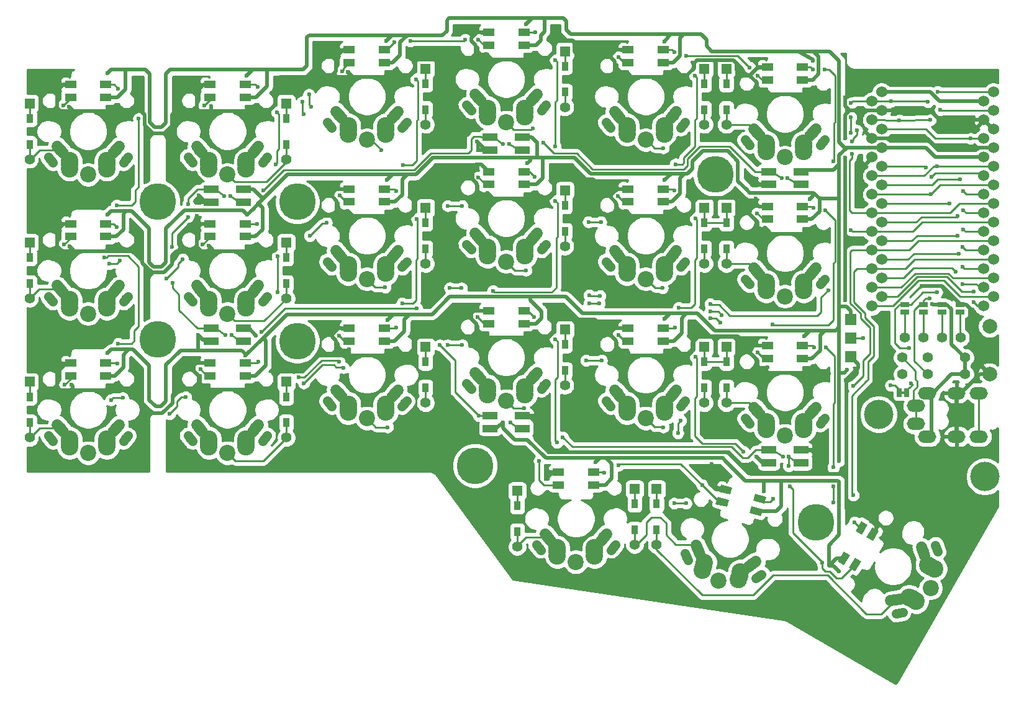
<source format=gbr>
G04 #@! TF.GenerationSoftware,KiCad,Pcbnew,(5.1.4)-1*
G04 #@! TF.CreationDate,2023-05-14T15:43:16-04:00*
G04 #@! TF.ProjectId,corne-classic,636f726e-652d-4636-9c61-737369632e6b,1.1*
G04 #@! TF.SameCoordinates,Original*
G04 #@! TF.FileFunction,Copper,L1,Top*
G04 #@! TF.FilePolarity,Positive*
%FSLAX46Y46*%
G04 Gerber Fmt 4.6, Leading zero omitted, Abs format (unit mm)*
G04 Created by KiCad (PCBNEW (5.1.4)-1) date 2023-05-14 15:43:16*
%MOMM*%
%LPD*%
G04 APERTURE LIST*
%ADD10C,1.397000*%
%ADD11O,2.500000X1.700000*%
%ADD12R,0.635000X1.143000*%
%ADD13R,0.381000X0.381000*%
%ADD14R,2.000000X1.000000*%
%ADD15C,1.250000*%
%ADD16C,1.250000*%
%ADD17C,2.200000*%
%ADD18C,2.400000*%
%ADD19C,1.550000*%
%ADD20C,1.550000*%
%ADD21C,1.524000*%
%ADD22R,1.600000X1.000000*%
%ADD23C,1.000000*%
%ADD24C,0.100000*%
%ADD25R,0.950000X1.300000*%
%ADD26R,1.397000X1.397000*%
%ADD27R,1.143000X0.635000*%
%ADD28R,1.524000X1.524000*%
%ADD29C,5.000000*%
%ADD30C,4.000000*%
%ADD31C,2.000000*%
%ADD32C,0.600000*%
%ADD33C,0.250000*%
%ADD34C,0.500000*%
%ADD35C,0.254000*%
G04 APERTURE END LIST*
D10*
X188920000Y-105300000D03*
X186380000Y-105300000D03*
X183840000Y-105300000D03*
X181300000Y-105300000D03*
D11*
X182900000Y-114600000D03*
X184400000Y-118800000D03*
X188400000Y-118800000D03*
X191400000Y-118800000D03*
X188400000Y-112850000D03*
X191400000Y-112850000D03*
X182900000Y-117050000D03*
X184400000Y-112850000D03*
D12*
X180599620Y-112800000D03*
X181600380Y-112800000D03*
D13*
X181100000Y-112800000D03*
D14*
X162800000Y-122375000D03*
X162800000Y-120625000D03*
X167200000Y-122375000D03*
X167200000Y-120625000D03*
X167200000Y-82625000D03*
X167200000Y-84375000D03*
X162800000Y-82625000D03*
X162800000Y-84375000D03*
X129200000Y-77925000D03*
X129200000Y-79675000D03*
X124800000Y-77925000D03*
X124800000Y-79675000D03*
X91200000Y-85025000D03*
X91200000Y-86775000D03*
X86800000Y-85025000D03*
X86800000Y-86775000D03*
X86800000Y-105775000D03*
X86800000Y-104025000D03*
X91200000Y-105775000D03*
X91200000Y-104025000D03*
X124800000Y-117675000D03*
X124800000Y-115925000D03*
X129200000Y-117675000D03*
X129200000Y-115925000D03*
D15*
X180577499Y-142866730D03*
D16*
X181045283Y-142784247D02*
X180109715Y-142949213D01*
D15*
X185677499Y-134033270D03*
D16*
X185515039Y-133586916D02*
X185839959Y-134479624D01*
D17*
X184859550Y-139450000D03*
D18*
X182879409Y-141239705D03*
D19*
X183854705Y-134470443D03*
D20*
X183640942Y-133883135D02*
X184068468Y-135057751D01*
D18*
X185419409Y-136840295D03*
D19*
X180044705Y-141069557D03*
D20*
X180660210Y-140961027D02*
X179429200Y-141178087D01*
D18*
X182377114Y-140949705D03*
X181944102Y-140699705D03*
X184484102Y-136300295D03*
X184917113Y-136550295D03*
D21*
X192100000Y-73042000D03*
X192100000Y-75582000D03*
X192100000Y-78122000D03*
X192100000Y-80662000D03*
X192100000Y-83202000D03*
X192100000Y-85742000D03*
X192100000Y-88282000D03*
X192100000Y-90822000D03*
X192100000Y-93362000D03*
X192100000Y-95902000D03*
X192100000Y-98442000D03*
X192100000Y-100982000D03*
X176860000Y-100982000D03*
X176860000Y-98442000D03*
X176860000Y-95902000D03*
X176860000Y-93362000D03*
X176860000Y-90822000D03*
X176860000Y-88282000D03*
X176860000Y-85742000D03*
X176860000Y-83202000D03*
X176860000Y-80662000D03*
X176860000Y-78122000D03*
X176860000Y-75582000D03*
X176860000Y-73042000D03*
X193406400Y-71772000D03*
X193406400Y-74312000D03*
X193406400Y-76852000D03*
X193406400Y-79392000D03*
X193406400Y-81932000D03*
X193406400Y-84472000D03*
X193406400Y-87012000D03*
X193406400Y-89552000D03*
X193406400Y-92092000D03*
X193406400Y-94632000D03*
X193406400Y-97172000D03*
X193406400Y-99712000D03*
X178186400Y-99712000D03*
X178186400Y-97172000D03*
X178186400Y-94632000D03*
X178186400Y-92092000D03*
X178186400Y-89552000D03*
X178186400Y-87012000D03*
X178186400Y-84472000D03*
X178186400Y-81932000D03*
X178186400Y-79392000D03*
X178186400Y-76852000D03*
X178186400Y-74312000D03*
X178186400Y-71772000D03*
D22*
X67600000Y-70750000D03*
X67600000Y-72500000D03*
X72400000Y-70750000D03*
X72400000Y-72500000D03*
X86600000Y-70750000D03*
X86600000Y-72500000D03*
X91400000Y-70750000D03*
X91400000Y-72500000D03*
X105600000Y-66000000D03*
X105600000Y-67750000D03*
X110400000Y-66000000D03*
X110400000Y-67750000D03*
X124600000Y-63625000D03*
X124600000Y-65375000D03*
X129400000Y-63625000D03*
X129400000Y-65375000D03*
X143600000Y-66000000D03*
X143600000Y-67750000D03*
X148400000Y-66000000D03*
X148400000Y-67750000D03*
X162600000Y-68375000D03*
X162600000Y-70125000D03*
X167400000Y-68375000D03*
X167400000Y-70125000D03*
X67600000Y-89750000D03*
X67600000Y-91500000D03*
X72400000Y-89750000D03*
X72400000Y-91500000D03*
X86600000Y-89750000D03*
X86600000Y-91500000D03*
X91400000Y-89750000D03*
X91400000Y-91500000D03*
X105600000Y-85000000D03*
X105600000Y-86750000D03*
X110400000Y-85000000D03*
X110400000Y-86750000D03*
X124600000Y-82625000D03*
X124600000Y-84375000D03*
X129400000Y-82625000D03*
X129400000Y-84375000D03*
X143600000Y-85000000D03*
X143600000Y-86750000D03*
X148400000Y-85000000D03*
X148400000Y-86750000D03*
X162600000Y-87375000D03*
X162600000Y-89125000D03*
X167400000Y-87375000D03*
X167400000Y-89125000D03*
X67600000Y-108750000D03*
X67600000Y-110500000D03*
X72400000Y-108750000D03*
X72400000Y-110500000D03*
X86600000Y-108750000D03*
X86600000Y-110500000D03*
X91400000Y-108750000D03*
X91400000Y-110500000D03*
X105600000Y-104000000D03*
X105600000Y-105750000D03*
X110400000Y-104000000D03*
X110400000Y-105750000D03*
X124600000Y-101625000D03*
X124600000Y-103375000D03*
X129400000Y-101625000D03*
X129400000Y-103375000D03*
X143600000Y-104000000D03*
X143600000Y-105750000D03*
X148400000Y-104000000D03*
X148400000Y-105750000D03*
X162600000Y-106375000D03*
X162600000Y-108125000D03*
X167400000Y-106375000D03*
X167400000Y-108125000D03*
X134100000Y-123625000D03*
X134100000Y-125375000D03*
X138900000Y-123625000D03*
X138900000Y-125375000D03*
D23*
X156908245Y-126033649D03*
D24*
G36*
X156006095Y-126309557D02*
G01*
X156264914Y-125343631D01*
X157810395Y-125757741D01*
X157551576Y-126723667D01*
X156006095Y-126309557D01*
X156006095Y-126309557D01*
G37*
D23*
X156455311Y-127724019D03*
D24*
G36*
X155553161Y-127999927D02*
G01*
X155811980Y-127034001D01*
X157357461Y-127448111D01*
X157098642Y-128414037D01*
X155553161Y-127999927D01*
X155553161Y-127999927D01*
G37*
D23*
X161544689Y-127275981D03*
D24*
G36*
X160642539Y-127551889D02*
G01*
X160901358Y-126585963D01*
X162446839Y-127000073D01*
X162188020Y-127965999D01*
X160642539Y-127551889D01*
X160642539Y-127551889D01*
G37*
D23*
X161091755Y-128966351D03*
D24*
G36*
X160189605Y-129242259D02*
G01*
X160448424Y-128276333D01*
X161993905Y-128690443D01*
X161735086Y-129656369D01*
X160189605Y-129242259D01*
X160189605Y-129242259D01*
G37*
D23*
X176957772Y-132109039D03*
D24*
G36*
X176924759Y-131166219D02*
G01*
X177790785Y-131666219D01*
X176990785Y-133051859D01*
X176124759Y-132551859D01*
X176924759Y-131166219D01*
X176924759Y-131166219D01*
G37*
D23*
X175442228Y-131234039D03*
D24*
G36*
X175409215Y-130291219D02*
G01*
X176275241Y-130791219D01*
X175475241Y-132176859D01*
X174609215Y-131676859D01*
X175409215Y-130291219D01*
X175409215Y-130291219D01*
G37*
D23*
X174557772Y-136265961D03*
D24*
G36*
X174524759Y-135323141D02*
G01*
X175390785Y-135823141D01*
X174590785Y-137208781D01*
X173724759Y-136708781D01*
X174524759Y-135323141D01*
X174524759Y-135323141D01*
G37*
D23*
X173042228Y-135390961D03*
D24*
G36*
X173009215Y-134448141D02*
G01*
X173875241Y-134948141D01*
X173075241Y-136333781D01*
X172209215Y-135833781D01*
X173009215Y-134448141D01*
X173009215Y-134448141D01*
G37*
D25*
X62000000Y-78900000D03*
D10*
X62000000Y-80935000D03*
D26*
X62000000Y-73315000D03*
D25*
X62000000Y-75350000D03*
X97000000Y-78900000D03*
D10*
X97000000Y-80935000D03*
D26*
X97000000Y-73315000D03*
D25*
X97000000Y-75350000D03*
X116000000Y-74150000D03*
D10*
X116000000Y-76185000D03*
D26*
X116000000Y-68565000D03*
D25*
X116000000Y-70600000D03*
X135000000Y-71775000D03*
D10*
X135000000Y-73810000D03*
D26*
X135000000Y-66190000D03*
D25*
X135000000Y-68225000D03*
X154000000Y-74150000D03*
D10*
X154000000Y-76185000D03*
D26*
X154000000Y-68565000D03*
D25*
X154000000Y-70600000D03*
X157000000Y-74150000D03*
D10*
X157000000Y-76185000D03*
D26*
X157000000Y-68565000D03*
D25*
X157000000Y-70600000D03*
X62000000Y-97900000D03*
D10*
X62000000Y-99935000D03*
D26*
X62000000Y-92315000D03*
D25*
X62000000Y-94350000D03*
X97000000Y-97900000D03*
D10*
X97000000Y-99935000D03*
D26*
X97000000Y-92315000D03*
D25*
X97000000Y-94350000D03*
X116000000Y-93150000D03*
D10*
X116000000Y-95185000D03*
D26*
X116000000Y-87565000D03*
D25*
X116000000Y-89600000D03*
X135000000Y-90775000D03*
D10*
X135000000Y-92810000D03*
D26*
X135000000Y-85190000D03*
D25*
X135000000Y-87225000D03*
X154000000Y-93150000D03*
D10*
X154000000Y-95185000D03*
D26*
X154000000Y-87565000D03*
D25*
X154000000Y-89600000D03*
X157000000Y-93150000D03*
D10*
X157000000Y-95185000D03*
D26*
X157000000Y-87565000D03*
D25*
X157000000Y-89600000D03*
X62000000Y-116900000D03*
D10*
X62000000Y-118935000D03*
D26*
X62000000Y-111315000D03*
D25*
X62000000Y-113350000D03*
X97000000Y-116900000D03*
D10*
X97000000Y-118935000D03*
D26*
X97000000Y-111315000D03*
D25*
X97000000Y-113350000D03*
X116000000Y-112150000D03*
D10*
X116000000Y-114185000D03*
D26*
X116000000Y-106565000D03*
D25*
X116000000Y-108600000D03*
X135000000Y-109775000D03*
D10*
X135000000Y-111810000D03*
D26*
X135000000Y-104190000D03*
D25*
X135000000Y-106225000D03*
X157000000Y-112150000D03*
D10*
X157000000Y-114185000D03*
D26*
X157000000Y-106565000D03*
D25*
X157000000Y-108600000D03*
X128500000Y-131775000D03*
D10*
X128500000Y-133810000D03*
D26*
X128500000Y-126190000D03*
D25*
X128500000Y-128225000D03*
X144500000Y-131525000D03*
D10*
X144500000Y-133560000D03*
D26*
X144500000Y-125940000D03*
D25*
X144500000Y-127975000D03*
X147500000Y-131525000D03*
D10*
X147500000Y-133560000D03*
D26*
X147500000Y-125940000D03*
D25*
X147500000Y-127975000D03*
X154000000Y-112150000D03*
D10*
X154000000Y-114185000D03*
D26*
X154000000Y-106565000D03*
D25*
X154000000Y-108600000D03*
D18*
X72540000Y-81625000D03*
X72540000Y-81125000D03*
X67460000Y-81125000D03*
X67460000Y-81625000D03*
D19*
X66190000Y-79665000D03*
D20*
X66591742Y-80143778D02*
X65788258Y-79186222D01*
D18*
X72540000Y-82205000D03*
D19*
X73810000Y-79665000D03*
D20*
X74211742Y-79186222D02*
X73408258Y-80143778D01*
D18*
X67460000Y-82205000D03*
D17*
X70000000Y-83025000D03*
D15*
X75100000Y-81025000D03*
D16*
X75405324Y-80661129D02*
X74794676Y-81388871D01*
D15*
X64900000Y-81025000D03*
D16*
X65205324Y-81388871D02*
X64594676Y-80661129D01*
D18*
X91540000Y-81625000D03*
X91540000Y-81125000D03*
X86460000Y-81125000D03*
X86460000Y-81625000D03*
D19*
X85190000Y-79665000D03*
D20*
X85591742Y-80143778D02*
X84788258Y-79186222D01*
D18*
X91540000Y-82205000D03*
D19*
X92810000Y-79665000D03*
D20*
X93211742Y-79186222D02*
X92408258Y-80143778D01*
D18*
X86460000Y-82205000D03*
D17*
X89000000Y-83025000D03*
D15*
X94100000Y-81025000D03*
D16*
X94405324Y-80661129D02*
X93794676Y-81388871D01*
D15*
X83900000Y-81025000D03*
D16*
X84205324Y-81388871D02*
X83594676Y-80661129D01*
D18*
X110540000Y-76875000D03*
X110540000Y-76375000D03*
X105460000Y-76375000D03*
X105460000Y-76875000D03*
D19*
X104190000Y-74915000D03*
D20*
X104591742Y-75393778D02*
X103788258Y-74436222D01*
D18*
X110540000Y-77455000D03*
D19*
X111810000Y-74915000D03*
D20*
X112211742Y-74436222D02*
X111408258Y-75393778D01*
D18*
X105460000Y-77455000D03*
D17*
X108000000Y-78275000D03*
D15*
X113100000Y-76275000D03*
D16*
X113405324Y-75911129D02*
X112794676Y-76638871D01*
D15*
X102900000Y-76275000D03*
D16*
X103205324Y-76638871D02*
X102594676Y-75911129D01*
D18*
X129540000Y-74500000D03*
X129540000Y-74000000D03*
X124460000Y-74000000D03*
X124460000Y-74500000D03*
D19*
X123190000Y-72540000D03*
D20*
X123591742Y-73018778D02*
X122788258Y-72061222D01*
D18*
X129540000Y-75080000D03*
D19*
X130810000Y-72540000D03*
D20*
X131211742Y-72061222D02*
X130408258Y-73018778D01*
D18*
X124460000Y-75080000D03*
D17*
X127000000Y-75900000D03*
D15*
X132100000Y-73900000D03*
D16*
X132405324Y-73536129D02*
X131794676Y-74263871D01*
D15*
X121900000Y-73900000D03*
D16*
X122205324Y-74263871D02*
X121594676Y-73536129D01*
D18*
X148540000Y-76875000D03*
X148540000Y-76375000D03*
X143460000Y-76375000D03*
X143460000Y-76875000D03*
D19*
X142190000Y-74915000D03*
D20*
X142591742Y-75393778D02*
X141788258Y-74436222D01*
D18*
X148540000Y-77455000D03*
D19*
X149810000Y-74915000D03*
D20*
X150211742Y-74436222D02*
X149408258Y-75393778D01*
D18*
X143460000Y-77455000D03*
D17*
X146000000Y-78275000D03*
D15*
X151100000Y-76275000D03*
D16*
X151405324Y-75911129D02*
X150794676Y-76638871D01*
D15*
X140900000Y-76275000D03*
D16*
X141205324Y-76638871D02*
X140594676Y-75911129D01*
D18*
X167540000Y-79250000D03*
X167540000Y-78750000D03*
X162460000Y-78750000D03*
X162460000Y-79250000D03*
D19*
X161190000Y-77290000D03*
D20*
X161591742Y-77768778D02*
X160788258Y-76811222D01*
D18*
X167540000Y-79830000D03*
D19*
X168810000Y-77290000D03*
D20*
X169211742Y-76811222D02*
X168408258Y-77768778D01*
D18*
X162460000Y-79830000D03*
D17*
X165000000Y-80650000D03*
D15*
X170100000Y-78650000D03*
D16*
X170405324Y-78286129D02*
X169794676Y-79013871D01*
D15*
X159900000Y-78650000D03*
D16*
X160205324Y-79013871D02*
X159594676Y-78286129D01*
D18*
X72540000Y-100625000D03*
X72540000Y-100125000D03*
X67460000Y-100125000D03*
X67460000Y-100625000D03*
D19*
X66190000Y-98665000D03*
D20*
X66591742Y-99143778D02*
X65788258Y-98186222D01*
D18*
X72540000Y-101205000D03*
D19*
X73810000Y-98665000D03*
D20*
X74211742Y-98186222D02*
X73408258Y-99143778D01*
D18*
X67460000Y-101205000D03*
D17*
X70000000Y-102025000D03*
D15*
X75100000Y-100025000D03*
D16*
X75405324Y-99661129D02*
X74794676Y-100388871D01*
D15*
X64900000Y-100025000D03*
D16*
X65205324Y-100388871D02*
X64594676Y-99661129D01*
D18*
X91540000Y-100625000D03*
X91540000Y-100125000D03*
X86460000Y-100125000D03*
X86460000Y-100625000D03*
D19*
X85190000Y-98665000D03*
D20*
X85591742Y-99143778D02*
X84788258Y-98186222D01*
D18*
X91540000Y-101205000D03*
D19*
X92810000Y-98665000D03*
D20*
X93211742Y-98186222D02*
X92408258Y-99143778D01*
D18*
X86460000Y-101205000D03*
D17*
X89000000Y-102025000D03*
D15*
X94100000Y-100025000D03*
D16*
X94405324Y-99661129D02*
X93794676Y-100388871D01*
D15*
X83900000Y-100025000D03*
D16*
X84205324Y-100388871D02*
X83594676Y-99661129D01*
D18*
X110540000Y-95875000D03*
X110540000Y-95375000D03*
X105460000Y-95375000D03*
X105460000Y-95875000D03*
D19*
X104190000Y-93915000D03*
D20*
X104591742Y-94393778D02*
X103788258Y-93436222D01*
D18*
X110540000Y-96455000D03*
D19*
X111810000Y-93915000D03*
D20*
X112211742Y-93436222D02*
X111408258Y-94393778D01*
D18*
X105460000Y-96455000D03*
D17*
X108000000Y-97275000D03*
D15*
X113100000Y-95275000D03*
D16*
X113405324Y-94911129D02*
X112794676Y-95638871D01*
D15*
X102900000Y-95275000D03*
D16*
X103205324Y-95638871D02*
X102594676Y-94911129D01*
D18*
X129540000Y-93500000D03*
X129540000Y-93000000D03*
X124460000Y-93000000D03*
X124460000Y-93500000D03*
D19*
X123190000Y-91540000D03*
D20*
X123591742Y-92018778D02*
X122788258Y-91061222D01*
D18*
X129540000Y-94080000D03*
D19*
X130810000Y-91540000D03*
D20*
X131211742Y-91061222D02*
X130408258Y-92018778D01*
D18*
X124460000Y-94080000D03*
D17*
X127000000Y-94900000D03*
D15*
X132100000Y-92900000D03*
D16*
X132405324Y-92536129D02*
X131794676Y-93263871D01*
D15*
X121900000Y-92900000D03*
D16*
X122205324Y-93263871D02*
X121594676Y-92536129D01*
D18*
X148540000Y-95875000D03*
X148540000Y-95375000D03*
X143460000Y-95375000D03*
X143460000Y-95875000D03*
D19*
X142190000Y-93915000D03*
D20*
X142591742Y-94393778D02*
X141788258Y-93436222D01*
D18*
X148540000Y-96455000D03*
D19*
X149810000Y-93915000D03*
D20*
X150211742Y-93436222D02*
X149408258Y-94393778D01*
D18*
X143460000Y-96455000D03*
D17*
X146000000Y-97275000D03*
D15*
X151100000Y-95275000D03*
D16*
X151405324Y-94911129D02*
X150794676Y-95638871D01*
D15*
X140900000Y-95275000D03*
D16*
X141205324Y-95638871D02*
X140594676Y-94911129D01*
D18*
X167540000Y-98250000D03*
X167540000Y-97750000D03*
X162460000Y-97750000D03*
X162460000Y-98250000D03*
D19*
X161190000Y-96290000D03*
D20*
X161591742Y-96768778D02*
X160788258Y-95811222D01*
D18*
X167540000Y-98830000D03*
D19*
X168810000Y-96290000D03*
D20*
X169211742Y-95811222D02*
X168408258Y-96768778D01*
D18*
X162460000Y-98830000D03*
D17*
X165000000Y-99650000D03*
D15*
X170100000Y-97650000D03*
D16*
X170405324Y-97286129D02*
X169794676Y-98013871D01*
D15*
X159900000Y-97650000D03*
D16*
X160205324Y-98013871D02*
X159594676Y-97286129D01*
D18*
X72540000Y-119625000D03*
X72540000Y-119125000D03*
X67460000Y-119125000D03*
X67460000Y-119625000D03*
D19*
X66190000Y-117665000D03*
D20*
X66591742Y-118143778D02*
X65788258Y-117186222D01*
D18*
X72540000Y-120205000D03*
D19*
X73810000Y-117665000D03*
D20*
X74211742Y-117186222D02*
X73408258Y-118143778D01*
D18*
X67460000Y-120205000D03*
D17*
X70000000Y-121025000D03*
D15*
X75100000Y-119025000D03*
D16*
X75405324Y-118661129D02*
X74794676Y-119388871D01*
D15*
X64900000Y-119025000D03*
D16*
X65205324Y-119388871D02*
X64594676Y-118661129D01*
D18*
X91540000Y-119625000D03*
X91540000Y-119125000D03*
X86460000Y-119125000D03*
X86460000Y-119625000D03*
D19*
X85190000Y-117665000D03*
D20*
X85591742Y-118143778D02*
X84788258Y-117186222D01*
D18*
X91540000Y-120205000D03*
D19*
X92810000Y-117665000D03*
D20*
X93211742Y-117186222D02*
X92408258Y-118143778D01*
D18*
X86460000Y-120205000D03*
D17*
X89000000Y-121025000D03*
D15*
X94100000Y-119025000D03*
D16*
X94405324Y-118661129D02*
X93794676Y-119388871D01*
D15*
X83900000Y-119025000D03*
D16*
X84205324Y-119388871D02*
X83594676Y-118661129D01*
D18*
X110540000Y-114875000D03*
X110540000Y-114375000D03*
X105460000Y-114375000D03*
X105460000Y-114875000D03*
D19*
X104190000Y-112915000D03*
D20*
X104591742Y-113393778D02*
X103788258Y-112436222D01*
D18*
X110540000Y-115455000D03*
D19*
X111810000Y-112915000D03*
D20*
X112211742Y-112436222D02*
X111408258Y-113393778D01*
D18*
X105460000Y-115455000D03*
D17*
X108000000Y-116275000D03*
D15*
X113100000Y-114275000D03*
D16*
X113405324Y-113911129D02*
X112794676Y-114638871D01*
D15*
X102900000Y-114275000D03*
D16*
X103205324Y-114638871D02*
X102594676Y-113911129D01*
D18*
X148540000Y-114875000D03*
X148540000Y-114375000D03*
X143460000Y-114375000D03*
X143460000Y-114875000D03*
D19*
X142190000Y-112915000D03*
D20*
X142591742Y-113393778D02*
X141788258Y-112436222D01*
D18*
X148540000Y-115455000D03*
D19*
X149810000Y-112915000D03*
D20*
X150211742Y-112436222D02*
X149408258Y-113393778D01*
D18*
X143460000Y-115455000D03*
D17*
X146000000Y-116275000D03*
D15*
X151100000Y-114275000D03*
D16*
X151405324Y-113911129D02*
X150794676Y-114638871D01*
D15*
X140900000Y-114275000D03*
D16*
X141205324Y-114638871D02*
X140594676Y-113911129D01*
D18*
X167540000Y-117250000D03*
X167540000Y-116750000D03*
X162460000Y-116750000D03*
X162460000Y-117250000D03*
D19*
X161190000Y-115290000D03*
D20*
X161591742Y-115768778D02*
X160788258Y-114811222D01*
D18*
X167540000Y-117830000D03*
D19*
X168810000Y-115290000D03*
D20*
X169211742Y-114811222D02*
X168408258Y-115768778D01*
D18*
X162460000Y-117830000D03*
D17*
X165000000Y-118650000D03*
D15*
X170100000Y-116650000D03*
D16*
X170405324Y-116286129D02*
X169794676Y-117013871D01*
D15*
X159900000Y-116650000D03*
D16*
X160205324Y-117013871D02*
X159594676Y-116286129D01*
D18*
X139040000Y-134500000D03*
X139040000Y-134000000D03*
X133960000Y-134000000D03*
X133960000Y-134500000D03*
D19*
X132690000Y-132540000D03*
D20*
X133091742Y-133018778D02*
X132288258Y-132061222D01*
D18*
X139040000Y-135080000D03*
D19*
X140310000Y-132540000D03*
D20*
X140711742Y-132061222D02*
X139908258Y-133018778D01*
D18*
X133960000Y-135080000D03*
D17*
X136500000Y-135900000D03*
D15*
X141600000Y-133900000D03*
D16*
X141905324Y-133536129D02*
X141294676Y-134263871D01*
D15*
X131400000Y-133900000D03*
D16*
X131705324Y-134263871D02*
X131094676Y-133536129D01*
D18*
X158788766Y-137754067D03*
X158918175Y-137271104D03*
X154011272Y-135956303D03*
X153881863Y-136439266D03*
D19*
X153162422Y-134217351D03*
D20*
X153426558Y-134783793D02*
X152898286Y-133650909D01*
D18*
X158638651Y-138314304D03*
D19*
X160522777Y-136189552D03*
D20*
X161034747Y-135831067D02*
X160010807Y-136548037D01*
D18*
X153731748Y-136999503D03*
D17*
X155972968Y-138448962D03*
D15*
X161416827Y-137837088D03*
D16*
X161805924Y-137564639D02*
X161027730Y-138109537D01*
D15*
X151564384Y-135197134D03*
D16*
X151765128Y-135627630D02*
X151363640Y-134766638D01*
D18*
X129540000Y-112500000D03*
X129540000Y-112000000D03*
X124460000Y-112000000D03*
X124460000Y-112500000D03*
D19*
X123190000Y-110540000D03*
D20*
X123591742Y-111018778D02*
X122788258Y-110061222D01*
D18*
X129540000Y-113080000D03*
D19*
X130810000Y-110540000D03*
D20*
X131211742Y-110061222D02*
X130408258Y-111018778D01*
D18*
X124460000Y-113080000D03*
D17*
X127000000Y-113900000D03*
D15*
X132100000Y-111900000D03*
D16*
X132405324Y-111536129D02*
X131794676Y-112263871D01*
D15*
X121900000Y-111900000D03*
D16*
X122205324Y-112263871D02*
X121594676Y-111536129D01*
D10*
X189540000Y-108000000D03*
X184460000Y-108000000D03*
X189540000Y-110300000D03*
X184460000Y-110300000D03*
D27*
X188875000Y-100749620D03*
X188875000Y-101750380D03*
X186375000Y-100749620D03*
X186375000Y-101750380D03*
X183875000Y-100749620D03*
X183875000Y-101750380D03*
X181375000Y-100749620D03*
X181375000Y-101750380D03*
D28*
X174000000Y-102820000D03*
X174000000Y-105360000D03*
X174000000Y-107900000D03*
D29*
X79500000Y-105500000D03*
D30*
X177750000Y-115750000D03*
X192250000Y-124250000D03*
D29*
X79500000Y-86750000D03*
X98500000Y-86750000D03*
X98500000Y-105750000D03*
X155500000Y-83000000D03*
X122750000Y-122750000D03*
X169250000Y-130500000D03*
D10*
X181000000Y-108000000D03*
X181000000Y-110300000D03*
D31*
X192900000Y-103750000D03*
X192900000Y-110250000D03*
D32*
X174100000Y-80200000D03*
X174100000Y-78500000D03*
X174800000Y-77000000D03*
X174000000Y-90600000D03*
X138200000Y-89500000D03*
X139900000Y-89500000D03*
X121000000Y-87300000D03*
X119000000Y-87300000D03*
X100200000Y-91400000D03*
X102500000Y-89600000D03*
X82900000Y-94600000D03*
X80700000Y-97200000D03*
X72900000Y-95200000D03*
X74300000Y-94800000D03*
X174300000Y-111900000D03*
X137900000Y-108400000D03*
X140000000Y-108400000D03*
X121000000Y-106300000D03*
X119000000Y-106300000D03*
X104800000Y-109400000D03*
X99400000Y-111500000D03*
X73100000Y-113800000D03*
X74700000Y-113500000D03*
X81100000Y-115700000D03*
X83300000Y-113400000D03*
X110000000Y-79700000D03*
X174300000Y-126800000D03*
X149900000Y-127900000D03*
X151500000Y-127900000D03*
X130600000Y-76700000D03*
X148400000Y-79400000D03*
X110500000Y-98400000D03*
X129700000Y-96100000D03*
X148300000Y-98500000D03*
X110800000Y-117500000D03*
X129400000Y-114900000D03*
X148400000Y-117500000D03*
X99200000Y-109900000D03*
X100200000Y-112500000D03*
X169200000Y-121300000D03*
X131000000Y-116800000D03*
X92900000Y-105000000D03*
X95200000Y-107700000D03*
X84800000Y-88700000D03*
X85100000Y-85900000D03*
X123000000Y-78500000D03*
X123000000Y-81600000D03*
X161000000Y-83900000D03*
X161000000Y-86300000D03*
X186082000Y-75582000D03*
X185700000Y-79400000D03*
X183600000Y-98200000D03*
X173400000Y-120300000D03*
X67700000Y-111700000D03*
X105600000Y-106900000D03*
X122900000Y-103400000D03*
X170900000Y-72100000D03*
X173200000Y-72500000D03*
X173200000Y-78100000D03*
X173200000Y-80700000D03*
X176800000Y-130300000D03*
X132400000Y-124600000D03*
X132800000Y-120900000D03*
X157300000Y-120900000D03*
X155000000Y-122500000D03*
X155000000Y-125400000D03*
X162600000Y-109300000D03*
X143400000Y-107000000D03*
X171000000Y-110200000D03*
X85200000Y-110500000D03*
X170800000Y-91400000D03*
X173200000Y-91400000D03*
X162300000Y-90300000D03*
X143300000Y-88000000D03*
X124400000Y-85500000D03*
X105400000Y-88000000D03*
X86400000Y-92700000D03*
X67500000Y-92800000D03*
X173300000Y-111100000D03*
X173200000Y-100200000D03*
X162300000Y-71400000D03*
X143400000Y-69000000D03*
X124300000Y-66600000D03*
X105400000Y-69000000D03*
X86800000Y-73700000D03*
X67400000Y-73800000D03*
X162100000Y-124900000D03*
X161100000Y-121500000D03*
X85000000Y-104900000D03*
X93200000Y-87000000D03*
X131200000Y-78700000D03*
X169000000Y-82400000D03*
X185100000Y-100700000D03*
X172400000Y-118900000D03*
X131700000Y-101600000D03*
X162100000Y-126300000D03*
X168800000Y-67500000D03*
X172400000Y-137200000D03*
X172400000Y-122100000D03*
X172400000Y-125000000D03*
X129900000Y-81500000D03*
X168400000Y-86400000D03*
X167600000Y-105100000D03*
X148600000Y-102700000D03*
X110800000Y-102900000D03*
X72600000Y-107400000D03*
X148600000Y-83800000D03*
X110700000Y-83800000D03*
X72600000Y-88500000D03*
X173500000Y-109700000D03*
X139200000Y-122300000D03*
X148600000Y-64900000D03*
X129700000Y-62500000D03*
X110600000Y-64800000D03*
X91600000Y-69500000D03*
X72600000Y-69200000D03*
X91700000Y-88500000D03*
X91400000Y-107700000D03*
X126575000Y-116825000D03*
X185000000Y-83300000D03*
X184200000Y-82100000D03*
X99400000Y-74800000D03*
X99200000Y-73100000D03*
X189300000Y-85300000D03*
X188900000Y-83700000D03*
X100100000Y-72100000D03*
X100400000Y-73800000D03*
X189300000Y-87900000D03*
X187400000Y-87000000D03*
X170900000Y-98800000D03*
X154800000Y-100700000D03*
X139800000Y-99600000D03*
X138300000Y-99500000D03*
X120900000Y-98500000D03*
X119300000Y-98500000D03*
X189300000Y-90500000D03*
X188500000Y-88700000D03*
X138300000Y-100600000D03*
X139700000Y-100600000D03*
X154800000Y-101700000D03*
X156400000Y-102200000D03*
X189200000Y-92900000D03*
X188500000Y-91400000D03*
X154800000Y-102600000D03*
X156200000Y-103200000D03*
X150400000Y-118300000D03*
X150800000Y-116600000D03*
X189200000Y-95600000D03*
X188700000Y-93800000D03*
X174000000Y-73300000D03*
X174000000Y-75200000D03*
X174000000Y-77300000D03*
X175700000Y-105360000D03*
X179500000Y-73042000D03*
X185800000Y-71700000D03*
X184500000Y-73100000D03*
X165375000Y-83525000D03*
X179400000Y-111800000D03*
X180600000Y-75600000D03*
X184818000Y-75582000D03*
X186200000Y-74200000D03*
X74100000Y-71300000D03*
X85800000Y-73600000D03*
X73900000Y-90200000D03*
X76900000Y-75400000D03*
X73900000Y-87200000D03*
X66600000Y-73600000D03*
X111700000Y-65000000D03*
X113900000Y-64800000D03*
X121400000Y-64600000D03*
X123200000Y-64600000D03*
X123200000Y-83400000D03*
X133700000Y-79200000D03*
X133700000Y-67400000D03*
X131000000Y-63600000D03*
X150000000Y-103900000D03*
X150500000Y-101200000D03*
X152800000Y-89000000D03*
X142200000Y-86000000D03*
X66800000Y-111700000D03*
X104200000Y-108600000D03*
X98700000Y-110700000D03*
X93200000Y-108600000D03*
X104200000Y-105000000D03*
X125200000Y-98900000D03*
X133700000Y-86600000D03*
X130900000Y-83300000D03*
X123100000Y-102500000D03*
X170400000Y-68700000D03*
X171600000Y-81200000D03*
X168800000Y-68700000D03*
X161200000Y-88300000D03*
X72200000Y-94300000D03*
X74100000Y-106100000D03*
X74000000Y-108800000D03*
X66700000Y-92600000D03*
X112000000Y-103900000D03*
X112800000Y-100600000D03*
X114800000Y-89100000D03*
X104300000Y-85900000D03*
X133700000Y-105500000D03*
X133900000Y-119600000D03*
X130800000Y-102500000D03*
X131500000Y-122100000D03*
X190300000Y-78122000D03*
X184900000Y-85700000D03*
X184700000Y-99900000D03*
X185700000Y-99100000D03*
X181900000Y-106700000D03*
X185700000Y-81900000D03*
X151500000Y-66800000D03*
X160200000Y-68400000D03*
X149900000Y-66300000D03*
X161300000Y-69500000D03*
X189200000Y-98000000D03*
X188300000Y-96300000D03*
X190700000Y-100400000D03*
X190700000Y-99000000D03*
X95600000Y-81600000D03*
X95700000Y-74500000D03*
X93100000Y-71100000D03*
X85600000Y-92600000D03*
X112000000Y-85300000D03*
X112900000Y-81700000D03*
X114700000Y-70000000D03*
X104600000Y-68900000D03*
X152700000Y-69500000D03*
X150100000Y-81600000D03*
X149900000Y-85200000D03*
X142300000Y-67000000D03*
X93000000Y-89800000D03*
X95800000Y-94200000D03*
X95800000Y-99100000D03*
X85300000Y-109600000D03*
X163300000Y-103500000D03*
X168900000Y-87600000D03*
X170500000Y-87900000D03*
X161300000Y-107300000D03*
X159300000Y-120800000D03*
X152800000Y-107900000D03*
X163400000Y-127300000D03*
X142300000Y-104900000D03*
X171600000Y-127800000D03*
X171600000Y-123000000D03*
X171600000Y-125600000D03*
X170600000Y-106600000D03*
X169000000Y-106600000D03*
X174500000Y-130500000D03*
X140400000Y-123700000D03*
X142300000Y-122700000D03*
X153700000Y-125400000D03*
X182200000Y-111500000D03*
X165700000Y-125600000D03*
X170100000Y-136000000D03*
X165500000Y-121525000D03*
X165500000Y-122800000D03*
X93900000Y-85200000D03*
X126575000Y-78850000D03*
X89375000Y-85925000D03*
X81500000Y-97800000D03*
X81400000Y-92900000D03*
X83600000Y-88800000D03*
X83600000Y-87100000D03*
X88575000Y-85975000D03*
X88700000Y-104900000D03*
X132100000Y-78700000D03*
X164575000Y-83500000D03*
X127375000Y-78825000D03*
X123225000Y-115925000D03*
X114800000Y-101300000D03*
X93600000Y-104500000D03*
X117900000Y-106300000D03*
X89550000Y-104900000D03*
X134700000Y-118900000D03*
X127575000Y-116825000D03*
X164700000Y-121525000D03*
D33*
X176860000Y-88282000D02*
X187518000Y-88282000D01*
X188788000Y-87012000D02*
X193406400Y-87012000D01*
X187518000Y-88282000D02*
X188788000Y-87012000D01*
X154000000Y-70600000D02*
X154000000Y-68565000D01*
X174100000Y-80775002D02*
X173775002Y-81100000D01*
X173775002Y-81100000D02*
X173775002Y-87875002D01*
X173775002Y-87875002D02*
X174182000Y-88282000D01*
X176860000Y-88282000D02*
X174182000Y-88282000D01*
X174300000Y-78300000D02*
X174100000Y-78500000D01*
X174300000Y-78100000D02*
X174300000Y-78300000D01*
X174800000Y-77600000D02*
X174300000Y-78100000D01*
X174800000Y-77000000D02*
X174800000Y-77600000D01*
X174100000Y-80200000D02*
X174100000Y-80775002D01*
X157000000Y-70600000D02*
X157000000Y-68565000D01*
X135000000Y-66190000D02*
X135000000Y-68225000D01*
X116000000Y-70600000D02*
X116000000Y-68565000D01*
X97000000Y-73315000D02*
X97000000Y-75350000D01*
X62000000Y-73315000D02*
X62000000Y-75350000D01*
X62000000Y-80935000D02*
X62165000Y-80935000D01*
X62165000Y-80935000D02*
X63435000Y-79665000D01*
X63435000Y-79665000D02*
X66190000Y-79665000D01*
X62000000Y-78900000D02*
X62000000Y-80935000D01*
X176860000Y-90822000D02*
X182478000Y-90822000D01*
X183748000Y-89552000D02*
X193406400Y-89552000D01*
X182478000Y-90822000D02*
X183748000Y-89552000D01*
X174222000Y-90822000D02*
X176860000Y-90822000D01*
X174000000Y-90600000D02*
X174222000Y-90822000D01*
X154000000Y-89600000D02*
X157000000Y-89600000D01*
X139900000Y-89500000D02*
X138200000Y-89500000D01*
X121000000Y-87300000D02*
X119000000Y-87300000D01*
X101900000Y-89700000D02*
X100200000Y-91400000D01*
X102400000Y-89700000D02*
X101900000Y-89700000D01*
X102500000Y-89600000D02*
X102400000Y-89700000D01*
X82900000Y-94600000D02*
X82300000Y-95200000D01*
X82300000Y-95200000D02*
X82300000Y-95600000D01*
X82300000Y-95600000D02*
X80700000Y-97200000D01*
X73900000Y-95200000D02*
X72900000Y-95200000D01*
X74300000Y-94800000D02*
X73900000Y-95200000D01*
X154000000Y-89600000D02*
X154000000Y-87565000D01*
X157000000Y-89600000D02*
X157000000Y-87565000D01*
X135000000Y-87225000D02*
X135000000Y-85190000D01*
X116000000Y-89600000D02*
X116000000Y-87565000D01*
X97000000Y-92315000D02*
X97000000Y-94350000D01*
X62000000Y-92315000D02*
X62000000Y-94350000D01*
X97000000Y-80935000D02*
X97000000Y-81300000D01*
X97000000Y-81300000D02*
X94300000Y-84000000D01*
X89975000Y-84000000D02*
X89000000Y-83025000D01*
X94300000Y-84000000D02*
X89975000Y-84000000D01*
X97000000Y-78900000D02*
X97000000Y-80935000D01*
X176860000Y-93362000D02*
X181938000Y-93362000D01*
X183208000Y-92092000D02*
X193406400Y-92092000D01*
X181938000Y-93362000D02*
X183208000Y-92092000D01*
X173900000Y-100600000D02*
X173900000Y-93600000D01*
X174300000Y-111900000D02*
X175700000Y-110500000D01*
X175700000Y-110500000D02*
X175700000Y-108400000D01*
X175700000Y-108400000D02*
X176600000Y-107500000D01*
X176600000Y-107500000D02*
X176600000Y-103900000D01*
X176600000Y-103900000D02*
X175300000Y-102600000D01*
X175300000Y-102600000D02*
X175300000Y-102000000D01*
X175300000Y-102000000D02*
X173900000Y-100600000D01*
X174138000Y-93362000D02*
X176860000Y-93362000D01*
X173900000Y-93600000D02*
X174138000Y-93362000D01*
X154000000Y-108600000D02*
X157000000Y-108600000D01*
X140000000Y-108400000D02*
X137900000Y-108400000D01*
X121000000Y-106300000D02*
X119000000Y-106300000D01*
X104800000Y-109400000D02*
X104700000Y-109300000D01*
X104700000Y-109300000D02*
X103800000Y-109300000D01*
X103800000Y-109300000D02*
X103500000Y-109000000D01*
X103500000Y-109000000D02*
X101900000Y-109000000D01*
X101900000Y-109000000D02*
X99400000Y-111500000D01*
X73100000Y-113800000D02*
X73400000Y-113500000D01*
X73400000Y-113500000D02*
X74700000Y-113500000D01*
X81100000Y-115700000D02*
X82100000Y-114700000D01*
X82100000Y-114700000D02*
X82100000Y-114000000D01*
X82100000Y-114000000D02*
X82700000Y-113400000D01*
X82700000Y-113400000D02*
X83300000Y-113400000D01*
X157000000Y-106565000D02*
X157000000Y-108600000D01*
X154000000Y-108600000D02*
X154000000Y-106565000D01*
X135000000Y-104190000D02*
X135000000Y-106225000D01*
X116000000Y-108600000D02*
X116000000Y-106565000D01*
X97000000Y-113350000D02*
X97000000Y-111315000D01*
X62000000Y-111315000D02*
X62000000Y-113350000D01*
X108000000Y-78275000D02*
X108575000Y-78275000D01*
X108575000Y-78275000D02*
X110000000Y-79700000D01*
X116000000Y-76185000D02*
X116000000Y-76200000D01*
X116000000Y-76185000D02*
X116000000Y-74150000D01*
X176860000Y-95902000D02*
X181398000Y-95902000D01*
X182668000Y-94632000D02*
X193406400Y-94632000D01*
X181398000Y-95902000D02*
X182668000Y-94632000D01*
X149900000Y-127900000D02*
X151500000Y-127900000D01*
X174798000Y-95902000D02*
X176860000Y-95902000D01*
X174400000Y-96300000D02*
X174798000Y-95902000D01*
X174400000Y-100449998D02*
X174400000Y-96300000D01*
X175900000Y-101949998D02*
X174400000Y-100449998D01*
X175900000Y-102563602D02*
X175900000Y-101949998D01*
X177100000Y-103763602D02*
X175900000Y-102563602D01*
X177100000Y-107800000D02*
X177100000Y-103763602D01*
X176300000Y-108600000D02*
X177100000Y-107800000D01*
X176300000Y-111000000D02*
X176300000Y-108600000D01*
X176118199Y-111181801D02*
X176300000Y-111000000D01*
X174100000Y-113200000D02*
X176118199Y-111181801D01*
X174100000Y-126600000D02*
X174100000Y-113200000D01*
X174300000Y-126800000D02*
X174100000Y-126600000D01*
X147500000Y-127975000D02*
X147500000Y-125940000D01*
X144500000Y-125940000D02*
X144500000Y-127975000D01*
X128500000Y-126190000D02*
X128500000Y-128225000D01*
X128000000Y-76900000D02*
X130400000Y-76900000D01*
X127000000Y-75900000D02*
X128000000Y-76900000D01*
X130400000Y-76900000D02*
X130600000Y-76700000D01*
X135000000Y-73810000D02*
X135000000Y-74300000D01*
X135000000Y-71775000D02*
X135000000Y-73810000D01*
X154000000Y-74150000D02*
X154000000Y-76185000D01*
X147200000Y-79400000D02*
X146075000Y-78275000D01*
X148400000Y-79400000D02*
X147200000Y-79400000D01*
X146075000Y-78275000D02*
X146000000Y-78275000D01*
X157000000Y-76185000D02*
X160085000Y-76185000D01*
X160085000Y-76185000D02*
X161190000Y-77290000D01*
X157000000Y-76185000D02*
X157000000Y-74150000D01*
X62000000Y-99935000D02*
X62065000Y-99935000D01*
X62065000Y-99935000D02*
X63335000Y-98665000D01*
X63335000Y-98665000D02*
X66190000Y-98665000D01*
X62000000Y-97900000D02*
X62000000Y-99935000D01*
X97000000Y-99935000D02*
X97000000Y-100000000D01*
X97000000Y-100000000D02*
X94000000Y-103000000D01*
X89975000Y-103000000D02*
X89000000Y-102025000D01*
X94000000Y-103000000D02*
X89975000Y-103000000D01*
X97000000Y-97900000D02*
X97000000Y-99935000D01*
X109100000Y-98400000D02*
X108000000Y-97300000D01*
X110500000Y-98400000D02*
X109100000Y-98400000D01*
X108000000Y-97300000D02*
X108000000Y-97275000D01*
X116000000Y-95185000D02*
X116000000Y-95500000D01*
X116000000Y-95185000D02*
X116000000Y-93150000D01*
X128200000Y-96100000D02*
X129700000Y-96100000D01*
X127000000Y-94900000D02*
X128200000Y-96100000D01*
X135000000Y-92810000D02*
X134890000Y-92810000D01*
X135000000Y-90775000D02*
X135000000Y-92810000D01*
X146000000Y-97275000D02*
X146075000Y-97275000D01*
X146075000Y-97275000D02*
X147300000Y-98500000D01*
X147300000Y-98500000D02*
X148300000Y-98500000D01*
X154000000Y-95185000D02*
X154000000Y-95600000D01*
X154000000Y-95185000D02*
X154000000Y-93150000D01*
X157000000Y-95185000D02*
X160085000Y-95185000D01*
X160085000Y-95185000D02*
X161190000Y-96290000D01*
X157000000Y-93150000D02*
X157000000Y-95185000D01*
X62000000Y-118935000D02*
X62165000Y-118935000D01*
X62165000Y-118935000D02*
X63435000Y-117665000D01*
X63435000Y-117665000D02*
X66190000Y-117665000D01*
X62000000Y-116900000D02*
X62000000Y-118935000D01*
X97000000Y-118935000D02*
X97000000Y-119000000D01*
X97000000Y-119000000D02*
X93900000Y-122100000D01*
X90075000Y-122100000D02*
X89000000Y-121025000D01*
X93900000Y-122100000D02*
X90075000Y-122100000D01*
X97000000Y-116900000D02*
X97000000Y-118935000D01*
X108000000Y-116275000D02*
X108000000Y-116300000D01*
X108000000Y-116300000D02*
X109200000Y-117500000D01*
X109200000Y-117500000D02*
X110800000Y-117500000D01*
X116000000Y-114185000D02*
X116000000Y-114400000D01*
X116000000Y-114185000D02*
X116000000Y-112150000D01*
X128000000Y-114900000D02*
X129400000Y-114900000D01*
X127000000Y-113900000D02*
X128000000Y-114900000D01*
X135000000Y-111810000D02*
X134990000Y-111810000D01*
X135000000Y-109775000D02*
X135000000Y-111810000D01*
X147212500Y-117487500D02*
X148387500Y-117487500D01*
X148387500Y-117487500D02*
X148400000Y-117500000D01*
X154000000Y-114185000D02*
X154000000Y-114500000D01*
X147225000Y-117500000D02*
X147212500Y-117487500D01*
X147212500Y-117487500D02*
X146000000Y-116275000D01*
X154000000Y-114185000D02*
X154000000Y-112150000D01*
X157000000Y-114185000D02*
X160085000Y-114185000D01*
X160085000Y-114185000D02*
X161190000Y-115290000D01*
X157000000Y-112150000D02*
X157000000Y-114185000D01*
X128500000Y-133810000D02*
X128500000Y-133700000D01*
X128500000Y-133700000D02*
X129660000Y-132540000D01*
X129660000Y-132540000D02*
X132690000Y-132540000D01*
X128500000Y-131775000D02*
X128500000Y-133810000D01*
X144500000Y-133560000D02*
X144740000Y-133560000D01*
X144740000Y-133560000D02*
X146100000Y-132200000D01*
X150100000Y-133500000D02*
X152445071Y-133500000D01*
X148800000Y-132200000D02*
X150100000Y-133500000D01*
X148800000Y-130600000D02*
X148800000Y-132200000D01*
X148000000Y-129800000D02*
X148800000Y-130600000D01*
X146800000Y-129800000D02*
X148000000Y-129800000D01*
X146100000Y-130500000D02*
X146800000Y-129800000D01*
X146100000Y-132200000D02*
X146100000Y-130500000D01*
X152445071Y-133500000D02*
X153162422Y-134217351D01*
X144500000Y-131525000D02*
X144500000Y-133560000D01*
X147500000Y-133560000D02*
X147500000Y-134200000D01*
X147500000Y-134200000D02*
X153700000Y-140400000D01*
X178114262Y-143000000D02*
X180044705Y-141069557D01*
X176100000Y-143000000D02*
X178114262Y-143000000D01*
X170800000Y-137700000D02*
X176100000Y-143000000D01*
X163400000Y-137700000D02*
X170800000Y-137700000D01*
X160700000Y-140400000D02*
X163400000Y-137700000D01*
X153700000Y-140400000D02*
X160700000Y-140400000D01*
X147500000Y-133560000D02*
X147500000Y-131525000D01*
D34*
X169200000Y-123900000D02*
X169200000Y-121300000D01*
X168525000Y-120625000D02*
X167400000Y-120625000D01*
X169200000Y-121300000D02*
X168525000Y-120625000D01*
X130950000Y-116750000D02*
X131000000Y-116800000D01*
X132800000Y-120900000D02*
X131000000Y-119100000D01*
X130950000Y-116750000D02*
X130125000Y-115925000D01*
X131000000Y-119100000D02*
X131000000Y-116800000D01*
X130125000Y-115925000D02*
X129400000Y-115925000D01*
X96100000Y-109900000D02*
X95200000Y-109000000D01*
X92900000Y-105000000D02*
X91925000Y-104025000D01*
X95200000Y-109000000D02*
X95200000Y-107700000D01*
X91925000Y-104025000D02*
X91400000Y-104025000D01*
X84800000Y-90400000D02*
X84800000Y-88700000D01*
X85100000Y-85900000D02*
X85975000Y-86775000D01*
X85975000Y-86775000D02*
X86600000Y-86775000D01*
X123000000Y-78500000D02*
X124175000Y-79675000D01*
X124175000Y-79675000D02*
X124600000Y-79675000D01*
X162600000Y-84375000D02*
X161475000Y-84375000D01*
X161475000Y-84375000D02*
X161000000Y-83900000D01*
X161000000Y-86900000D02*
X161000000Y-86300000D01*
X186100000Y-75582000D02*
X186082000Y-75582000D01*
X185700000Y-79392000D02*
X185692000Y-79392000D01*
X185700000Y-79400000D02*
X185700000Y-79392000D01*
X178186400Y-74312000D02*
X184812000Y-74312000D01*
X186100000Y-75582000D02*
X192100000Y-75582000D01*
X184812000Y-74312000D02*
X186082000Y-75582000D01*
X176860000Y-78122000D02*
X184422000Y-78122000D01*
X185692000Y-79392000D02*
X193406400Y-79392000D01*
X184422000Y-78122000D02*
X185692000Y-79392000D01*
X188875000Y-100749620D02*
X189749620Y-100749620D01*
X191100000Y-108450000D02*
X192900000Y-110250000D01*
X191100000Y-102100000D02*
X191100000Y-108450000D01*
X189749620Y-100749620D02*
X191100000Y-102100000D01*
X186400000Y-98200000D02*
X188875000Y-100675000D01*
X183600000Y-98200000D02*
X186400000Y-98200000D01*
X188875000Y-100675000D02*
X188875000Y-100749620D01*
X188400000Y-112850000D02*
X188950000Y-112850000D01*
X188950000Y-112850000D02*
X191550000Y-110250000D01*
X191550000Y-110250000D02*
X192900000Y-110250000D01*
X188400000Y-112850000D02*
X188400000Y-118800000D01*
X67900000Y-111900000D02*
X67900000Y-112500000D01*
X67700000Y-111700000D02*
X67900000Y-111900000D01*
X67600000Y-89750000D02*
X66650000Y-89750000D01*
X66500000Y-93500000D02*
X68000000Y-93500000D01*
X65800000Y-92800000D02*
X66500000Y-93500000D01*
X65800000Y-90600000D02*
X65800000Y-92800000D01*
X66650000Y-89750000D02*
X65800000Y-90600000D01*
X85200000Y-110500000D02*
X85100000Y-110500000D01*
X84750000Y-108750000D02*
X86600000Y-108750000D01*
X84400000Y-109100000D02*
X84750000Y-108750000D01*
X84400000Y-109800000D02*
X84400000Y-109100000D01*
X85100000Y-110500000D02*
X84400000Y-109800000D01*
X85200000Y-110500000D02*
X85200000Y-111900000D01*
X85200000Y-111900000D02*
X84700000Y-112400000D01*
X105600000Y-104000000D02*
X104100000Y-104000000D01*
X103800000Y-105700000D02*
X103800000Y-107700000D01*
X103300000Y-105200000D02*
X103800000Y-105700000D01*
X103300000Y-104800000D02*
X103300000Y-105200000D01*
X104100000Y-104000000D02*
X103300000Y-104800000D01*
X105600000Y-106900000D02*
X105600000Y-107700000D01*
X105600000Y-107700000D02*
X105600000Y-107600000D01*
X105600000Y-107600000D02*
X105600000Y-107700000D01*
X105600000Y-85000000D02*
X103300000Y-85000000D01*
X103900000Y-86600000D02*
X103900000Y-88700000D01*
X103000000Y-85700000D02*
X103900000Y-86600000D01*
X103000000Y-85300000D02*
X103000000Y-85700000D01*
X103300000Y-85000000D02*
X103000000Y-85300000D01*
X124600000Y-63625000D02*
X122975000Y-63625000D01*
X122800000Y-66700000D02*
X122200000Y-67300000D01*
X122800000Y-65400000D02*
X122800000Y-66700000D01*
X122200000Y-64800000D02*
X122800000Y-65400000D01*
X122200000Y-64400000D02*
X122200000Y-64800000D01*
X122975000Y-63625000D02*
X122200000Y-64400000D01*
X123000000Y-81600000D02*
X123575000Y-81600000D01*
X123575000Y-81600000D02*
X124600000Y-82625000D01*
X123000000Y-81600000D02*
X123000000Y-81900000D01*
X123700000Y-86300000D02*
X123000000Y-85600000D01*
X123000000Y-84300000D02*
X123000000Y-85600000D01*
X122400000Y-83700000D02*
X123000000Y-84300000D01*
X122400000Y-82500000D02*
X122400000Y-83700000D01*
X123000000Y-81900000D02*
X122400000Y-82500000D01*
X122900000Y-103400000D02*
X122200000Y-102700000D01*
X122575000Y-101625000D02*
X123875000Y-101625000D01*
X122200000Y-102000000D02*
X122575000Y-101625000D01*
X122200000Y-102700000D02*
X122200000Y-102000000D01*
X123875000Y-101625000D02*
X124600000Y-101625000D01*
X122900000Y-104500000D02*
X123700000Y-105300000D01*
X122900000Y-103400000D02*
X122900000Y-104500000D01*
X143600000Y-104000000D02*
X141300000Y-104000000D01*
X141300000Y-104000000D02*
X140800000Y-104500000D01*
X142500000Y-85000000D02*
X142100000Y-85000000D01*
X143600000Y-85000000D02*
X142500000Y-85000000D01*
X142100000Y-85000000D02*
X141100000Y-86000000D01*
X142100000Y-66000000D02*
X142000000Y-66000000D01*
X143600000Y-66000000D02*
X142100000Y-66000000D01*
X142000000Y-66000000D02*
X141100000Y-66900000D01*
X158400000Y-68800000D02*
X158400000Y-67800000D01*
X158400000Y-68800000D02*
X159100000Y-69500000D01*
X151400000Y-69700000D02*
X152600000Y-68500000D01*
X143900000Y-69700000D02*
X151400000Y-69700000D01*
X159100000Y-69500000D02*
X160200000Y-69500000D01*
X152600000Y-67800000D02*
X152600000Y-68500000D01*
X153000000Y-67400000D02*
X152600000Y-67800000D01*
X158000000Y-67400000D02*
X153000000Y-67400000D01*
X158400000Y-67800000D02*
X158000000Y-67400000D01*
D33*
X162600000Y-68375000D02*
X162600000Y-68100000D01*
D34*
X162600000Y-68375000D02*
X161325000Y-68375000D01*
X161325000Y-68375000D02*
X160200000Y-69500000D01*
X163000000Y-72100000D02*
X170900000Y-72100000D01*
X173812000Y-74312000D02*
X173788000Y-74312000D01*
X173200000Y-73700000D02*
X173812000Y-74312000D01*
X173200000Y-72500000D02*
X173200000Y-73700000D01*
X178186400Y-74312000D02*
X173788000Y-74312000D01*
X173200000Y-80700000D02*
X173200000Y-91400000D01*
X173788000Y-74312000D02*
X173200000Y-74900000D01*
X173200000Y-74900000D02*
X173200000Y-78100000D01*
X160050000Y-87250000D02*
X160650000Y-87250000D01*
X160650000Y-87250000D02*
X161000000Y-86900000D01*
X161300000Y-90600000D02*
X161300000Y-89500000D01*
X144000000Y-88700000D02*
X151900000Y-88700000D01*
X152500000Y-88100000D02*
X151900000Y-88700000D01*
X152500000Y-86800000D02*
X152500000Y-88100000D01*
X153100000Y-86200000D02*
X152500000Y-86800000D01*
X159000000Y-86200000D02*
X153100000Y-86200000D01*
X161800000Y-91100000D02*
X161300000Y-90600000D01*
X161800000Y-91100000D02*
X162900000Y-91100000D01*
X160100000Y-87300000D02*
X160050000Y-87250000D01*
X160050000Y-87250000D02*
X159000000Y-86200000D01*
X160100000Y-88300000D02*
X160100000Y-87300000D01*
X161300000Y-89500000D02*
X160100000Y-88300000D01*
X161700000Y-106375000D02*
X159875000Y-106375000D01*
X159875000Y-106375000D02*
X159450000Y-105950000D01*
X161300000Y-109200000D02*
X161300000Y-108400000D01*
X161300000Y-108400000D02*
X159450000Y-106550000D01*
X159450000Y-106550000D02*
X159450000Y-105950000D01*
X162200000Y-110100000D02*
X162300000Y-110100000D01*
X162200000Y-110100000D02*
X161300000Y-109200000D01*
X158600000Y-105100000D02*
X153200000Y-105100000D01*
X159450000Y-105950000D02*
X158600000Y-105100000D01*
X143700000Y-107700000D02*
X151800000Y-107700000D01*
X152400000Y-107100000D02*
X151800000Y-107700000D01*
X152400000Y-105900000D02*
X152400000Y-107100000D01*
X153200000Y-105100000D02*
X152400000Y-105900000D01*
X176800000Y-130300000D02*
X177400000Y-130900000D01*
X177400000Y-130900000D02*
X177400000Y-131666811D01*
X177400000Y-131666811D02*
X176957772Y-132109039D01*
X174300000Y-129500000D02*
X176000000Y-129500000D01*
X173400000Y-122900000D02*
X173400000Y-128600000D01*
X173400000Y-128600000D02*
X174300000Y-129500000D01*
X176000000Y-129500000D02*
X176800000Y-130300000D01*
X132400000Y-124600000D02*
X133375000Y-123625000D01*
X133375000Y-123625000D02*
X134100000Y-123625000D01*
X155000000Y-125400000D02*
X155000000Y-122500000D01*
X155000000Y-125400000D02*
X155633649Y-126033649D01*
X155633649Y-126033649D02*
X156908245Y-126033649D01*
X173400000Y-122900000D02*
X172400000Y-123900000D01*
X157300000Y-120900000D02*
X132800000Y-120900000D01*
X160300000Y-123900000D02*
X157300000Y-120900000D01*
X163200000Y-123900000D02*
X160300000Y-123900000D01*
X172400000Y-123900000D02*
X169200000Y-123900000D01*
X161700000Y-106375000D02*
X162600000Y-106375000D01*
X162300000Y-109600000D02*
X162300000Y-110100000D01*
X162600000Y-109300000D02*
X162300000Y-109600000D01*
X143700000Y-107700000D02*
X143700000Y-107300000D01*
X143700000Y-107300000D02*
X143400000Y-107000000D01*
X105600000Y-104000000D02*
X104900000Y-104000000D01*
X170900000Y-110100000D02*
X162300000Y-110100000D01*
X171000000Y-110200000D02*
X170900000Y-110100000D01*
X143700000Y-107700000D02*
X142900000Y-107700000D01*
X142000000Y-105700000D02*
X140800000Y-104500000D01*
X142000000Y-106800000D02*
X142000000Y-105700000D01*
X142900000Y-107700000D02*
X142000000Y-106800000D01*
X140800000Y-104500000D02*
X139100000Y-102800000D01*
X139100000Y-102800000D02*
X134000000Y-102800000D01*
X134000000Y-102800000D02*
X133400000Y-103400000D01*
X133400000Y-103400000D02*
X133400000Y-104600000D01*
X133400000Y-104600000D02*
X132700000Y-105300000D01*
X132700000Y-105300000D02*
X123700000Y-105300000D01*
X113700000Y-107700000D02*
X105600000Y-107700000D01*
X105600000Y-107700000D02*
X104700000Y-107700000D01*
X104700000Y-107700000D02*
X103800000Y-107700000D01*
X114400000Y-107000000D02*
X113700000Y-107700000D01*
X114400000Y-105600000D02*
X114400000Y-107000000D01*
X114900000Y-105100000D02*
X114400000Y-105600000D01*
X117000000Y-105100000D02*
X114900000Y-105100000D01*
X117200000Y-105300000D02*
X117000000Y-105100000D01*
X123700000Y-105300000D02*
X117200000Y-105300000D01*
X103800000Y-107700000D02*
X101400000Y-107700000D01*
X99200000Y-109900000D02*
X96100000Y-109900000D01*
X101400000Y-107700000D02*
X99200000Y-109900000D01*
X65800000Y-112000000D02*
X65800000Y-110000000D01*
X66300000Y-112500000D02*
X65800000Y-112000000D01*
X76600000Y-112500000D02*
X67900000Y-112500000D01*
X67900000Y-112500000D02*
X66300000Y-112500000D01*
X77400000Y-113300000D02*
X76600000Y-112500000D01*
X77400000Y-114200000D02*
X77400000Y-113300000D01*
X78800000Y-115600000D02*
X77400000Y-114200000D01*
X80100000Y-115600000D02*
X78800000Y-115600000D01*
X81500000Y-114200000D02*
X80100000Y-115600000D01*
X81500000Y-113100000D02*
X81500000Y-114200000D01*
X82200000Y-112400000D02*
X81500000Y-113100000D01*
X84700000Y-112400000D02*
X82200000Y-112400000D01*
X96100000Y-109900000D02*
X95500000Y-110500000D01*
X95500000Y-110500000D02*
X95500000Y-111700000D01*
X95500000Y-111700000D02*
X94800000Y-112400000D01*
X94800000Y-112400000D02*
X84700000Y-112400000D01*
X161500000Y-87375000D02*
X161475000Y-87375000D01*
X161475000Y-87375000D02*
X161000000Y-86900000D01*
X170400000Y-91100000D02*
X162900000Y-91100000D01*
X170800000Y-91400000D02*
X170400000Y-91100000D01*
X161425000Y-87375000D02*
X161500000Y-87375000D01*
X161500000Y-87375000D02*
X162600000Y-87375000D01*
X162300000Y-90300000D02*
X162900000Y-90900000D01*
X162900000Y-90900000D02*
X162900000Y-91100000D01*
X144000000Y-88700000D02*
X143300000Y-88000000D01*
X125100000Y-86200000D02*
X125100000Y-86300000D01*
X124400000Y-85500000D02*
X125100000Y-86200000D01*
X106300000Y-88700000D02*
X106100000Y-88700000D01*
X106100000Y-88700000D02*
X105400000Y-88000000D01*
X85400000Y-93500000D02*
X84800000Y-92900000D01*
X85450000Y-89750000D02*
X86600000Y-89750000D01*
X84800000Y-90400000D02*
X85450000Y-89750000D01*
X84800000Y-92900000D02*
X84800000Y-90400000D01*
X86900000Y-93200000D02*
X86900000Y-93500000D01*
X86400000Y-92700000D02*
X86900000Y-93200000D01*
X68000000Y-93500000D02*
X68000000Y-93300000D01*
X68000000Y-93300000D02*
X67500000Y-92800000D01*
X144000000Y-88700000D02*
X142700000Y-88700000D01*
X142700000Y-88700000D02*
X142000000Y-88000000D01*
X142000000Y-88000000D02*
X142000000Y-86900000D01*
X142000000Y-86900000D02*
X141100000Y-86000000D01*
X141100000Y-86000000D02*
X138800000Y-83700000D01*
X138800000Y-83700000D02*
X134100000Y-83700000D01*
X134100000Y-83700000D02*
X133500000Y-84300000D01*
X133500000Y-84300000D02*
X133500000Y-85600000D01*
X133500000Y-85600000D02*
X132800000Y-86300000D01*
X132800000Y-86300000D02*
X125100000Y-86300000D01*
X125100000Y-86300000D02*
X123700000Y-86300000D01*
X123700000Y-86300000D02*
X117400000Y-86300000D01*
X117400000Y-86300000D02*
X117000000Y-85900000D01*
X117000000Y-85900000D02*
X114700000Y-85900000D01*
X114700000Y-85900000D02*
X114400000Y-86200000D01*
X114400000Y-86200000D02*
X114400000Y-88300000D01*
X114400000Y-88300000D02*
X114000000Y-88700000D01*
X114000000Y-88700000D02*
X106300000Y-88700000D01*
X106300000Y-88700000D02*
X104500000Y-88700000D01*
X104500000Y-88700000D02*
X103900000Y-88700000D01*
X103900000Y-88700000D02*
X101300000Y-88700000D01*
X101300000Y-88700000D02*
X99100000Y-90900000D01*
X99100000Y-90900000D02*
X96100000Y-90900000D01*
X96100000Y-90900000D02*
X95600000Y-91400000D01*
X95600000Y-91400000D02*
X95600000Y-93200000D01*
X95600000Y-93200000D02*
X95300000Y-93500000D01*
X95300000Y-93500000D02*
X86900000Y-93500000D01*
X76800000Y-93500000D02*
X68000000Y-93500000D01*
X77400000Y-94100000D02*
X76800000Y-93500000D01*
X77400000Y-95100000D02*
X77400000Y-94100000D01*
X78700000Y-96400000D02*
X77400000Y-95100000D01*
X80300000Y-96400000D02*
X78700000Y-96400000D01*
X81400000Y-95300000D02*
X80300000Y-96400000D01*
X81400000Y-94100000D02*
X81400000Y-95300000D01*
X82000000Y-93500000D02*
X81400000Y-94100000D01*
X85400000Y-93500000D02*
X82000000Y-93500000D01*
X86900000Y-93500000D02*
X85400000Y-93500000D01*
X66950000Y-89750000D02*
X67600000Y-89750000D01*
X173300000Y-111100000D02*
X175000000Y-109400000D01*
X175000000Y-108900000D02*
X174000000Y-107900000D01*
X175000000Y-109400000D02*
X175000000Y-108900000D01*
X173400000Y-111200000D02*
X173400000Y-120300000D01*
X173300000Y-111100000D02*
X173400000Y-111200000D01*
X173400000Y-120300000D02*
X173400000Y-122900000D01*
X173200000Y-91400000D02*
X173200000Y-100200000D01*
X162300000Y-71400000D02*
X163000000Y-72100000D01*
X143900000Y-69700000D02*
X143900000Y-69500000D01*
X143900000Y-69500000D02*
X143400000Y-69000000D01*
X124300000Y-66600000D02*
X125000000Y-67300000D01*
X125000000Y-67300000D02*
X125000000Y-67400000D01*
X125000000Y-67400000D02*
X125000000Y-67300000D01*
X106000000Y-69700000D02*
X106000000Y-69600000D01*
X106000000Y-69600000D02*
X105400000Y-69000000D01*
X86800000Y-73700000D02*
X86800000Y-74400000D01*
X86800000Y-74400000D02*
X86800000Y-74300000D01*
X86800000Y-74300000D02*
X86800000Y-74400000D01*
X68200000Y-74400000D02*
X68000000Y-74400000D01*
X68000000Y-74400000D02*
X67400000Y-73800000D01*
X84200000Y-74400000D02*
X84800000Y-73800000D01*
X85750000Y-70750000D02*
X86600000Y-70750000D01*
X86600000Y-70750000D02*
X85750000Y-70750000D01*
X84800000Y-71700000D02*
X84800000Y-73800000D01*
X85750000Y-70750000D02*
X84800000Y-71700000D01*
X105600000Y-66000000D02*
X104800000Y-66000000D01*
X104800000Y-66000000D02*
X103800000Y-67000000D01*
X103800000Y-68900000D02*
X103000000Y-69700000D01*
X103800000Y-67000000D02*
X103800000Y-68900000D01*
X81900000Y-74400000D02*
X84200000Y-74400000D01*
X66650000Y-70750000D02*
X65800000Y-71600000D01*
X65800000Y-71600000D02*
X65800000Y-73900000D01*
X65800000Y-73900000D02*
X66300000Y-74400000D01*
X66300000Y-74400000D02*
X68200000Y-74400000D01*
X68200000Y-74400000D02*
X77200000Y-74400000D01*
X77200000Y-74400000D02*
X77699998Y-74899998D01*
X77699998Y-74899998D02*
X77699998Y-76299998D01*
X77699998Y-76299998D02*
X78800000Y-77400000D01*
X78800000Y-77400000D02*
X80400000Y-77400000D01*
X80400000Y-77400000D02*
X81400000Y-76400000D01*
X81400000Y-76400000D02*
X81400000Y-74900000D01*
X81400000Y-74900000D02*
X81900000Y-74400000D01*
X67600000Y-70750000D02*
X66650000Y-70750000D01*
X84200000Y-74400000D02*
X86800000Y-74400000D01*
X86800000Y-74400000D02*
X94600000Y-74400000D01*
X94600000Y-74400000D02*
X95500000Y-73500000D01*
X95500000Y-73500000D02*
X95500000Y-70400000D01*
X95500000Y-70400000D02*
X96200000Y-69700000D01*
X96200000Y-69700000D02*
X103000000Y-69700000D01*
X103000000Y-69700000D02*
X106000000Y-69700000D01*
X106000000Y-69700000D02*
X113700000Y-69700000D01*
X114900000Y-67300000D02*
X122200000Y-67300000D01*
X114500000Y-67700000D02*
X114900000Y-67300000D01*
X114500000Y-68900000D02*
X114500000Y-67700000D01*
X113700000Y-69700000D02*
X114500000Y-68900000D01*
X161700000Y-72100000D02*
X163000000Y-72100000D01*
X160200000Y-69500000D02*
X161200000Y-70500000D01*
X161200000Y-70500000D02*
X161200000Y-71600000D01*
X161200000Y-71600000D02*
X161700000Y-72100000D01*
X142600000Y-69700000D02*
X143900000Y-69700000D01*
X141100000Y-66900000D02*
X141800000Y-67600000D01*
X141800000Y-67600000D02*
X141800000Y-68900000D01*
X141800000Y-68900000D02*
X142600000Y-69700000D01*
X137000000Y-66900000D02*
X141100000Y-66900000D01*
X125000000Y-67300000D02*
X132500000Y-67300000D01*
X132500000Y-67300000D02*
X133500000Y-66300000D01*
X133500000Y-66300000D02*
X133500000Y-65200000D01*
X133500000Y-65200000D02*
X134000000Y-64700000D01*
X134000000Y-64700000D02*
X136000000Y-64700000D01*
X136000000Y-64700000D02*
X136300000Y-65000000D01*
X136300000Y-65000000D02*
X136300000Y-66200000D01*
X136300000Y-66200000D02*
X137000000Y-66900000D01*
X122200000Y-67300000D02*
X125000000Y-67300000D01*
X67600000Y-108750000D02*
X67050000Y-108750000D01*
X67050000Y-108750000D02*
X65800000Y-110000000D01*
X85950000Y-108750000D02*
X86600000Y-108750000D01*
X105600000Y-104000000D02*
X105000000Y-104000000D01*
X123875000Y-101625000D02*
X124600000Y-101625000D01*
X143600000Y-104000000D02*
X142900000Y-104000000D01*
X161925000Y-106375000D02*
X161700000Y-106375000D01*
X162600000Y-87375000D02*
X162025000Y-87375000D01*
X86600000Y-89750000D02*
X86050000Y-89750000D01*
X67600000Y-89750000D02*
X66950000Y-89750000D01*
X67050000Y-70750000D02*
X67600000Y-70750000D01*
X86600000Y-70750000D02*
X85950000Y-70750000D01*
X105000000Y-66000000D02*
X105600000Y-66000000D01*
X124600000Y-63625000D02*
X123975000Y-63625000D01*
X143100000Y-66000000D02*
X143600000Y-66000000D01*
X162600000Y-68375000D02*
X161925000Y-68375000D01*
X167600000Y-123900000D02*
X163200000Y-123900000D01*
X169200000Y-123900000D02*
X167600000Y-123900000D01*
D33*
X90775000Y-104025000D02*
X91400000Y-104025000D01*
X129400000Y-115925000D02*
X129825002Y-115925000D01*
X128775000Y-115925000D02*
X129400000Y-115925000D01*
D34*
X161975000Y-122375000D02*
X161100000Y-121500000D01*
X161975000Y-122375000D02*
X162600000Y-122375000D01*
X85000000Y-104900000D02*
X85700000Y-105600000D01*
X85700000Y-105600000D02*
X86425000Y-105600000D01*
X86425000Y-105600000D02*
X86600000Y-105775000D01*
X85000000Y-107000000D02*
X85000000Y-104900000D01*
X94050000Y-86150000D02*
X93650000Y-86150000D01*
X92525000Y-85025000D02*
X91400000Y-85025000D01*
X93650000Y-86150000D02*
X92525000Y-85025000D01*
X131200000Y-80700000D02*
X131200000Y-78700000D01*
X130425000Y-77925000D02*
X129400000Y-77925000D01*
X131200000Y-78700000D02*
X130425000Y-77925000D01*
X167625000Y-82400000D02*
X169000000Y-82400000D01*
X171600000Y-82400000D02*
X169000000Y-82400000D01*
X172400000Y-81600000D02*
X171600000Y-82400000D01*
X172400000Y-81600000D02*
X172400000Y-81500000D01*
X167625000Y-82400000D02*
X167400000Y-82625000D01*
X186375000Y-100749620D02*
X187049620Y-100749620D01*
X187700000Y-106160000D02*
X189540000Y-108000000D01*
X187700000Y-101400000D02*
X187700000Y-106160000D01*
X187049620Y-100749620D02*
X187700000Y-101400000D01*
X185149620Y-100749620D02*
X186375000Y-100749620D01*
X185100000Y-100700000D02*
X185149620Y-100749620D01*
X178186400Y-79392000D02*
X184192000Y-79392000D01*
X185462000Y-80662000D02*
X192100000Y-80662000D01*
X184192000Y-79392000D02*
X185462000Y-80662000D01*
X189540000Y-110300000D02*
X189540000Y-108000000D01*
X184400000Y-112850000D02*
X185150000Y-112850000D01*
X185150000Y-112850000D02*
X187700000Y-110300000D01*
X187700000Y-110300000D02*
X189540000Y-110300000D01*
X184400000Y-112850000D02*
X184400000Y-113100000D01*
X184400000Y-113100000D02*
X185000000Y-113700000D01*
X185000000Y-113700000D02*
X185000000Y-118200000D01*
X185000000Y-118200000D02*
X184400000Y-118800000D01*
X75100000Y-68700000D02*
X75100000Y-71400000D01*
X74000000Y-72500000D02*
X72400000Y-72500000D01*
X75100000Y-71400000D02*
X74000000Y-72500000D01*
X94400000Y-68700000D02*
X94400000Y-71000000D01*
X92900000Y-72500000D02*
X91400000Y-72500000D01*
X94400000Y-71000000D02*
X92900000Y-72500000D01*
X132200000Y-61700000D02*
X132200000Y-63500000D01*
X131025000Y-65375000D02*
X129400000Y-65375000D01*
X131700000Y-64700000D02*
X131025000Y-65375000D01*
X131700000Y-64000000D02*
X131700000Y-64700000D01*
X132200000Y-63500000D02*
X131700000Y-64000000D01*
X129400000Y-84375000D02*
X131125000Y-84375000D01*
X132000000Y-83500000D02*
X132000000Y-80700000D01*
X131125000Y-84375000D02*
X132000000Y-83500000D01*
X130300000Y-99700000D02*
X130300000Y-100200000D01*
X131025000Y-103375000D02*
X129400000Y-103375000D01*
X131800000Y-102600000D02*
X131025000Y-103375000D01*
X131800000Y-101700000D02*
X131800000Y-102600000D01*
X130300000Y-100200000D02*
X131800000Y-101700000D01*
X138900000Y-125375000D02*
X140525000Y-125375000D01*
X141400000Y-122500000D02*
X140600000Y-121700000D01*
X141400000Y-124500000D02*
X141400000Y-122500000D01*
X140525000Y-125375000D02*
X141400000Y-124500000D01*
X162100000Y-126300000D02*
X162100000Y-124900000D01*
X162100000Y-124900000D02*
X162200000Y-124800000D01*
X164500000Y-124800000D02*
X164500000Y-128300000D01*
X163833649Y-128966351D02*
X161091755Y-128966351D01*
X164500000Y-128300000D02*
X163833649Y-128966351D01*
X168800000Y-67500000D02*
X168800000Y-67300000D01*
X168800000Y-67300000D02*
X166900000Y-66200000D01*
X169600000Y-69300000D02*
X169600000Y-66900000D01*
X168775000Y-70125000D02*
X169600000Y-69300000D01*
X167400000Y-70125000D02*
X168775000Y-70125000D01*
X169600000Y-66900000D02*
X168900000Y-66200000D01*
X172400000Y-67500000D02*
X171100000Y-66200000D01*
X173392000Y-79400000D02*
X173200000Y-79400000D01*
X172400000Y-78600000D02*
X172400000Y-67500000D01*
X173200000Y-79400000D02*
X172400000Y-78600000D01*
X155000000Y-66200000D02*
X154300000Y-65500000D01*
X171100000Y-66200000D02*
X168900000Y-66200000D01*
X168900000Y-66200000D02*
X166900000Y-66200000D01*
X166900000Y-66200000D02*
X155000000Y-66200000D01*
X154300000Y-64600000D02*
X153600000Y-63900000D01*
X153600000Y-63900000D02*
X151200000Y-63900000D01*
X154300000Y-65500000D02*
X154300000Y-64600000D01*
X171000000Y-136400000D02*
X171600000Y-136400000D01*
X171600000Y-136400000D02*
X172400000Y-137200000D01*
X156908245Y-122108245D02*
X159600000Y-124800000D01*
X152700000Y-121700000D02*
X140600000Y-121700000D01*
X140600000Y-121700000D02*
X139800000Y-121700000D01*
X156908245Y-122108245D02*
X156500000Y-121700000D01*
X156500000Y-121700000D02*
X152700000Y-121700000D01*
X159600000Y-124800000D02*
X162200000Y-124800000D01*
X172200000Y-124800000D02*
X172400000Y-125000000D01*
X162200000Y-124800000D02*
X164500000Y-124800000D01*
X164500000Y-124800000D02*
X172200000Y-124800000D01*
X172400000Y-118900000D02*
X172400000Y-122100000D01*
X172400000Y-110100000D02*
X172400000Y-118900000D01*
X171000000Y-133600000D02*
X171000000Y-136400000D01*
X172400000Y-125000000D02*
X172400000Y-132200000D01*
X172400000Y-132200000D02*
X171000000Y-133600000D01*
X76100000Y-106900000D02*
X75500000Y-106900000D01*
X78300000Y-109100000D02*
X76100000Y-106900000D01*
X78300000Y-113800000D02*
X78300000Y-109100000D01*
X79200000Y-114700000D02*
X78300000Y-113800000D01*
X75900000Y-88000000D02*
X75200000Y-88000000D01*
X78300000Y-90400000D02*
X75900000Y-88000000D01*
X78300000Y-95000000D02*
X78300000Y-90400000D01*
X78900000Y-95600000D02*
X78300000Y-95000000D01*
X80000000Y-95600000D02*
X78900000Y-95600000D01*
X80600000Y-95000000D02*
X80000000Y-95600000D01*
X130300000Y-80700000D02*
X130300000Y-81100000D01*
X130300000Y-81100000D02*
X129900000Y-81500000D01*
X138500000Y-82900000D02*
X136300000Y-80700000D01*
X149400000Y-82900000D02*
X138500000Y-82900000D01*
X136300000Y-80700000D02*
X132000000Y-80700000D01*
X132000000Y-80700000D02*
X131200000Y-80700000D01*
X131200000Y-80700000D02*
X130300000Y-80700000D01*
X168800000Y-85500000D02*
X168800000Y-86000000D01*
X168800000Y-86000000D02*
X168400000Y-86400000D01*
X169700000Y-86300000D02*
X169700000Y-88100000D01*
X168675000Y-89125000D02*
X167400000Y-89125000D01*
X169700000Y-88100000D02*
X168675000Y-89125000D01*
X159800000Y-85100000D02*
X158600000Y-83900000D01*
X158600000Y-83900000D02*
X158600000Y-81200000D01*
X158600000Y-81200000D02*
X157200000Y-79800000D01*
X157200000Y-79800000D02*
X153800000Y-79800000D01*
X153800000Y-79800000D02*
X152400000Y-81200000D01*
X152400000Y-81200000D02*
X152400000Y-82200000D01*
X152400000Y-82200000D02*
X151700000Y-82900000D01*
X151700000Y-82900000D02*
X151300000Y-82900000D01*
X160200000Y-85500000D02*
X159800000Y-85100000D01*
X168900000Y-85500000D02*
X168800000Y-85500000D01*
X168800000Y-85500000D02*
X160200000Y-85500000D01*
X148400000Y-86750000D02*
X149550000Y-86750000D01*
X149550000Y-86750000D02*
X150700000Y-85600000D01*
X150700000Y-85600000D02*
X150700000Y-83500000D01*
X150700000Y-83500000D02*
X151300000Y-82900000D01*
X151300000Y-82900000D02*
X149400000Y-82900000D01*
X167400000Y-108125000D02*
X168675000Y-108125000D01*
X169800000Y-104900000D02*
X170400000Y-104300000D01*
X169800000Y-107000000D02*
X169800000Y-104900000D01*
X168675000Y-108125000D02*
X169800000Y-107000000D01*
X167600000Y-105100000D02*
X168400000Y-104300000D01*
X149500000Y-102000000D02*
X149300000Y-102000000D01*
X149300000Y-102000000D02*
X148600000Y-102700000D01*
X148400000Y-105750000D02*
X149850000Y-105750000D01*
X150900000Y-102600000D02*
X151500000Y-102000000D01*
X150900000Y-104700000D02*
X150900000Y-102600000D01*
X149850000Y-105750000D02*
X150900000Y-104700000D01*
X110400000Y-105750000D02*
X111750000Y-105750000D01*
X113100000Y-102800000D02*
X113800000Y-102100000D01*
X113100000Y-104400000D02*
X113100000Y-102800000D01*
X111750000Y-105750000D02*
X113100000Y-104400000D01*
X110800000Y-102900000D02*
X111600000Y-102100000D01*
X91400000Y-110500000D02*
X92800000Y-110500000D01*
X92800000Y-110500000D02*
X94200000Y-109100000D01*
X72400000Y-110500000D02*
X73600000Y-110500000D01*
X73600000Y-110500000D02*
X74800000Y-109300000D01*
X74800000Y-109300000D02*
X74800000Y-107600000D01*
X74800000Y-107600000D02*
X75500000Y-106900000D01*
X172400000Y-103900000D02*
X172300000Y-103900000D01*
X75500000Y-106900000D02*
X73100000Y-106900000D01*
X73100000Y-106900000D02*
X72600000Y-107400000D01*
X116900000Y-102100000D02*
X113800000Y-102100000D01*
X130300000Y-99700000D02*
X119300000Y-99700000D01*
X119300000Y-99700000D02*
X116900000Y-102100000D01*
X113800000Y-102100000D02*
X111600000Y-102100000D01*
X135100000Y-99700000D02*
X130300000Y-99700000D01*
X149500000Y-102000000D02*
X137400000Y-102000000D01*
X137400000Y-102000000D02*
X135100000Y-99700000D01*
X153100000Y-102000000D02*
X151500000Y-102000000D01*
X151500000Y-102000000D02*
X149500000Y-102000000D01*
X155400000Y-104300000D02*
X153100000Y-102000000D01*
X171900000Y-104300000D02*
X170400000Y-104300000D01*
X170400000Y-104300000D02*
X168400000Y-104300000D01*
X168400000Y-104300000D02*
X155400000Y-104300000D01*
X172300000Y-103900000D02*
X171900000Y-104300000D01*
X148600000Y-83800000D02*
X149400000Y-83000000D01*
X149400000Y-83000000D02*
X149400000Y-82900000D01*
X110400000Y-86750000D02*
X111850000Y-86750000D01*
X111850000Y-86750000D02*
X112800000Y-85800000D01*
X112800000Y-85800000D02*
X112800000Y-83700000D01*
X112800000Y-83700000D02*
X113500000Y-83000000D01*
X110700000Y-83800000D02*
X111500000Y-83000000D01*
X91400000Y-91500000D02*
X92800000Y-91500000D01*
X92800000Y-91500000D02*
X93800000Y-90500000D01*
X72400000Y-91500000D02*
X73800000Y-91500000D01*
X73800000Y-91500000D02*
X74800000Y-90500000D01*
X74800000Y-90500000D02*
X74800000Y-88400000D01*
X74800000Y-88400000D02*
X75200000Y-88000000D01*
X75200000Y-88000000D02*
X73100000Y-88000000D01*
X73100000Y-88000000D02*
X72600000Y-88500000D01*
X113500000Y-83000000D02*
X111500000Y-83000000D01*
X111500000Y-83000000D02*
X97200000Y-83000000D01*
X172400000Y-101000000D02*
X173400000Y-101000000D01*
X174000000Y-101600000D02*
X174000000Y-102820000D01*
X173400000Y-101000000D02*
X174000000Y-101600000D01*
X173100000Y-110100000D02*
X172400000Y-110100000D01*
X173500000Y-109700000D02*
X173100000Y-110100000D01*
X173042228Y-135390961D02*
X172009039Y-135390961D01*
X172009039Y-135390961D02*
X171000000Y-136400000D01*
X173392000Y-79392000D02*
X173392000Y-79400000D01*
X173392000Y-79400000D02*
X173392000Y-79408000D01*
X172400000Y-80400000D02*
X172400000Y-81500000D01*
X173392000Y-79408000D02*
X172400000Y-80400000D01*
X139800000Y-121700000D02*
X139200000Y-122300000D01*
X172400000Y-101000000D02*
X172400000Y-103900000D01*
X172400000Y-103900000D02*
X172400000Y-110100000D01*
X149400000Y-63900000D02*
X148600000Y-64900000D01*
X148400000Y-67750000D02*
X149750000Y-67750000D01*
X149750000Y-67750000D02*
X150700000Y-66800000D01*
X150700000Y-66800000D02*
X150700000Y-64400000D01*
X150700000Y-64400000D02*
X151200000Y-63900000D01*
X129700000Y-62500000D02*
X130500000Y-61700000D01*
X111700000Y-64000000D02*
X111400000Y-64000000D01*
X111400000Y-64000000D02*
X110600000Y-64800000D01*
X110400000Y-67750000D02*
X111450000Y-67750000D01*
X112500000Y-65000000D02*
X113500000Y-64000000D01*
X112500000Y-66700000D02*
X112500000Y-65000000D01*
X111450000Y-67750000D02*
X112500000Y-66700000D01*
X92400000Y-68700000D02*
X91600000Y-69500000D01*
X80600000Y-76000000D02*
X80000000Y-76600000D01*
X80000000Y-76600000D02*
X79100000Y-76600000D01*
X79100000Y-76600000D02*
X78400000Y-75900000D01*
X78400000Y-75900000D02*
X78400000Y-69300000D01*
X78400000Y-69300000D02*
X77800000Y-68700000D01*
X77800000Y-68700000D02*
X75100000Y-68700000D01*
X75100000Y-68700000D02*
X73100000Y-68700000D01*
X73100000Y-68700000D02*
X72600000Y-69200000D01*
X178186400Y-79392000D02*
X173392000Y-79392000D01*
X80600000Y-69300000D02*
X80600000Y-74900000D01*
X81200000Y-68700000D02*
X80600000Y-69300000D01*
X99300000Y-68700000D02*
X94400000Y-68700000D01*
X94400000Y-68700000D02*
X92400000Y-68700000D01*
X92400000Y-68700000D02*
X81200000Y-68700000D01*
X99800000Y-68200000D02*
X99300000Y-68700000D01*
X99800000Y-64300000D02*
X99800000Y-68200000D01*
X100100000Y-64000000D02*
X99800000Y-64300000D01*
X118300000Y-64000000D02*
X113500000Y-64000000D01*
X113500000Y-64000000D02*
X111700000Y-64000000D01*
X111700000Y-64000000D02*
X100100000Y-64000000D01*
X118900000Y-63400000D02*
X118300000Y-64000000D01*
X118900000Y-62000000D02*
X118900000Y-63400000D01*
X119200000Y-61700000D02*
X118900000Y-62000000D01*
X134800000Y-61700000D02*
X132200000Y-61700000D01*
X132200000Y-61700000D02*
X130500000Y-61700000D01*
X130500000Y-61700000D02*
X119200000Y-61700000D01*
X135200000Y-62100000D02*
X134800000Y-61700000D01*
X135200000Y-63300000D02*
X135200000Y-62100000D01*
X135800000Y-63900000D02*
X135200000Y-63300000D01*
X151200000Y-63900000D02*
X149400000Y-63900000D01*
X149400000Y-63900000D02*
X135800000Y-63900000D01*
X80600000Y-74900000D02*
X80600000Y-76000000D01*
D33*
X167400000Y-82625000D02*
X167400000Y-82500000D01*
D34*
X172400000Y-86300000D02*
X169700000Y-86300000D01*
X169700000Y-86300000D02*
X168900000Y-85500000D01*
X172400000Y-81500000D02*
X172400000Y-86300000D01*
X172400000Y-86300000D02*
X172400000Y-101000000D01*
X114700000Y-83000000D02*
X113500000Y-83000000D01*
X117000000Y-80700000D02*
X114700000Y-83000000D01*
X130300000Y-80700000D02*
X129800000Y-80700000D01*
X93200000Y-87000000D02*
X92500000Y-87700000D01*
X93800000Y-87600000D02*
X93200000Y-87000000D01*
X93800000Y-90500000D02*
X93800000Y-87600000D01*
X97200000Y-83000000D02*
X94050000Y-86150000D01*
X94050000Y-86150000D02*
X93200000Y-87000000D01*
X129800000Y-80700000D02*
X117000000Y-80700000D01*
X92500000Y-87700000D02*
X91700000Y-88500000D01*
X91400000Y-107700000D02*
X91400000Y-107500000D01*
X91400000Y-107500000D02*
X90900000Y-107000000D01*
X94200000Y-105700000D02*
X93850000Y-105350000D01*
X94200000Y-109100000D02*
X94200000Y-105700000D01*
X97100000Y-102100000D02*
X93850000Y-105350000D01*
X93850000Y-105350000D02*
X91400000Y-107700000D01*
X111600000Y-102100000D02*
X97100000Y-102100000D01*
X91700000Y-88500000D02*
X91100000Y-87900000D01*
X90900000Y-107000000D02*
X85000000Y-107000000D01*
X85000000Y-107000000D02*
X84700000Y-107000000D01*
X80600000Y-90400000D02*
X80600000Y-95000000D01*
X83100000Y-87900000D02*
X80600000Y-90400000D01*
X91100000Y-87900000D02*
X83100000Y-87900000D01*
X80600000Y-109000000D02*
X80600000Y-114000000D01*
X84700000Y-107000000D02*
X82600000Y-107000000D01*
X82600000Y-107000000D02*
X80600000Y-109000000D01*
X79900000Y-114700000D02*
X79200000Y-114700000D01*
X80600000Y-114000000D02*
X79900000Y-114700000D01*
X125525000Y-117675000D02*
X124600000Y-117675000D01*
X126575000Y-116825000D02*
X125525000Y-117675000D01*
X129900000Y-119200000D02*
X132400000Y-121700000D01*
X128175000Y-119200000D02*
X129900000Y-119200000D01*
X132400000Y-121700000D02*
X139800000Y-121700000D01*
X126575000Y-117600000D02*
X128175000Y-119200000D01*
X126575000Y-116825000D02*
X126575000Y-117600000D01*
D33*
X184032000Y-81932000D02*
X184200000Y-82100000D01*
X178186400Y-81932000D02*
X184032000Y-81932000D01*
X185500000Y-82800000D02*
X191698000Y-82800000D01*
X185000000Y-83300000D02*
X185500000Y-82800000D01*
X191698000Y-82800000D02*
X192100000Y-83202000D01*
X99400000Y-74800000D02*
X99200000Y-74600000D01*
X99200000Y-74600000D02*
X99200000Y-73100000D01*
X178186400Y-84472000D02*
X185028000Y-84472000D01*
X189742000Y-85742000D02*
X192100000Y-85742000D01*
X189300000Y-85300000D02*
X189742000Y-85742000D01*
X185800000Y-83700000D02*
X188900000Y-83700000D01*
X185028000Y-84472000D02*
X185800000Y-83700000D01*
X100100000Y-73500000D02*
X100100000Y-72100000D01*
X100400000Y-73800000D02*
X100100000Y-73500000D01*
X178186400Y-87012000D02*
X187388000Y-87012000D01*
X189682000Y-88282000D02*
X192100000Y-88282000D01*
X189300000Y-87900000D02*
X189682000Y-88282000D01*
X187388000Y-87012000D02*
X187400000Y-87000000D01*
X170900000Y-98800000D02*
X169900000Y-99800000D01*
X156000000Y-100800000D02*
X157500000Y-102300000D01*
X154900000Y-100800000D02*
X156000000Y-100800000D01*
X154800000Y-100700000D02*
X154900000Y-100800000D01*
X138400000Y-99600000D02*
X139800000Y-99600000D01*
X138300000Y-99500000D02*
X138400000Y-99600000D01*
X119300000Y-98500000D02*
X120900000Y-98500000D01*
X169400000Y-102300000D02*
X157500000Y-102300000D01*
X169900000Y-101800000D02*
X169400000Y-102300000D01*
X169900000Y-99800000D02*
X169900000Y-101800000D01*
X178186400Y-89552000D02*
X182848000Y-89552000D01*
X189622000Y-90822000D02*
X192100000Y-90822000D01*
X189300000Y-90500000D02*
X189622000Y-90822000D01*
X183600000Y-88800000D02*
X188500000Y-88800000D01*
X182848000Y-89552000D02*
X183600000Y-88800000D01*
X139700000Y-100600000D02*
X138300000Y-100600000D01*
X155900000Y-101700000D02*
X154800000Y-101700000D01*
X156400000Y-102200000D02*
X155900000Y-101700000D01*
X178186400Y-92092000D02*
X182308000Y-92092000D01*
X189662000Y-93362000D02*
X192100000Y-93362000D01*
X189200000Y-92900000D02*
X189662000Y-93362000D01*
X183000000Y-91400000D02*
X188500000Y-91400000D01*
X182308000Y-92092000D02*
X183000000Y-91400000D01*
X155600000Y-102600000D02*
X154800000Y-102600000D01*
X156200000Y-103200000D02*
X155600000Y-102600000D01*
X150400000Y-117000000D02*
X150400000Y-118300000D01*
X150800000Y-116600000D02*
X150400000Y-117000000D01*
X178186400Y-94632000D02*
X181768000Y-94632000D01*
X189502000Y-95902000D02*
X192100000Y-95902000D01*
X189200000Y-95600000D02*
X189502000Y-95902000D01*
X182600000Y-93800000D02*
X188700000Y-93800000D01*
X181768000Y-94632000D02*
X182600000Y-93800000D01*
X174000000Y-75200000D02*
X174000000Y-77300000D01*
X176860000Y-73042000D02*
X174258000Y-73042000D01*
X174000000Y-73300000D02*
X174258000Y-73042000D01*
X175700000Y-105360000D02*
X174000000Y-105360000D01*
X176860000Y-73042000D02*
X179500000Y-73042000D01*
X179500000Y-73042000D02*
X184442000Y-73042000D01*
X185872000Y-71772000D02*
X193406400Y-71772000D01*
X185800000Y-71700000D02*
X185872000Y-71772000D01*
X184442000Y-73042000D02*
X184500000Y-73100000D01*
X166775000Y-84375000D02*
X167400000Y-84375000D01*
X165375000Y-83525000D02*
X166775000Y-84375000D01*
X179400000Y-111800000D02*
X180000000Y-111800000D01*
X180600000Y-112400000D02*
X180000000Y-111800000D01*
X180600000Y-75600000D02*
X184818000Y-75582000D01*
X186312000Y-74312000D02*
X193406400Y-74312000D01*
X186200000Y-74200000D02*
X186312000Y-74312000D01*
X176860000Y-75582000D02*
X180600000Y-75600000D01*
X72400000Y-70750000D02*
X73550000Y-70750000D01*
X73550000Y-70750000D02*
X74100000Y-71300000D01*
X85800000Y-73600000D02*
X86600000Y-72800000D01*
X86600000Y-72800000D02*
X86600000Y-72500000D01*
X72400000Y-89750000D02*
X73450000Y-89750000D01*
X73450000Y-89750000D02*
X73900000Y-90200000D01*
X76900000Y-75400000D02*
X76900000Y-84700000D01*
X76900000Y-84700000D02*
X76400000Y-85200000D01*
X76400000Y-85200000D02*
X76400000Y-86700000D01*
X76400000Y-86700000D02*
X75900000Y-87200000D01*
X75900000Y-87200000D02*
X73900000Y-87200000D01*
X66600000Y-73600000D02*
X67600000Y-72600000D01*
X67600000Y-72600000D02*
X67600000Y-72500000D01*
X111700000Y-65000000D02*
X110700000Y-66000000D01*
X121200000Y-64800000D02*
X113900000Y-64800000D01*
X121400000Y-64600000D02*
X121200000Y-64800000D01*
X110700000Y-66000000D02*
X110400000Y-66000000D01*
X123200000Y-64600000D02*
X123975000Y-65375000D01*
X123975000Y-65375000D02*
X124600000Y-65375000D01*
X123200000Y-83400000D02*
X124175000Y-84375000D01*
X124175000Y-84375000D02*
X124600000Y-84375000D01*
X133700000Y-79200000D02*
X133700000Y-73100000D01*
X133700000Y-73100000D02*
X133900000Y-72900000D01*
X133900000Y-72900000D02*
X133900000Y-67600000D01*
X133900000Y-67600000D02*
X133700000Y-67400000D01*
X130975000Y-63625000D02*
X129400000Y-63625000D01*
X131000000Y-63600000D02*
X130975000Y-63625000D01*
X148400000Y-104000000D02*
X149900000Y-104000000D01*
X149900000Y-104000000D02*
X150000000Y-103900000D01*
X152200000Y-101200000D02*
X150500000Y-101200000D01*
X152700000Y-100700000D02*
X152200000Y-101200000D01*
X152700000Y-94700000D02*
X152700000Y-100700000D01*
X153000000Y-94400000D02*
X152700000Y-94700000D01*
X153000000Y-89200000D02*
X153000000Y-94400000D01*
X152800000Y-89000000D02*
X153000000Y-89200000D01*
X143600000Y-86750000D02*
X142950000Y-86750000D01*
X142950000Y-86750000D02*
X142200000Y-86000000D01*
X66800000Y-111700000D02*
X67600000Y-110900000D01*
X67600000Y-110900000D02*
X67600000Y-110500000D01*
X104000000Y-108400000D02*
X104200000Y-108600000D01*
X101800000Y-108400000D02*
X104000000Y-108400000D01*
X99500000Y-110700000D02*
X101800000Y-108400000D01*
X98700000Y-110700000D02*
X99500000Y-110700000D01*
X93050000Y-108750000D02*
X91400000Y-108750000D01*
X93200000Y-108600000D02*
X93050000Y-108750000D01*
X104200000Y-105000000D02*
X104950000Y-105750000D01*
X104950000Y-105750000D02*
X105600000Y-105750000D01*
X125200000Y-98900000D02*
X125400000Y-99100000D01*
X125400000Y-99100000D02*
X133200000Y-99100000D01*
X133200000Y-99100000D02*
X133800000Y-98500000D01*
X133800000Y-98500000D02*
X133800000Y-91700000D01*
X133800000Y-91700000D02*
X134000000Y-91500000D01*
X134000000Y-91500000D02*
X134000000Y-86900000D01*
X134000000Y-86900000D02*
X133700000Y-86600000D01*
X130225000Y-82625000D02*
X129400000Y-82625000D01*
X130900000Y-83300000D02*
X130225000Y-82625000D01*
X124600000Y-103375000D02*
X123975000Y-103375000D01*
X123975000Y-103375000D02*
X123100000Y-102500000D01*
X171724998Y-76000000D02*
X171824998Y-75900000D01*
X171824998Y-75900000D02*
X171824998Y-69524998D01*
X171824998Y-69524998D02*
X171000000Y-68700000D01*
X171000000Y-68700000D02*
X170400000Y-68700000D01*
X171700000Y-81100000D02*
X171700000Y-76000000D01*
X171600000Y-81200000D02*
X171700000Y-81100000D01*
X171700000Y-76000000D02*
X171724998Y-76000000D01*
X168475000Y-68375000D02*
X167400000Y-68375000D01*
X168800000Y-68700000D02*
X168475000Y-68375000D01*
X162600000Y-89125000D02*
X162025000Y-89125000D01*
X162025000Y-89125000D02*
X161200000Y-88300000D01*
X72200000Y-94300000D02*
X72500000Y-94300000D01*
X76900000Y-95600000D02*
X75400000Y-94100000D01*
X75400000Y-94100000D02*
X72700000Y-94100000D01*
X75900000Y-106100000D02*
X74100000Y-106100000D01*
X76300000Y-105700000D02*
X75900000Y-106100000D01*
X76300000Y-104300000D02*
X76300000Y-105700000D01*
X76900000Y-103700000D02*
X76300000Y-104300000D01*
X76900000Y-96800000D02*
X76900000Y-103700000D01*
X76900000Y-96800000D02*
X76900000Y-95600000D01*
X72500000Y-94300000D02*
X72700000Y-94100000D01*
X73950000Y-108750000D02*
X72400000Y-108750000D01*
X74000000Y-108800000D02*
X73950000Y-108750000D01*
X66700000Y-92600000D02*
X67600000Y-91700000D01*
X67600000Y-91700000D02*
X67600000Y-91500000D01*
X111900000Y-104000000D02*
X110400000Y-104000000D01*
X112000000Y-103900000D02*
X111900000Y-104000000D01*
X114300000Y-100600000D02*
X112800000Y-100600000D01*
X114700000Y-100200000D02*
X114300000Y-100600000D01*
X114700000Y-94700000D02*
X114700000Y-100200000D01*
X114900000Y-94500000D02*
X114700000Y-94700000D01*
X114900000Y-89200000D02*
X114900000Y-94500000D01*
X114800000Y-89100000D02*
X114900000Y-89200000D01*
X104300000Y-85900000D02*
X105150000Y-86750000D01*
X105150000Y-86750000D02*
X105600000Y-86750000D01*
X133900000Y-119600000D02*
X133700000Y-119400000D01*
X133700000Y-119400000D02*
X133700000Y-111000000D01*
X133700000Y-111000000D02*
X134000000Y-110700000D01*
X134000000Y-110700000D02*
X134000000Y-105800000D01*
X134000000Y-105800000D02*
X133700000Y-105500000D01*
X130800000Y-102500000D02*
X129925000Y-101625000D01*
X129925000Y-101625000D02*
X129400000Y-101625000D01*
X134100000Y-125375000D02*
X132175000Y-125375000D01*
X131500000Y-124700000D02*
X131500000Y-122100000D01*
X132175000Y-125375000D02*
X131500000Y-124700000D01*
X178186400Y-76852000D02*
X184252000Y-76852000D01*
X185522000Y-78122000D02*
X190300000Y-78122000D01*
X190300000Y-78122000D02*
X192100000Y-78122000D01*
X184252000Y-76852000D02*
X185522000Y-78122000D01*
X184900000Y-85700000D02*
X184858000Y-85742000D01*
X176860000Y-85742000D02*
X184858000Y-85742000D01*
X186128000Y-84472000D02*
X193406400Y-84472000D01*
X184858000Y-85742000D02*
X186128000Y-84472000D01*
X183875000Y-100749620D02*
X183350380Y-100749620D01*
X183350380Y-100749620D02*
X182600000Y-101500000D01*
X182600000Y-108440000D02*
X184460000Y-110300000D01*
X182600000Y-101500000D02*
X182600000Y-108440000D01*
X183875000Y-100749620D02*
X183875000Y-100225000D01*
X184200000Y-99900000D02*
X184700000Y-99900000D01*
X183875000Y-100225000D02*
X184200000Y-99900000D01*
X176860000Y-83202000D02*
X183998000Y-83202000D01*
X185300000Y-81900000D02*
X185700000Y-81900000D01*
X183998000Y-83202000D02*
X185300000Y-81900000D01*
X185700000Y-81900000D02*
X193374400Y-81900000D01*
X193374400Y-81900000D02*
X193406400Y-81932000D01*
X185700000Y-99100000D02*
X183800000Y-99100000D01*
X183800000Y-99100000D02*
X182150380Y-100749620D01*
X182150380Y-100749620D02*
X181375000Y-100749620D01*
X181375000Y-100749620D02*
X180650380Y-100749620D01*
X180700000Y-106700000D02*
X181900000Y-106700000D01*
X180000000Y-106000000D02*
X180700000Y-106700000D01*
X180000000Y-101400000D02*
X180000000Y-106000000D01*
X180650380Y-100749620D02*
X180000000Y-101400000D01*
X185700000Y-81932000D02*
X185700000Y-81800000D01*
X185700000Y-81900000D02*
X185700000Y-81932000D01*
X158600000Y-66800000D02*
X151500000Y-66800000D01*
X160200000Y-68400000D02*
X158600000Y-66800000D01*
X149600000Y-66000000D02*
X148400000Y-66000000D01*
X149900000Y-66300000D02*
X149600000Y-66000000D01*
X161300000Y-69500000D02*
X161925000Y-70125000D01*
X161925000Y-70125000D02*
X162600000Y-70125000D01*
X178186400Y-97172000D02*
X181128000Y-97172000D01*
X191100000Y-98000000D02*
X191542000Y-98442000D01*
X189200000Y-98000000D02*
X191100000Y-98000000D01*
X187800000Y-95800000D02*
X188300000Y-96300000D01*
X182500000Y-95800000D02*
X187800000Y-95800000D01*
X181128000Y-97172000D02*
X182500000Y-95800000D01*
X191542000Y-98442000D02*
X192100000Y-98442000D01*
X178186400Y-99712000D02*
X180288000Y-99712000D01*
X191282000Y-100982000D02*
X192100000Y-100982000D01*
X190700000Y-100400000D02*
X191282000Y-100982000D01*
X189100000Y-99000000D02*
X190700000Y-99000000D01*
X187100000Y-97000000D02*
X189100000Y-99000000D01*
X183000000Y-97000000D02*
X187100000Y-97000000D01*
X180288000Y-99712000D02*
X183000000Y-97000000D01*
X176860000Y-100982000D02*
X179718000Y-100982000D01*
X188912000Y-99712000D02*
X193406400Y-99712000D01*
X186700000Y-97500000D02*
X188912000Y-99712000D01*
X183200000Y-97500000D02*
X186700000Y-97500000D01*
X179718000Y-100982000D02*
X183200000Y-97500000D01*
X176860000Y-98442000D02*
X180858000Y-98442000D01*
X187908398Y-97172000D02*
X193406400Y-97172000D01*
X187286396Y-96549998D02*
X187908398Y-97172000D01*
X182750002Y-96549998D02*
X187286396Y-96549998D01*
X180858000Y-98442000D02*
X182750002Y-96549998D01*
X181375000Y-101750380D02*
X181375000Y-105225000D01*
X181375000Y-105225000D02*
X181300000Y-105300000D01*
X183840000Y-105300000D02*
X183840000Y-101785380D01*
X183840000Y-101785380D02*
X183875000Y-101750380D01*
X186375000Y-101750380D02*
X186375000Y-105295000D01*
X186375000Y-105295000D02*
X186380000Y-105300000D01*
X188875000Y-101750380D02*
X188875000Y-105255000D01*
X188875000Y-105255000D02*
X188920000Y-105300000D01*
X95600000Y-81600000D02*
X95700000Y-81500000D01*
X95700000Y-81500000D02*
X95700000Y-79800000D01*
X95700000Y-79800000D02*
X96000000Y-79500000D01*
X96000000Y-79500000D02*
X96000000Y-74800000D01*
X96000000Y-74800000D02*
X95700000Y-74500000D01*
X92750000Y-70750000D02*
X91400000Y-70750000D01*
X93100000Y-71100000D02*
X92750000Y-70750000D01*
X91650000Y-70750000D02*
X91400000Y-70750000D01*
X85600000Y-92600000D02*
X86600000Y-91600000D01*
X86600000Y-91600000D02*
X86600000Y-91500000D01*
X111700000Y-85000000D02*
X110400000Y-85000000D01*
X112000000Y-85300000D02*
X111700000Y-85000000D01*
X114200000Y-81700000D02*
X112900000Y-81700000D01*
X114800000Y-81100000D02*
X114200000Y-81700000D01*
X114800000Y-75700000D02*
X114800000Y-81100000D01*
X115000000Y-75500000D02*
X114800000Y-75700000D01*
X115000000Y-70300000D02*
X115000000Y-75500000D01*
X114700000Y-70000000D02*
X115000000Y-70300000D01*
X104600000Y-68900000D02*
X104800000Y-68700000D01*
X104800000Y-68700000D02*
X104800000Y-68550000D01*
X104800000Y-68550000D02*
X105600000Y-67750000D01*
X152681801Y-75618199D02*
X152681801Y-79218199D01*
X153000000Y-75300000D02*
X152681801Y-75618199D01*
X153000000Y-69800000D02*
X153000000Y-75300000D01*
X152700000Y-69500000D02*
X153000000Y-69800000D01*
X151000000Y-81600000D02*
X150100000Y-81600000D01*
X151200000Y-81400000D02*
X151000000Y-81600000D01*
X151200000Y-80700000D02*
X151200000Y-81400000D01*
X152681801Y-79218199D02*
X151200000Y-80700000D01*
X149700000Y-85000000D02*
X148400000Y-85000000D01*
X149900000Y-85200000D02*
X149700000Y-85000000D01*
X143600000Y-67750000D02*
X143050000Y-67750000D01*
X143050000Y-67750000D02*
X142300000Y-67000000D01*
X92950000Y-89750000D02*
X91400000Y-89750000D01*
X93000000Y-89800000D02*
X92950000Y-89750000D01*
X95800000Y-99100000D02*
X95800000Y-94200000D01*
X86600000Y-110500000D02*
X86200000Y-110500000D01*
X86200000Y-110500000D02*
X85300000Y-109600000D01*
X171600000Y-95100000D02*
X171624998Y-95100000D01*
X163300000Y-103500000D02*
X163400000Y-103600000D01*
X163400000Y-103600000D02*
X170900000Y-103600000D01*
X170900000Y-103600000D02*
X171600000Y-102900000D01*
X171600000Y-102900000D02*
X171600000Y-95100000D01*
X168675000Y-87375000D02*
X167400000Y-87375000D01*
X168900000Y-87600000D02*
X168675000Y-87375000D01*
X171824998Y-89224998D02*
X170500000Y-87900000D01*
X171824998Y-94900000D02*
X171824998Y-89224998D01*
X171624998Y-95100000D02*
X171824998Y-94900000D01*
X162600000Y-108125000D02*
X162125000Y-108125000D01*
X162125000Y-108125000D02*
X161300000Y-107300000D01*
X152700000Y-118700000D02*
X153700000Y-119700000D01*
X153000000Y-113300000D02*
X152700000Y-113600000D01*
X153000000Y-108100000D02*
X153000000Y-113300000D01*
X152800000Y-107900000D02*
X153000000Y-108100000D01*
X152700000Y-113600000D02*
X152700000Y-118700000D01*
X158200000Y-119700000D02*
X159300000Y-120800000D01*
X153700000Y-119700000D02*
X158200000Y-119700000D01*
X163000000Y-127700000D02*
X163400000Y-127300000D01*
X161968708Y-127700000D02*
X163000000Y-127700000D01*
X161968708Y-127700000D02*
X161544689Y-127275981D01*
X143600000Y-105750000D02*
X143150000Y-105750000D01*
X143150000Y-105750000D02*
X142300000Y-104900000D01*
X171624998Y-114300000D02*
X171800000Y-114124998D01*
X171800000Y-114124998D02*
X171800000Y-108100000D01*
X171600000Y-114300000D02*
X171600000Y-123000000D01*
X171600000Y-125600000D02*
X171600000Y-127800000D01*
X171600000Y-114300000D02*
X171624998Y-114300000D01*
X171800000Y-107800000D02*
X171800000Y-108100000D01*
X170600000Y-106600000D02*
X171800000Y-107800000D01*
X169000000Y-106600000D02*
X168775000Y-106375000D01*
X168775000Y-106375000D02*
X167400000Y-106375000D01*
X174500000Y-130500000D02*
X175234039Y-131234039D01*
X175234039Y-131234039D02*
X175442228Y-131234039D01*
X142500000Y-122500000D02*
X142300000Y-122700000D01*
X150800000Y-122500000D02*
X142500000Y-122500000D01*
X153700000Y-125400000D02*
X150800000Y-122500000D01*
X140325000Y-123625000D02*
X138900000Y-123625000D01*
X140400000Y-123700000D02*
X140325000Y-123625000D01*
X156455311Y-127724019D02*
X156024019Y-127724019D01*
X156024019Y-127724019D02*
X153700000Y-125400000D01*
X181000000Y-108000000D02*
X182800000Y-109800000D01*
X182500000Y-112500000D02*
X182500000Y-114200000D01*
X183000000Y-112000000D02*
X182500000Y-112500000D01*
X183000000Y-111200000D02*
X183000000Y-112000000D01*
X182800000Y-111000000D02*
X183000000Y-111200000D01*
X182800000Y-109800000D02*
X182800000Y-111000000D01*
X182500000Y-114200000D02*
X182900000Y-114600000D01*
X182900000Y-114600000D02*
X182900000Y-117050000D01*
X182200000Y-111500000D02*
X182400000Y-111700000D01*
X181500000Y-112500000D02*
X182400000Y-111700000D01*
X191400000Y-112850000D02*
X191400000Y-118800000D01*
D34*
X178186400Y-71772000D02*
X184772000Y-71772000D01*
X186042000Y-73042000D02*
X192100000Y-73042000D01*
X184772000Y-71772000D02*
X186042000Y-73042000D01*
D33*
X165700000Y-125600000D02*
X166100000Y-126000000D01*
X166100000Y-126000000D02*
X166100000Y-131900000D01*
X170100000Y-135900000D02*
X170100000Y-136000000D01*
X166100000Y-131900000D02*
X170100000Y-135900000D01*
X170100000Y-136000000D02*
X170100000Y-136800000D01*
X172723733Y-138100000D02*
X174557772Y-136265961D01*
X172000000Y-138100000D02*
X172723733Y-138100000D01*
X171100000Y-137200000D02*
X172000000Y-138100000D01*
X170500000Y-137200000D02*
X171100000Y-137200000D01*
X170100000Y-136800000D02*
X170500000Y-137200000D01*
D34*
X167600000Y-122575000D02*
X167400000Y-122375000D01*
D33*
X166675000Y-122375000D02*
X167400000Y-122375000D01*
X165500000Y-121525000D02*
X166675000Y-122375000D01*
X165500000Y-121525000D02*
X165500000Y-122800000D01*
D34*
X91100000Y-87075000D02*
X91400000Y-86775000D01*
D33*
X96700000Y-82400000D02*
X93900000Y-85200000D01*
X114424998Y-82400000D02*
X96700000Y-82400000D01*
X116700000Y-80124998D02*
X114424998Y-82400000D01*
X121775002Y-80124998D02*
X116700000Y-80124998D01*
X122200000Y-79700000D02*
X121775002Y-80124998D01*
X122200000Y-78200000D02*
X122200000Y-79700000D01*
X122600000Y-77800000D02*
X122200000Y-78200000D01*
X123500000Y-77800000D02*
X122600000Y-77800000D01*
X123625000Y-77925000D02*
X123500000Y-77800000D01*
X125225000Y-77925000D02*
X123625000Y-77925000D01*
X126575000Y-78850000D02*
X125225000Y-77925000D01*
X90675000Y-86775000D02*
X91400000Y-86775000D01*
X89375000Y-85925000D02*
X90675000Y-86775000D01*
X81400000Y-91000000D02*
X81400000Y-92900000D01*
X83600000Y-88800000D02*
X81400000Y-91000000D01*
X83600000Y-86300000D02*
X83600000Y-87100000D01*
X84875000Y-85025000D02*
X83600000Y-86300000D01*
X87325000Y-85025000D02*
X84875000Y-85025000D01*
X88575000Y-85975000D02*
X87325000Y-85025000D01*
X81500000Y-98500000D02*
X81500000Y-97800000D01*
X82400000Y-99400000D02*
X81500000Y-98500000D01*
X82400000Y-101500000D02*
X82400000Y-99400000D01*
X84925000Y-104025000D02*
X82400000Y-101500000D01*
X87325000Y-104025000D02*
X84925000Y-104025000D01*
X88700000Y-104900000D02*
X87325000Y-104025000D01*
X160925000Y-82625000D02*
X162600000Y-82625000D01*
X157500000Y-79200000D02*
X160925000Y-82625000D01*
X153400000Y-79200000D02*
X157500000Y-79200000D01*
X151700000Y-80900000D02*
X153400000Y-79200000D01*
X151700000Y-81800000D02*
X151700000Y-80900000D01*
X151200000Y-82300000D02*
X151700000Y-81800000D01*
X138775002Y-82300000D02*
X151200000Y-82300000D01*
X136600000Y-80124998D02*
X138775002Y-82300000D01*
X133524998Y-80124998D02*
X136600000Y-80124998D01*
X132100000Y-78700000D02*
X133524998Y-80124998D01*
X162600000Y-82625000D02*
X163325000Y-82625000D01*
X163225000Y-82625000D02*
X162600000Y-82625000D01*
X164575000Y-83500000D02*
X163225000Y-82625000D01*
X127375000Y-78825000D02*
X128775000Y-79675000D01*
X128775000Y-79675000D02*
X129400000Y-79675000D01*
X96800000Y-101300000D02*
X114800000Y-101300000D01*
X93600000Y-104500000D02*
X96800000Y-101300000D01*
X123225000Y-115925000D02*
X124600000Y-115925000D01*
X120000000Y-112700000D02*
X123225000Y-115925000D01*
X120000000Y-108400000D02*
X120000000Y-112700000D01*
X117900000Y-106300000D02*
X120000000Y-108400000D01*
X125225000Y-115925000D02*
X124600000Y-115925000D01*
X90775000Y-105775000D02*
X91400000Y-105775000D01*
X89550000Y-104900000D02*
X90775000Y-105775000D01*
X128675000Y-117675000D02*
X129400000Y-117675000D01*
X127575000Y-116825000D02*
X128675000Y-117675000D01*
X136000000Y-120200000D02*
X134700000Y-118900000D01*
X157700000Y-120200000D02*
X136000000Y-120200000D01*
X159200000Y-121700000D02*
X157700000Y-120200000D01*
X159900000Y-121700000D02*
X159200000Y-121700000D01*
X160975000Y-120625000D02*
X159900000Y-121700000D01*
X163325000Y-120625000D02*
X160975000Y-120625000D01*
X164700000Y-121525000D02*
X163325000Y-120625000D01*
D35*
G36*
X123445506Y-100594463D02*
G01*
X123348815Y-100673815D01*
X123269463Y-100770506D01*
X123210498Y-100880820D01*
X123174188Y-101000518D01*
X123161928Y-101125000D01*
X123165000Y-101339250D01*
X123323748Y-101497998D01*
X123165000Y-101497998D01*
X123165000Y-101565000D01*
X123007911Y-101565000D01*
X122827271Y-101600932D01*
X122657111Y-101671414D01*
X122503972Y-101773738D01*
X122373738Y-101903972D01*
X122271414Y-102057111D01*
X122200932Y-102227271D01*
X122165000Y-102407911D01*
X122165000Y-102592089D01*
X122195103Y-102743426D01*
X122111067Y-102708617D01*
X121891788Y-102665000D01*
X121668212Y-102665000D01*
X121448933Y-102708617D01*
X121242376Y-102794176D01*
X121056480Y-102918388D01*
X120898388Y-103076480D01*
X120774176Y-103262376D01*
X120688617Y-103468933D01*
X120645000Y-103688212D01*
X120645000Y-103911788D01*
X120688617Y-104131067D01*
X120774176Y-104337624D01*
X120898388Y-104523520D01*
X121056480Y-104681612D01*
X121242376Y-104805824D01*
X121448933Y-104891383D01*
X121668212Y-104935000D01*
X121891788Y-104935000D01*
X122111067Y-104891383D01*
X122317624Y-104805824D01*
X122503520Y-104681612D01*
X122661612Y-104523520D01*
X122785824Y-104337624D01*
X122871383Y-104131067D01*
X122915000Y-103911788D01*
X122915000Y-103688212D01*
X122871383Y-103468933D01*
X122843806Y-103402357D01*
X122948351Y-103423153D01*
X123161928Y-103636730D01*
X123161928Y-103875000D01*
X123174188Y-103999482D01*
X123210498Y-104119180D01*
X123269463Y-104229494D01*
X123348815Y-104326185D01*
X123445506Y-104405537D01*
X123555820Y-104464502D01*
X123675518Y-104500812D01*
X123800000Y-104513072D01*
X124540001Y-104513072D01*
X124540001Y-104715113D01*
X124536565Y-104750000D01*
X124550273Y-104889184D01*
X124590872Y-105023020D01*
X124656800Y-105146363D01*
X124745525Y-105254475D01*
X124853637Y-105343200D01*
X124976980Y-105409128D01*
X125110816Y-105449727D01*
X125215123Y-105460000D01*
X125250000Y-105463435D01*
X125284877Y-105460000D01*
X126262875Y-105460000D01*
X126231399Y-105466261D01*
X125751859Y-105664893D01*
X125320285Y-105953262D01*
X124953262Y-106320285D01*
X124664893Y-106751859D01*
X124466261Y-107231399D01*
X124365000Y-107740475D01*
X124365000Y-108259525D01*
X124466261Y-108768601D01*
X124664893Y-109248141D01*
X124953262Y-109679715D01*
X125320285Y-110046738D01*
X125751859Y-110335107D01*
X126231399Y-110533739D01*
X126740475Y-110635000D01*
X127259525Y-110635000D01*
X127768601Y-110533739D01*
X128248141Y-110335107D01*
X128679715Y-110046738D01*
X129046738Y-109679715D01*
X129335107Y-109248141D01*
X129533739Y-108768601D01*
X129635000Y-108259525D01*
X129635000Y-107740475D01*
X129533739Y-107231399D01*
X129335107Y-106751859D01*
X129046738Y-106320285D01*
X128679715Y-105953262D01*
X128248141Y-105664893D01*
X127768601Y-105466261D01*
X127737125Y-105460000D01*
X128715123Y-105460000D01*
X128750000Y-105463435D01*
X128784877Y-105460000D01*
X128889184Y-105449727D01*
X129023020Y-105409128D01*
X129146363Y-105343200D01*
X129254475Y-105254475D01*
X129343200Y-105146363D01*
X129409128Y-105023020D01*
X129449727Y-104889184D01*
X129463435Y-104750000D01*
X129460000Y-104715123D01*
X129460000Y-104513072D01*
X130200000Y-104513072D01*
X130324482Y-104500812D01*
X130444180Y-104464502D01*
X130554494Y-104405537D01*
X130651185Y-104326185D01*
X130705501Y-104260000D01*
X130981531Y-104260000D01*
X131025000Y-104264281D01*
X131068469Y-104260000D01*
X131068477Y-104260000D01*
X131177572Y-104249255D01*
X131214176Y-104337624D01*
X131338388Y-104523520D01*
X131496480Y-104681612D01*
X131682376Y-104805824D01*
X131888933Y-104891383D01*
X132108212Y-104935000D01*
X132331788Y-104935000D01*
X132551067Y-104891383D01*
X132757624Y-104805824D01*
X132943520Y-104681612D01*
X133101612Y-104523520D01*
X133225824Y-104337624D01*
X133311383Y-104131067D01*
X133355000Y-103911788D01*
X133355000Y-103688212D01*
X133311383Y-103468933D01*
X133225824Y-103262376D01*
X133101612Y-103076480D01*
X132943520Y-102918388D01*
X132757624Y-102794176D01*
X132673586Y-102759366D01*
X132673866Y-102756523D01*
X132685000Y-102643477D01*
X132685000Y-102643469D01*
X132689281Y-102600000D01*
X132685000Y-102556531D01*
X132685000Y-101743465D01*
X132689281Y-101699999D01*
X132685000Y-101656533D01*
X132685000Y-101656523D01*
X132672195Y-101526510D01*
X132621589Y-101359687D01*
X132581182Y-101284090D01*
X132528586Y-101157111D01*
X132426262Y-101003972D01*
X132296028Y-100873738D01*
X132142889Y-100771414D01*
X132108924Y-100757345D01*
X131936579Y-100585000D01*
X134733422Y-100585000D01*
X136743468Y-102595047D01*
X136771183Y-102628817D01*
X136804951Y-102656530D01*
X136804953Y-102656532D01*
X136823087Y-102671414D01*
X136905941Y-102739411D01*
X137059687Y-102821589D01*
X137226510Y-102872195D01*
X137356523Y-102885000D01*
X137356533Y-102885000D01*
X137399999Y-102889281D01*
X137443465Y-102885000D01*
X142639876Y-102885000D01*
X142555820Y-102910498D01*
X142445506Y-102969463D01*
X142348815Y-103048815D01*
X142269463Y-103145506D01*
X142210498Y-103255820D01*
X142174188Y-103375518D01*
X142161928Y-103500000D01*
X142165000Y-103714250D01*
X142323748Y-103872998D01*
X142165000Y-103872998D01*
X142165000Y-103973536D01*
X142027271Y-104000932D01*
X141857111Y-104071414D01*
X141703972Y-104173738D01*
X141573738Y-104303972D01*
X141471414Y-104457111D01*
X141400932Y-104627271D01*
X141365000Y-104807911D01*
X141365000Y-104992089D01*
X141400932Y-105172729D01*
X141430777Y-105244783D01*
X141317624Y-105169176D01*
X141111067Y-105083617D01*
X140891788Y-105040000D01*
X140668212Y-105040000D01*
X140448933Y-105083617D01*
X140242376Y-105169176D01*
X140056480Y-105293388D01*
X139898388Y-105451480D01*
X139774176Y-105637376D01*
X139688617Y-105843933D01*
X139645000Y-106063212D01*
X139645000Y-106286788D01*
X139688617Y-106506067D01*
X139774176Y-106712624D01*
X139898388Y-106898520D01*
X140056480Y-107056612D01*
X140242376Y-107180824D01*
X140448933Y-107266383D01*
X140668212Y-107310000D01*
X140891788Y-107310000D01*
X141111067Y-107266383D01*
X141317624Y-107180824D01*
X141503520Y-107056612D01*
X141661612Y-106898520D01*
X141785824Y-106712624D01*
X141871383Y-106506067D01*
X141915000Y-106286788D01*
X141915000Y-106063212D01*
X141871383Y-105843933D01*
X141810782Y-105697630D01*
X141857111Y-105728586D01*
X142027271Y-105799068D01*
X142148351Y-105823153D01*
X142161928Y-105836729D01*
X142161928Y-106250000D01*
X142174188Y-106374482D01*
X142210498Y-106494180D01*
X142269463Y-106604494D01*
X142348815Y-106701185D01*
X142445506Y-106780537D01*
X142555820Y-106839502D01*
X142675518Y-106875812D01*
X142800000Y-106888072D01*
X143540001Y-106888072D01*
X143540001Y-107115113D01*
X143536565Y-107150000D01*
X143550273Y-107289184D01*
X143590872Y-107423020D01*
X143656800Y-107546363D01*
X143745525Y-107654475D01*
X143853637Y-107743200D01*
X143976980Y-107809128D01*
X144110816Y-107849727D01*
X144215123Y-107860000D01*
X145186159Y-107860000D01*
X144751859Y-108039893D01*
X144320285Y-108328262D01*
X143953262Y-108695285D01*
X143664893Y-109126859D01*
X143466261Y-109606399D01*
X143365000Y-110115475D01*
X143365000Y-110634525D01*
X143466261Y-111143601D01*
X143664893Y-111623141D01*
X143953262Y-112054715D01*
X144320285Y-112421738D01*
X144751859Y-112710107D01*
X145231399Y-112908739D01*
X145740475Y-113010000D01*
X146259525Y-113010000D01*
X146768601Y-112908739D01*
X147248141Y-112710107D01*
X147679715Y-112421738D01*
X148046738Y-112054715D01*
X148335107Y-111623141D01*
X148533739Y-111143601D01*
X148635000Y-110634525D01*
X148635000Y-110115475D01*
X148533739Y-109606399D01*
X148335107Y-109126859D01*
X148046738Y-108695285D01*
X147679715Y-108328262D01*
X147248141Y-108039893D01*
X146813841Y-107860000D01*
X147715123Y-107860000D01*
X147750000Y-107863435D01*
X147784877Y-107860000D01*
X147889184Y-107849727D01*
X148023020Y-107809128D01*
X148146363Y-107743200D01*
X148254475Y-107654475D01*
X148343200Y-107546363D01*
X148409128Y-107423020D01*
X148449727Y-107289184D01*
X148463435Y-107150000D01*
X148460000Y-107115123D01*
X148460000Y-106888072D01*
X149200000Y-106888072D01*
X149324482Y-106875812D01*
X149444180Y-106839502D01*
X149554494Y-106780537D01*
X149651185Y-106701185D01*
X149705501Y-106635000D01*
X149806531Y-106635000D01*
X149850000Y-106639281D01*
X149893469Y-106635000D01*
X149893477Y-106635000D01*
X150023490Y-106622195D01*
X150159615Y-106580901D01*
X150214176Y-106712624D01*
X150338388Y-106898520D01*
X150496480Y-107056612D01*
X150682376Y-107180824D01*
X150888933Y-107266383D01*
X151108212Y-107310000D01*
X151331788Y-107310000D01*
X151551067Y-107266383D01*
X151757624Y-107180824D01*
X151943520Y-107056612D01*
X152101612Y-106898520D01*
X152225824Y-106712624D01*
X152311383Y-106506067D01*
X152355000Y-106286788D01*
X152355000Y-106063212D01*
X152311383Y-105843933D01*
X152225824Y-105637376D01*
X152101612Y-105451480D01*
X151943520Y-105293388D01*
X151757624Y-105169176D01*
X151671728Y-105133597D01*
X151721589Y-105040313D01*
X151772195Y-104873490D01*
X151785000Y-104743477D01*
X151785000Y-104743467D01*
X151789281Y-104700001D01*
X151785000Y-104656535D01*
X151785000Y-102966578D01*
X151866579Y-102885000D01*
X152733422Y-102885000D01*
X154743468Y-104895047D01*
X154771183Y-104928817D01*
X154804951Y-104956530D01*
X154804953Y-104956532D01*
X154870822Y-105010589D01*
X154905941Y-105039411D01*
X155059687Y-105121589D01*
X155226510Y-105172195D01*
X155356523Y-105185000D01*
X155356533Y-105185000D01*
X155399999Y-105189281D01*
X155443465Y-105185000D01*
X162540000Y-105185000D01*
X162540000Y-105240000D01*
X162472998Y-105240000D01*
X162472998Y-105398748D01*
X162314250Y-105240000D01*
X161800000Y-105236928D01*
X161675518Y-105249188D01*
X161555820Y-105285498D01*
X161445506Y-105344463D01*
X161348815Y-105423815D01*
X161269463Y-105520506D01*
X161210498Y-105630820D01*
X161174188Y-105750518D01*
X161161928Y-105875000D01*
X161165000Y-106089250D01*
X161323748Y-106247998D01*
X161165000Y-106247998D01*
X161165000Y-106373536D01*
X161027271Y-106400932D01*
X160857111Y-106471414D01*
X160703972Y-106573738D01*
X160573738Y-106703972D01*
X160471414Y-106857111D01*
X160400932Y-107027271D01*
X160365000Y-107207911D01*
X160365000Y-107392089D01*
X160400932Y-107572729D01*
X160416459Y-107610216D01*
X160317624Y-107544176D01*
X160111067Y-107458617D01*
X159891788Y-107415000D01*
X159668212Y-107415000D01*
X159448933Y-107458617D01*
X159242376Y-107544176D01*
X159056480Y-107668388D01*
X158898388Y-107826480D01*
X158774176Y-108012376D01*
X158688617Y-108218933D01*
X158645000Y-108438212D01*
X158645000Y-108661788D01*
X158688617Y-108881067D01*
X158774176Y-109087624D01*
X158898388Y-109273520D01*
X159056480Y-109431612D01*
X159242376Y-109555824D01*
X159448933Y-109641383D01*
X159668212Y-109685000D01*
X159891788Y-109685000D01*
X160111067Y-109641383D01*
X160317624Y-109555824D01*
X160503520Y-109431612D01*
X160661612Y-109273520D01*
X160785824Y-109087624D01*
X160871383Y-108881067D01*
X160915000Y-108661788D01*
X160915000Y-108438212D01*
X160871383Y-108218933D01*
X160825100Y-108107197D01*
X160857111Y-108128586D01*
X161027271Y-108199068D01*
X161148351Y-108223153D01*
X161161928Y-108236729D01*
X161161928Y-108625000D01*
X161174188Y-108749482D01*
X161210498Y-108869180D01*
X161269463Y-108979494D01*
X161348815Y-109076185D01*
X161445506Y-109155537D01*
X161555820Y-109214502D01*
X161675518Y-109250812D01*
X161800000Y-109263072D01*
X162540001Y-109263072D01*
X162540001Y-109465113D01*
X162536565Y-109500000D01*
X162550273Y-109639184D01*
X162590872Y-109773020D01*
X162656800Y-109896363D01*
X162745525Y-110004475D01*
X162853637Y-110093200D01*
X162976980Y-110159128D01*
X163110816Y-110199727D01*
X163215123Y-110210000D01*
X163250000Y-110213435D01*
X163284877Y-110210000D01*
X164262875Y-110210000D01*
X164231399Y-110216261D01*
X163751859Y-110414893D01*
X163320285Y-110703262D01*
X162953262Y-111070285D01*
X162664893Y-111501859D01*
X162466261Y-111981399D01*
X162365000Y-112490475D01*
X162365000Y-113009525D01*
X162466261Y-113518601D01*
X162664893Y-113998141D01*
X162953262Y-114429715D01*
X163320285Y-114796738D01*
X163751859Y-115085107D01*
X164231399Y-115283739D01*
X164740475Y-115385000D01*
X165259525Y-115385000D01*
X165768601Y-115283739D01*
X166248141Y-115085107D01*
X166679715Y-114796738D01*
X167046738Y-114429715D01*
X167335107Y-113998141D01*
X167533739Y-113518601D01*
X167635000Y-113009525D01*
X167635000Y-112490475D01*
X167533739Y-111981399D01*
X167335107Y-111501859D01*
X167046738Y-111070285D01*
X166679715Y-110703262D01*
X166248141Y-110414893D01*
X165768601Y-110216261D01*
X165737125Y-110210000D01*
X166715123Y-110210000D01*
X166750000Y-110213435D01*
X166784877Y-110210000D01*
X166889184Y-110199727D01*
X167023020Y-110159128D01*
X167146363Y-110093200D01*
X167254475Y-110004475D01*
X167343200Y-109896363D01*
X167409128Y-109773020D01*
X167449727Y-109639184D01*
X167463435Y-109500000D01*
X167460000Y-109465123D01*
X167460000Y-109263072D01*
X168200000Y-109263072D01*
X168324482Y-109250812D01*
X168444180Y-109214502D01*
X168554494Y-109155537D01*
X168651185Y-109076185D01*
X168704361Y-109011389D01*
X168718469Y-109010000D01*
X168718477Y-109010000D01*
X168848490Y-108997195D01*
X169015313Y-108946589D01*
X169130299Y-108885128D01*
X169214176Y-109087624D01*
X169338388Y-109273520D01*
X169496480Y-109431612D01*
X169682376Y-109555824D01*
X169888933Y-109641383D01*
X170108212Y-109685000D01*
X170331788Y-109685000D01*
X170551067Y-109641383D01*
X170757624Y-109555824D01*
X170943520Y-109431612D01*
X171040001Y-109335131D01*
X171040000Y-111258084D01*
X170962327Y-111225911D01*
X170656109Y-111165000D01*
X170343891Y-111165000D01*
X170037673Y-111225911D01*
X169943303Y-111265000D01*
X169933740Y-111265000D01*
X169646842Y-111322068D01*
X169376589Y-111434010D01*
X169133368Y-111596525D01*
X168926525Y-111803368D01*
X168764010Y-112046589D01*
X168652068Y-112316842D01*
X168595000Y-112603740D01*
X168595000Y-112896260D01*
X168652068Y-113183158D01*
X168764010Y-113453411D01*
X168773585Y-113467741D01*
X168557525Y-113554487D01*
X168324920Y-113706266D01*
X168176141Y-113851833D01*
X167283613Y-114915508D01*
X167272100Y-114932339D01*
X167004750Y-114985518D01*
X166670801Y-115123844D01*
X166370256Y-115324662D01*
X166114662Y-115580256D01*
X165913844Y-115880801D01*
X165775518Y-116214750D01*
X165705000Y-116569268D01*
X165705000Y-116930732D01*
X165718778Y-117000000D01*
X165705955Y-117064466D01*
X165506081Y-116981675D01*
X165170883Y-116915000D01*
X164829117Y-116915000D01*
X164493919Y-116981675D01*
X164294045Y-117064466D01*
X164281222Y-117000000D01*
X164295000Y-116930732D01*
X164295000Y-116569268D01*
X164224482Y-116214750D01*
X164086156Y-115880801D01*
X163885338Y-115580256D01*
X163629744Y-115324662D01*
X163329199Y-115123844D01*
X162995250Y-114985518D01*
X162727901Y-114932339D01*
X162716387Y-114915507D01*
X161823859Y-113851833D01*
X161675080Y-113706266D01*
X161442474Y-113554487D01*
X161226415Y-113467741D01*
X161235990Y-113453411D01*
X161347932Y-113183158D01*
X161405000Y-112896260D01*
X161405000Y-112603740D01*
X161347932Y-112316842D01*
X161235990Y-112046589D01*
X161073475Y-111803368D01*
X160866632Y-111596525D01*
X160623411Y-111434010D01*
X160353158Y-111322068D01*
X160066260Y-111265000D01*
X160056697Y-111265000D01*
X159962327Y-111225911D01*
X159656109Y-111165000D01*
X159343891Y-111165000D01*
X159037673Y-111225911D01*
X158749221Y-111345391D01*
X158489621Y-111518850D01*
X158268850Y-111739621D01*
X158113072Y-111972759D01*
X158113072Y-111500000D01*
X158100812Y-111375518D01*
X158064502Y-111255820D01*
X158005537Y-111145506D01*
X157926185Y-111048815D01*
X157829494Y-110969463D01*
X157719180Y-110910498D01*
X157599482Y-110874188D01*
X157475000Y-110861928D01*
X156525000Y-110861928D01*
X156400518Y-110874188D01*
X156280820Y-110910498D01*
X156170506Y-110969463D01*
X156073815Y-111048815D01*
X155994463Y-111145506D01*
X155935498Y-111255820D01*
X155899188Y-111375518D01*
X155886928Y-111500000D01*
X155886928Y-112800000D01*
X155899188Y-112924482D01*
X155935498Y-113044180D01*
X155994463Y-113154494D01*
X156062161Y-113236985D01*
X155964203Y-113334943D01*
X155818268Y-113553351D01*
X155717746Y-113796032D01*
X155666500Y-114053662D01*
X155666500Y-114316338D01*
X155717746Y-114573968D01*
X155818268Y-114816649D01*
X155964203Y-115035057D01*
X156149943Y-115220797D01*
X156368351Y-115366732D01*
X156611032Y-115467254D01*
X156868662Y-115518500D01*
X157131338Y-115518500D01*
X157388968Y-115467254D01*
X157631649Y-115366732D01*
X157850057Y-115220797D01*
X158035797Y-115035057D01*
X158095971Y-114945000D01*
X159379635Y-114945000D01*
X159379858Y-114965466D01*
X159395621Y-115040432D01*
X159213954Y-115078632D01*
X158985699Y-115176110D01*
X158780846Y-115316244D01*
X158607268Y-115493650D01*
X158471636Y-115701512D01*
X158379162Y-115931839D01*
X158333398Y-116175782D01*
X158336106Y-116423964D01*
X158387179Y-116666851D01*
X158484657Y-116895106D01*
X158589676Y-117048628D01*
X159279893Y-117871196D01*
X159412846Y-118001279D01*
X159620706Y-118136912D01*
X159851033Y-118229386D01*
X160094976Y-118275149D01*
X160343160Y-118272441D01*
X160586046Y-118221368D01*
X160660568Y-118189543D01*
X160695518Y-118365250D01*
X160833844Y-118699199D01*
X161034662Y-118999744D01*
X161290256Y-119255338D01*
X161590801Y-119456156D01*
X161691007Y-119497663D01*
X161675518Y-119499188D01*
X161555820Y-119535498D01*
X161445506Y-119594463D01*
X161348815Y-119673815D01*
X161269463Y-119770506D01*
X161218954Y-119865000D01*
X161012333Y-119865000D01*
X160975000Y-119861323D01*
X160937667Y-119865000D01*
X160826014Y-119875997D01*
X160682753Y-119919454D01*
X160550724Y-119990026D01*
X160434999Y-120084999D01*
X160411201Y-120113997D01*
X160140156Y-120385043D01*
X160128586Y-120357111D01*
X160026262Y-120203972D01*
X159896028Y-120073738D01*
X159742889Y-119971414D01*
X159572729Y-119900932D01*
X159451649Y-119876847D01*
X158763804Y-119189002D01*
X158740001Y-119159999D01*
X158624276Y-119065026D01*
X158492247Y-118994454D01*
X158348986Y-118950997D01*
X158237333Y-118940000D01*
X158237322Y-118940000D01*
X158200000Y-118936324D01*
X158162678Y-118940000D01*
X154014802Y-118940000D01*
X153460000Y-118385199D01*
X153460000Y-115404694D01*
X153611032Y-115467254D01*
X153868662Y-115518500D01*
X154131338Y-115518500D01*
X154388968Y-115467254D01*
X154631649Y-115366732D01*
X154850057Y-115220797D01*
X155035797Y-115035057D01*
X155181732Y-114816649D01*
X155282254Y-114573968D01*
X155333500Y-114316338D01*
X155333500Y-114053662D01*
X155282254Y-113796032D01*
X155181732Y-113553351D01*
X155035797Y-113334943D01*
X154937839Y-113236985D01*
X155005537Y-113154494D01*
X155064502Y-113044180D01*
X155100812Y-112924482D01*
X155113072Y-112800000D01*
X155113072Y-111500000D01*
X155100812Y-111375518D01*
X155064502Y-111255820D01*
X155005537Y-111145506D01*
X154926185Y-111048815D01*
X154829494Y-110969463D01*
X154719180Y-110910498D01*
X154599482Y-110874188D01*
X154475000Y-110861928D01*
X153760000Y-110861928D01*
X153760000Y-109888072D01*
X154475000Y-109888072D01*
X154599482Y-109875812D01*
X154719180Y-109839502D01*
X154829494Y-109780537D01*
X154926185Y-109701185D01*
X155005537Y-109604494D01*
X155064502Y-109494180D01*
X155100812Y-109374482D01*
X155102238Y-109360000D01*
X155897762Y-109360000D01*
X155899188Y-109374482D01*
X155935498Y-109494180D01*
X155994463Y-109604494D01*
X156073815Y-109701185D01*
X156170506Y-109780537D01*
X156280820Y-109839502D01*
X156400518Y-109875812D01*
X156525000Y-109888072D01*
X157475000Y-109888072D01*
X157599482Y-109875812D01*
X157719180Y-109839502D01*
X157829494Y-109780537D01*
X157926185Y-109701185D01*
X158005537Y-109604494D01*
X158064502Y-109494180D01*
X158100812Y-109374482D01*
X158113072Y-109250000D01*
X158113072Y-107950000D01*
X158100812Y-107825518D01*
X158083634Y-107768891D01*
X158149685Y-107714685D01*
X158229037Y-107617994D01*
X158288002Y-107507680D01*
X158324312Y-107387982D01*
X158336572Y-107263500D01*
X158336572Y-105866500D01*
X158324312Y-105742018D01*
X158288002Y-105622320D01*
X158229037Y-105512006D01*
X158149685Y-105415315D01*
X158052994Y-105335963D01*
X157942680Y-105276998D01*
X157822982Y-105240688D01*
X157698500Y-105228428D01*
X156301500Y-105228428D01*
X156177018Y-105240688D01*
X156057320Y-105276998D01*
X155947006Y-105335963D01*
X155850315Y-105415315D01*
X155770963Y-105512006D01*
X155711998Y-105622320D01*
X155675688Y-105742018D01*
X155663428Y-105866500D01*
X155663428Y-107263500D01*
X155675688Y-107387982D01*
X155711998Y-107507680D01*
X155770963Y-107617994D01*
X155850315Y-107714685D01*
X155916366Y-107768891D01*
X155899188Y-107825518D01*
X155897762Y-107840000D01*
X155102238Y-107840000D01*
X155100812Y-107825518D01*
X155083634Y-107768891D01*
X155149685Y-107714685D01*
X155229037Y-107617994D01*
X155288002Y-107507680D01*
X155324312Y-107387982D01*
X155336572Y-107263500D01*
X155336572Y-105866500D01*
X155324312Y-105742018D01*
X155288002Y-105622320D01*
X155229037Y-105512006D01*
X155149685Y-105415315D01*
X155052994Y-105335963D01*
X154942680Y-105276998D01*
X154822982Y-105240688D01*
X154698500Y-105228428D01*
X153301500Y-105228428D01*
X153177018Y-105240688D01*
X153057320Y-105276998D01*
X152947006Y-105335963D01*
X152850315Y-105415315D01*
X152770963Y-105512006D01*
X152711998Y-105622320D01*
X152675688Y-105742018D01*
X152663428Y-105866500D01*
X152663428Y-106973848D01*
X152527271Y-107000932D01*
X152357111Y-107071414D01*
X152203972Y-107173738D01*
X152073738Y-107303972D01*
X151971414Y-107457111D01*
X151900932Y-107627271D01*
X151865000Y-107807911D01*
X151865000Y-107992089D01*
X151900932Y-108172729D01*
X151971414Y-108342889D01*
X152073738Y-108496028D01*
X152203972Y-108626262D01*
X152240000Y-108650335D01*
X152240000Y-108965926D01*
X151962327Y-108850911D01*
X151656109Y-108790000D01*
X151343891Y-108790000D01*
X151037673Y-108850911D01*
X150943303Y-108890000D01*
X150933740Y-108890000D01*
X150646842Y-108947068D01*
X150376589Y-109059010D01*
X150133368Y-109221525D01*
X149926525Y-109428368D01*
X149764010Y-109671589D01*
X149652068Y-109941842D01*
X149595000Y-110228740D01*
X149595000Y-110521260D01*
X149652068Y-110808158D01*
X149764010Y-111078411D01*
X149773585Y-111092741D01*
X149557525Y-111179487D01*
X149324920Y-111331266D01*
X149176141Y-111476833D01*
X148283613Y-112540508D01*
X148272100Y-112557339D01*
X148004750Y-112610518D01*
X147670801Y-112748844D01*
X147370256Y-112949662D01*
X147114662Y-113205256D01*
X146913844Y-113505801D01*
X146775518Y-113839750D01*
X146705000Y-114194268D01*
X146705000Y-114555732D01*
X146718778Y-114625000D01*
X146705955Y-114689466D01*
X146506081Y-114606675D01*
X146170883Y-114540000D01*
X145829117Y-114540000D01*
X145493919Y-114606675D01*
X145294045Y-114689466D01*
X145281222Y-114625000D01*
X145295000Y-114555732D01*
X145295000Y-114194268D01*
X145224482Y-113839750D01*
X145086156Y-113505801D01*
X144885338Y-113205256D01*
X144629744Y-112949662D01*
X144329199Y-112748844D01*
X143995250Y-112610518D01*
X143727901Y-112557339D01*
X143716387Y-112540507D01*
X142823859Y-111476833D01*
X142675080Y-111331266D01*
X142442474Y-111179487D01*
X142226415Y-111092741D01*
X142235990Y-111078411D01*
X142347932Y-110808158D01*
X142405000Y-110521260D01*
X142405000Y-110228740D01*
X142347932Y-109941842D01*
X142235990Y-109671589D01*
X142073475Y-109428368D01*
X141866632Y-109221525D01*
X141623411Y-109059010D01*
X141353158Y-108947068D01*
X141066260Y-108890000D01*
X141056697Y-108890000D01*
X140962327Y-108850911D01*
X140835697Y-108825722D01*
X140899068Y-108672729D01*
X140935000Y-108492089D01*
X140935000Y-108307911D01*
X140899068Y-108127271D01*
X140828586Y-107957111D01*
X140726262Y-107803972D01*
X140596028Y-107673738D01*
X140442889Y-107571414D01*
X140272729Y-107500932D01*
X140092089Y-107465000D01*
X139907911Y-107465000D01*
X139727271Y-107500932D01*
X139557111Y-107571414D01*
X139454465Y-107640000D01*
X138445535Y-107640000D01*
X138342889Y-107571414D01*
X138172729Y-107500932D01*
X137992089Y-107465000D01*
X137807911Y-107465000D01*
X137627271Y-107500932D01*
X137457111Y-107571414D01*
X137303972Y-107673738D01*
X137173738Y-107803972D01*
X137071414Y-107957111D01*
X137000932Y-108127271D01*
X136965000Y-108307911D01*
X136965000Y-108492089D01*
X137000932Y-108672729D01*
X137071414Y-108842889D01*
X137173738Y-108996028D01*
X137303972Y-109126262D01*
X137457111Y-109228586D01*
X137627271Y-109299068D01*
X137807911Y-109335000D01*
X137992089Y-109335000D01*
X138172729Y-109299068D01*
X138342889Y-109228586D01*
X138445535Y-109160000D01*
X139454465Y-109160000D01*
X139465858Y-109167613D01*
X139268850Y-109364621D01*
X139095391Y-109624221D01*
X138975911Y-109912673D01*
X138915000Y-110218891D01*
X138915000Y-110531109D01*
X138975911Y-110837327D01*
X139095391Y-111125779D01*
X139268850Y-111385379D01*
X139489621Y-111606150D01*
X139749221Y-111779609D01*
X140037673Y-111899089D01*
X140343891Y-111960000D01*
X140460060Y-111960000D01*
X140428039Y-112039754D01*
X140376829Y-112312738D01*
X140379858Y-112590466D01*
X140395621Y-112665432D01*
X140213954Y-112703632D01*
X139985699Y-112801110D01*
X139780846Y-112941244D01*
X139607268Y-113118650D01*
X139471636Y-113326512D01*
X139379162Y-113556839D01*
X139333398Y-113800782D01*
X139336106Y-114048964D01*
X139387179Y-114291851D01*
X139484657Y-114520106D01*
X139589676Y-114673628D01*
X140279893Y-115496196D01*
X140412846Y-115626279D01*
X140620706Y-115761912D01*
X140851033Y-115854386D01*
X141094976Y-115900149D01*
X141343160Y-115897441D01*
X141586046Y-115846368D01*
X141660568Y-115814543D01*
X141695518Y-115990250D01*
X141833844Y-116324199D01*
X142034662Y-116624744D01*
X142290256Y-116880338D01*
X142590801Y-117081156D01*
X142924750Y-117219482D01*
X143279268Y-117290000D01*
X143640732Y-117290000D01*
X143995250Y-117219482D01*
X144329199Y-117081156D01*
X144428490Y-117014812D01*
X144462463Y-117096831D01*
X144652337Y-117380998D01*
X144894002Y-117622663D01*
X145178169Y-117812537D01*
X145493919Y-117943325D01*
X145829117Y-118010000D01*
X146170883Y-118010000D01*
X146506081Y-117943325D01*
X146567912Y-117917714D01*
X146648700Y-117998502D01*
X146672499Y-118027501D01*
X146701497Y-118051299D01*
X146701503Y-118051304D01*
X146713998Y-118063799D01*
X146800725Y-118134974D01*
X146932754Y-118205546D01*
X147076015Y-118249003D01*
X147225000Y-118263676D01*
X147373986Y-118249003D01*
X147378941Y-118247500D01*
X147835757Y-118247500D01*
X147957111Y-118328586D01*
X148127271Y-118399068D01*
X148307911Y-118435000D01*
X148492089Y-118435000D01*
X148672729Y-118399068D01*
X148842889Y-118328586D01*
X148996028Y-118226262D01*
X149126262Y-118096028D01*
X149228586Y-117942889D01*
X149299068Y-117772729D01*
X149335000Y-117592089D01*
X149335000Y-117407911D01*
X149299068Y-117227271D01*
X149263537Y-117141491D01*
X149409199Y-117081156D01*
X149643767Y-116924423D01*
X149640000Y-116962668D01*
X149640000Y-116962678D01*
X149636324Y-117000000D01*
X149640000Y-117037323D01*
X149640001Y-117754464D01*
X149571414Y-117857111D01*
X149500932Y-118027271D01*
X149465000Y-118207911D01*
X149465000Y-118392089D01*
X149500932Y-118572729D01*
X149571414Y-118742889D01*
X149673738Y-118896028D01*
X149803972Y-119026262D01*
X149957111Y-119128586D01*
X150127271Y-119199068D01*
X150307911Y-119235000D01*
X150492089Y-119235000D01*
X150672729Y-119199068D01*
X150842889Y-119128586D01*
X150996028Y-119026262D01*
X151126262Y-118896028D01*
X151228586Y-118742889D01*
X151299068Y-118572729D01*
X151335000Y-118392089D01*
X151335000Y-118207911D01*
X151299068Y-118027271D01*
X151228586Y-117857111D01*
X151160000Y-117754465D01*
X151160000Y-117462919D01*
X151242889Y-117428586D01*
X151396028Y-117326262D01*
X151526262Y-117196028D01*
X151628586Y-117042889D01*
X151699068Y-116872729D01*
X151735000Y-116692089D01*
X151735000Y-116507911D01*
X151699068Y-116327271D01*
X151628586Y-116157111D01*
X151526262Y-116003972D01*
X151396028Y-115873738D01*
X151285203Y-115799687D01*
X151379293Y-115761911D01*
X151587155Y-115626279D01*
X151720107Y-115496196D01*
X151940000Y-115234138D01*
X151940001Y-118662668D01*
X151936324Y-118700000D01*
X151940001Y-118737333D01*
X151950998Y-118848986D01*
X151953285Y-118856524D01*
X151994454Y-118992246D01*
X152065026Y-119124276D01*
X152126407Y-119199068D01*
X152160000Y-119240001D01*
X152188998Y-119263799D01*
X152365199Y-119440000D01*
X136314802Y-119440000D01*
X135623153Y-118748351D01*
X135599068Y-118627271D01*
X135528586Y-118457111D01*
X135426262Y-118303972D01*
X135296028Y-118173738D01*
X135142889Y-118071414D01*
X134972729Y-118000932D01*
X134792089Y-117965000D01*
X134607911Y-117965000D01*
X134460000Y-117994422D01*
X134460000Y-113029694D01*
X134611032Y-113092254D01*
X134868662Y-113143500D01*
X135131338Y-113143500D01*
X135388968Y-113092254D01*
X135631649Y-112991732D01*
X135850057Y-112845797D01*
X136035797Y-112660057D01*
X136181732Y-112441649D01*
X136282254Y-112198968D01*
X136333500Y-111941338D01*
X136333500Y-111678662D01*
X136282254Y-111421032D01*
X136181732Y-111178351D01*
X136035797Y-110959943D01*
X135937839Y-110861985D01*
X136005537Y-110779494D01*
X136064502Y-110669180D01*
X136100812Y-110549482D01*
X136113072Y-110425000D01*
X136113072Y-109125000D01*
X136100812Y-109000518D01*
X136064502Y-108880820D01*
X136005537Y-108770506D01*
X135926185Y-108673815D01*
X135829494Y-108594463D01*
X135719180Y-108535498D01*
X135599482Y-108499188D01*
X135475000Y-108486928D01*
X134760000Y-108486928D01*
X134760000Y-107513072D01*
X135475000Y-107513072D01*
X135599482Y-107500812D01*
X135719180Y-107464502D01*
X135829494Y-107405537D01*
X135926185Y-107326185D01*
X136005537Y-107229494D01*
X136064502Y-107119180D01*
X136100812Y-106999482D01*
X136113072Y-106875000D01*
X136113072Y-105575000D01*
X136100812Y-105450518D01*
X136083634Y-105393891D01*
X136149685Y-105339685D01*
X136229037Y-105242994D01*
X136288002Y-105132680D01*
X136324312Y-105012982D01*
X136336572Y-104888500D01*
X136336572Y-103491500D01*
X136324312Y-103367018D01*
X136288002Y-103247320D01*
X136229037Y-103137006D01*
X136149685Y-103040315D01*
X136052994Y-102960963D01*
X135942680Y-102901998D01*
X135822982Y-102865688D01*
X135698500Y-102853428D01*
X134301500Y-102853428D01*
X134177018Y-102865688D01*
X134057320Y-102901998D01*
X133947006Y-102960963D01*
X133850315Y-103040315D01*
X133770963Y-103137006D01*
X133711998Y-103247320D01*
X133675688Y-103367018D01*
X133663428Y-103491500D01*
X133663428Y-104565000D01*
X133607911Y-104565000D01*
X133427271Y-104600932D01*
X133257111Y-104671414D01*
X133103972Y-104773738D01*
X132973738Y-104903972D01*
X132871414Y-105057111D01*
X132800932Y-105227271D01*
X132765000Y-105407911D01*
X132765000Y-105592089D01*
X132800932Y-105772729D01*
X132871414Y-105942889D01*
X132973738Y-106096028D01*
X133103972Y-106226262D01*
X133240001Y-106317153D01*
X133240001Y-106590927D01*
X132962327Y-106475911D01*
X132656109Y-106415000D01*
X132343891Y-106415000D01*
X132037673Y-106475911D01*
X131943303Y-106515000D01*
X131933740Y-106515000D01*
X131646842Y-106572068D01*
X131376589Y-106684010D01*
X131133368Y-106846525D01*
X130926525Y-107053368D01*
X130764010Y-107296589D01*
X130652068Y-107566842D01*
X130595000Y-107853740D01*
X130595000Y-108146260D01*
X130652068Y-108433158D01*
X130764010Y-108703411D01*
X130773585Y-108717741D01*
X130557525Y-108804487D01*
X130324920Y-108956266D01*
X130176141Y-109101833D01*
X129283613Y-110165508D01*
X129272100Y-110182339D01*
X129004750Y-110235518D01*
X128670801Y-110373844D01*
X128370256Y-110574662D01*
X128114662Y-110830256D01*
X127913844Y-111130801D01*
X127775518Y-111464750D01*
X127705000Y-111819268D01*
X127705000Y-112180732D01*
X127718778Y-112250000D01*
X127705955Y-112314466D01*
X127506081Y-112231675D01*
X127170883Y-112165000D01*
X126829117Y-112165000D01*
X126493919Y-112231675D01*
X126294045Y-112314466D01*
X126281222Y-112250000D01*
X126295000Y-112180732D01*
X126295000Y-111819268D01*
X126224482Y-111464750D01*
X126086156Y-111130801D01*
X125885338Y-110830256D01*
X125629744Y-110574662D01*
X125329199Y-110373844D01*
X124995250Y-110235518D01*
X124727901Y-110182339D01*
X124716387Y-110165507D01*
X123823859Y-109101833D01*
X123675080Y-108956266D01*
X123442474Y-108804487D01*
X123226415Y-108717741D01*
X123235990Y-108703411D01*
X123347932Y-108433158D01*
X123405000Y-108146260D01*
X123405000Y-107853740D01*
X123347932Y-107566842D01*
X123235990Y-107296589D01*
X123073475Y-107053368D01*
X122866632Y-106846525D01*
X122623411Y-106684010D01*
X122353158Y-106572068D01*
X122066260Y-106515000D01*
X122056697Y-106515000D01*
X121962327Y-106475911D01*
X121920001Y-106467492D01*
X121935000Y-106392089D01*
X121935000Y-106207911D01*
X121899068Y-106027271D01*
X121828586Y-105857111D01*
X121726262Y-105703972D01*
X121596028Y-105573738D01*
X121442889Y-105471414D01*
X121272729Y-105400932D01*
X121092089Y-105365000D01*
X120907911Y-105365000D01*
X120727271Y-105400932D01*
X120557111Y-105471414D01*
X120454465Y-105540000D01*
X119545535Y-105540000D01*
X119442889Y-105471414D01*
X119272729Y-105400932D01*
X119092089Y-105365000D01*
X118907911Y-105365000D01*
X118727271Y-105400932D01*
X118557111Y-105471414D01*
X118450000Y-105542983D01*
X118342889Y-105471414D01*
X118172729Y-105400932D01*
X117992089Y-105365000D01*
X117807911Y-105365000D01*
X117627271Y-105400932D01*
X117457111Y-105471414D01*
X117303972Y-105573738D01*
X117276642Y-105601068D01*
X117229037Y-105512006D01*
X117149685Y-105415315D01*
X117052994Y-105335963D01*
X116942680Y-105276998D01*
X116822982Y-105240688D01*
X116698500Y-105228428D01*
X115301500Y-105228428D01*
X115177018Y-105240688D01*
X115057320Y-105276998D01*
X114947006Y-105335963D01*
X114850315Y-105415315D01*
X114770963Y-105512006D01*
X114711998Y-105622320D01*
X114675688Y-105742018D01*
X114663428Y-105866500D01*
X114663428Y-107263500D01*
X114675688Y-107387982D01*
X114711998Y-107507680D01*
X114770963Y-107617994D01*
X114850315Y-107714685D01*
X114916366Y-107768891D01*
X114899188Y-107825518D01*
X114886928Y-107950000D01*
X114886928Y-109250000D01*
X114899188Y-109374482D01*
X114935498Y-109494180D01*
X114994463Y-109604494D01*
X115073815Y-109701185D01*
X115170506Y-109780537D01*
X115280820Y-109839502D01*
X115400518Y-109875812D01*
X115525000Y-109888072D01*
X116475000Y-109888072D01*
X116599482Y-109875812D01*
X116719180Y-109839502D01*
X116829494Y-109780537D01*
X116926185Y-109701185D01*
X117005537Y-109604494D01*
X117064502Y-109494180D01*
X117100812Y-109374482D01*
X117113072Y-109250000D01*
X117113072Y-107950000D01*
X117100812Y-107825518D01*
X117083634Y-107768891D01*
X117149685Y-107714685D01*
X117229037Y-107617994D01*
X117288002Y-107507680D01*
X117324312Y-107387982D01*
X117336572Y-107263500D01*
X117336572Y-107048045D01*
X117457111Y-107128586D01*
X117627271Y-107199068D01*
X117748351Y-107223153D01*
X119240000Y-108714803D01*
X119240001Y-112662668D01*
X119236324Y-112700000D01*
X119240001Y-112737333D01*
X119250998Y-112848986D01*
X119257614Y-112870796D01*
X119294454Y-112992246D01*
X119365026Y-113124276D01*
X119434072Y-113208408D01*
X119460000Y-113240001D01*
X119488998Y-113263799D01*
X122301847Y-116076649D01*
X122325932Y-116197729D01*
X122396414Y-116367889D01*
X122498738Y-116521028D01*
X122628972Y-116651262D01*
X122782111Y-116753586D01*
X122952271Y-116824068D01*
X123132911Y-116860000D01*
X123248353Y-116860000D01*
X123210498Y-116930820D01*
X123174188Y-117050518D01*
X123161928Y-117175000D01*
X123161928Y-118175000D01*
X123174188Y-118299482D01*
X123210498Y-118419180D01*
X123269463Y-118529494D01*
X123348815Y-118626185D01*
X123445506Y-118705537D01*
X123555820Y-118764502D01*
X123675518Y-118800812D01*
X123800000Y-118813072D01*
X125800000Y-118813072D01*
X125924482Y-118800812D01*
X126044180Y-118764502D01*
X126154494Y-118705537D01*
X126251185Y-118626185D01*
X126295549Y-118572127D01*
X127518470Y-119795049D01*
X127546183Y-119828817D01*
X127579951Y-119856530D01*
X127579953Y-119856532D01*
X127660041Y-119922259D01*
X127680941Y-119939411D01*
X127834687Y-120021589D01*
X128001510Y-120072195D01*
X128131523Y-120085000D01*
X128131531Y-120085000D01*
X128175000Y-120089281D01*
X128218469Y-120085000D01*
X129533422Y-120085000D01*
X130863066Y-121414644D01*
X130773738Y-121503972D01*
X130671414Y-121657111D01*
X130600932Y-121827271D01*
X130565000Y-122007911D01*
X130565000Y-122192089D01*
X130600932Y-122372729D01*
X130671414Y-122542889D01*
X130740001Y-122645537D01*
X130740000Y-124662677D01*
X130736324Y-124700000D01*
X130740000Y-124737322D01*
X130740000Y-124737332D01*
X130745472Y-124792893D01*
X130742376Y-124794176D01*
X130556480Y-124918388D01*
X130398388Y-125076480D01*
X130274176Y-125262376D01*
X130188617Y-125468933D01*
X130145000Y-125688212D01*
X130145000Y-125911788D01*
X130188617Y-126131067D01*
X130274176Y-126337624D01*
X130398388Y-126523520D01*
X130556480Y-126681612D01*
X130742376Y-126805824D01*
X130948933Y-126891383D01*
X131168212Y-126935000D01*
X131391788Y-126935000D01*
X131611067Y-126891383D01*
X131817624Y-126805824D01*
X132003520Y-126681612D01*
X132161612Y-126523520D01*
X132285824Y-126337624D01*
X132369754Y-126135000D01*
X132718954Y-126135000D01*
X132769463Y-126229494D01*
X132848815Y-126326185D01*
X132945506Y-126405537D01*
X133055820Y-126464502D01*
X133175518Y-126500812D01*
X133300000Y-126513072D01*
X134040001Y-126513072D01*
X134040001Y-126715113D01*
X134036565Y-126750000D01*
X134050273Y-126889184D01*
X134090872Y-127023020D01*
X134156800Y-127146363D01*
X134245525Y-127254475D01*
X134353637Y-127343200D01*
X134476980Y-127409128D01*
X134610816Y-127449727D01*
X134715123Y-127460000D01*
X134750000Y-127463435D01*
X134784877Y-127460000D01*
X135762875Y-127460000D01*
X135731399Y-127466261D01*
X135251859Y-127664893D01*
X134820285Y-127953262D01*
X134453262Y-128320285D01*
X134164893Y-128751859D01*
X133966261Y-129231399D01*
X133865000Y-129740475D01*
X133865000Y-130259525D01*
X133966261Y-130768601D01*
X134164893Y-131248141D01*
X134453262Y-131679715D01*
X134820285Y-132046738D01*
X135251859Y-132335107D01*
X135731399Y-132533739D01*
X136240475Y-132635000D01*
X136759525Y-132635000D01*
X137268601Y-132533739D01*
X137748141Y-132335107D01*
X138179715Y-132046738D01*
X138546738Y-131679715D01*
X138835107Y-131248141D01*
X139033739Y-130768601D01*
X139135000Y-130259525D01*
X139135000Y-129740475D01*
X139033739Y-129231399D01*
X138835107Y-128751859D01*
X138546738Y-128320285D01*
X138179715Y-127953262D01*
X137748141Y-127664893D01*
X137268601Y-127466261D01*
X137237125Y-127460000D01*
X138215123Y-127460000D01*
X138250000Y-127463435D01*
X138284877Y-127460000D01*
X138389184Y-127449727D01*
X138523020Y-127409128D01*
X138646363Y-127343200D01*
X138754475Y-127254475D01*
X138843200Y-127146363D01*
X138909128Y-127023020D01*
X138949727Y-126889184D01*
X138963435Y-126750000D01*
X138960000Y-126715123D01*
X138960000Y-126513072D01*
X139700000Y-126513072D01*
X139824482Y-126500812D01*
X139944180Y-126464502D01*
X140054494Y-126405537D01*
X140151185Y-126326185D01*
X140205501Y-126260000D01*
X140481531Y-126260000D01*
X140525000Y-126264281D01*
X140568469Y-126260000D01*
X140568477Y-126260000D01*
X140677572Y-126249255D01*
X140714176Y-126337624D01*
X140838388Y-126523520D01*
X140996480Y-126681612D01*
X141182376Y-126805824D01*
X141388933Y-126891383D01*
X141608212Y-126935000D01*
X141831788Y-126935000D01*
X142051067Y-126891383D01*
X142257624Y-126805824D01*
X142443520Y-126681612D01*
X142601612Y-126523520D01*
X142725824Y-126337624D01*
X142811383Y-126131067D01*
X142855000Y-125911788D01*
X142855000Y-125688212D01*
X142811383Y-125468933D01*
X142725824Y-125262376D01*
X142711876Y-125241500D01*
X143163428Y-125241500D01*
X143163428Y-126638500D01*
X143175688Y-126762982D01*
X143211998Y-126882680D01*
X143270963Y-126992994D01*
X143350315Y-127089685D01*
X143416366Y-127143891D01*
X143399188Y-127200518D01*
X143386928Y-127325000D01*
X143386928Y-128625000D01*
X143399188Y-128749482D01*
X143435498Y-128869180D01*
X143494463Y-128979494D01*
X143573815Y-129076185D01*
X143670506Y-129155537D01*
X143780820Y-129214502D01*
X143900518Y-129250812D01*
X144025000Y-129263072D01*
X144975000Y-129263072D01*
X145099482Y-129250812D01*
X145219180Y-129214502D01*
X145329494Y-129155537D01*
X145426185Y-129076185D01*
X145505537Y-128979494D01*
X145564502Y-128869180D01*
X145600812Y-128749482D01*
X145613072Y-128625000D01*
X145613072Y-127325000D01*
X145600812Y-127200518D01*
X145583634Y-127143891D01*
X145649685Y-127089685D01*
X145729037Y-126992994D01*
X145788002Y-126882680D01*
X145824312Y-126762982D01*
X145836572Y-126638500D01*
X145836572Y-125241500D01*
X145824312Y-125117018D01*
X145788002Y-124997320D01*
X145729037Y-124887006D01*
X145649685Y-124790315D01*
X145552994Y-124710963D01*
X145442680Y-124651998D01*
X145322982Y-124615688D01*
X145198500Y-124603428D01*
X143801500Y-124603428D01*
X143677018Y-124615688D01*
X143557320Y-124651998D01*
X143447006Y-124710963D01*
X143350315Y-124790315D01*
X143270963Y-124887006D01*
X143211998Y-124997320D01*
X143175688Y-125117018D01*
X143163428Y-125241500D01*
X142711876Y-125241500D01*
X142601612Y-125076480D01*
X142443520Y-124918388D01*
X142257624Y-124794176D01*
X142238045Y-124786066D01*
X142272195Y-124673490D01*
X142285000Y-124543477D01*
X142285000Y-124543469D01*
X142289281Y-124500000D01*
X142285000Y-124456531D01*
X142285000Y-123635000D01*
X142392089Y-123635000D01*
X142572729Y-123599068D01*
X142742889Y-123528586D01*
X142896028Y-123426262D01*
X143026262Y-123296028D01*
X143050335Y-123260000D01*
X150485199Y-123260000D01*
X152776847Y-125551649D01*
X152800932Y-125672729D01*
X152871414Y-125842889D01*
X152973738Y-125996028D01*
X153103972Y-126126262D01*
X153257111Y-126228586D01*
X153279129Y-126237706D01*
X153213840Y-126250693D01*
X153007283Y-126336252D01*
X152821387Y-126460464D01*
X152663295Y-126618556D01*
X152539083Y-126804452D01*
X152453524Y-127011009D01*
X152409907Y-127230288D01*
X152409907Y-127453864D01*
X152453524Y-127673143D01*
X152539083Y-127879700D01*
X152663295Y-128065596D01*
X152821387Y-128223688D01*
X153007283Y-128347900D01*
X153213840Y-128433459D01*
X153433119Y-128477076D01*
X153656695Y-128477076D01*
X153875974Y-128433459D01*
X154082531Y-128347900D01*
X154268427Y-128223688D01*
X154426519Y-128065596D01*
X154550731Y-127879700D01*
X154636290Y-127673143D01*
X154679767Y-127454569D01*
X154962855Y-127737657D01*
X154936831Y-127834782D01*
X154916455Y-127958195D01*
X154920548Y-128083212D01*
X154948951Y-128205029D01*
X155000575Y-128318963D01*
X155073433Y-128420637D01*
X155164727Y-128506144D01*
X155270949Y-128572196D01*
X155388016Y-128616257D01*
X156098616Y-128806661D01*
X156023493Y-129082112D01*
X156010319Y-129117438D01*
X155999573Y-129183772D01*
X155988307Y-129250170D01*
X155988383Y-129252854D01*
X155987955Y-129255495D01*
X155990357Y-129322658D01*
X155992261Y-129389971D01*
X155992858Y-129392585D01*
X155992954Y-129395263D01*
X156008426Y-129460722D01*
X156023413Y-129526315D01*
X156024509Y-129528762D01*
X156025125Y-129531370D01*
X156053077Y-129592569D01*
X156080565Y-129653963D01*
X156082116Y-129656148D01*
X156083230Y-129658587D01*
X156122616Y-129713200D01*
X156161523Y-129768007D01*
X156163469Y-129769846D01*
X156165039Y-129772023D01*
X156214309Y-129817890D01*
X156263173Y-129864066D01*
X156265443Y-129865492D01*
X156267405Y-129867318D01*
X156324607Y-129902649D01*
X156381610Y-129938449D01*
X156384117Y-129939405D01*
X156386396Y-129940813D01*
X156449358Y-129964292D01*
X156512283Y-129988296D01*
X156549467Y-129994606D01*
X157105624Y-130141823D01*
X156731399Y-130216261D01*
X156251859Y-130414893D01*
X155820285Y-130703262D01*
X155453262Y-131070285D01*
X155164893Y-131501859D01*
X154966261Y-131981399D01*
X154865000Y-132490475D01*
X154865000Y-133009525D01*
X154966261Y-133518601D01*
X155164893Y-133998141D01*
X155453262Y-134429715D01*
X155820285Y-134796738D01*
X156251859Y-135085107D01*
X156731399Y-135283739D01*
X157240475Y-135385000D01*
X157759525Y-135385000D01*
X158268601Y-135283739D01*
X158748141Y-135085107D01*
X159179715Y-134796738D01*
X159546738Y-134429715D01*
X159835107Y-133998141D01*
X160033739Y-133518601D01*
X160135000Y-133009525D01*
X160135000Y-132490475D01*
X160033739Y-131981399D01*
X159835107Y-131501859D01*
X159546738Y-131070285D01*
X159179715Y-130703262D01*
X159148948Y-130682704D01*
X159882028Y-130876755D01*
X159912283Y-130888296D01*
X159949458Y-130894604D01*
X159952031Y-130895285D01*
X159983812Y-130900433D01*
X160050170Y-130911693D01*
X160052853Y-130911617D01*
X160055494Y-130912045D01*
X160122656Y-130909643D01*
X160189971Y-130907739D01*
X160192585Y-130907142D01*
X160195263Y-130907046D01*
X160260722Y-130891574D01*
X160326315Y-130876587D01*
X160328762Y-130875491D01*
X160331370Y-130874875D01*
X160392516Y-130846947D01*
X160453963Y-130819435D01*
X160456152Y-130817881D01*
X160458587Y-130816769D01*
X160513154Y-130777416D01*
X160568007Y-130738477D01*
X160569846Y-130736531D01*
X160572023Y-130734961D01*
X160617890Y-130685691D01*
X160664066Y-130636827D01*
X160665492Y-130634557D01*
X160667318Y-130632595D01*
X160702649Y-130575393D01*
X160738449Y-130518390D01*
X160739405Y-130515883D01*
X160740813Y-130513604D01*
X160764317Y-130450578D01*
X160775805Y-130420461D01*
X160776505Y-130417893D01*
X160789681Y-130382562D01*
X160794859Y-130350595D01*
X160867440Y-130084465D01*
X161569941Y-130272699D01*
X161693354Y-130293075D01*
X161818371Y-130288982D01*
X161940188Y-130260579D01*
X162054122Y-130208956D01*
X162155796Y-130136097D01*
X162241303Y-130044803D01*
X162307355Y-129938581D01*
X162340186Y-129851351D01*
X162510286Y-129851351D01*
X162494173Y-129932359D01*
X162494173Y-130155935D01*
X162537790Y-130375214D01*
X162623349Y-130581771D01*
X162747561Y-130767667D01*
X162905653Y-130925759D01*
X163091549Y-131049971D01*
X163298106Y-131135530D01*
X163517385Y-131179147D01*
X163740961Y-131179147D01*
X163960240Y-131135530D01*
X164166797Y-131049971D01*
X164352693Y-130925759D01*
X164510785Y-130767667D01*
X164634997Y-130581771D01*
X164720556Y-130375214D01*
X164764173Y-130155935D01*
X164764173Y-129932359D01*
X164720556Y-129713080D01*
X164634997Y-129506523D01*
X164598971Y-129452607D01*
X165095049Y-128956530D01*
X165128817Y-128928817D01*
X165177761Y-128869180D01*
X165239411Y-128794059D01*
X165321589Y-128640314D01*
X165340000Y-128579620D01*
X165340001Y-131862668D01*
X165336324Y-131900000D01*
X165340001Y-131937333D01*
X165350998Y-132048986D01*
X165355114Y-132062554D01*
X165394454Y-132192246D01*
X165465026Y-132324276D01*
X165505706Y-132373844D01*
X165560000Y-132440001D01*
X165588998Y-132463799D01*
X169165000Y-136039802D01*
X169165000Y-136092089D01*
X169200932Y-136272729D01*
X169271414Y-136442889D01*
X169340000Y-136545535D01*
X169340000Y-136762678D01*
X169336324Y-136800000D01*
X169340000Y-136837322D01*
X169340000Y-136837333D01*
X169350112Y-136940000D01*
X163437333Y-136940000D01*
X163400000Y-136936323D01*
X163362667Y-136940000D01*
X163251014Y-136950997D01*
X163107753Y-136994454D01*
X162975724Y-137065026D01*
X162969768Y-137069914D01*
X162964795Y-137054723D01*
X162843048Y-136838436D01*
X162681445Y-136650057D01*
X162486196Y-136496825D01*
X162320607Y-136412908D01*
X162355236Y-136344578D01*
X162430043Y-136077096D01*
X162451231Y-135800160D01*
X162441042Y-135715651D01*
X162656483Y-135758505D01*
X162968701Y-135758505D01*
X163274919Y-135697594D01*
X163563371Y-135578114D01*
X163822971Y-135404655D01*
X164043742Y-135183884D01*
X164217201Y-134924284D01*
X164336681Y-134635832D01*
X164397592Y-134329614D01*
X164397592Y-134017396D01*
X164336681Y-133711178D01*
X164217201Y-133422726D01*
X164043742Y-133163126D01*
X163822971Y-132942355D01*
X163563371Y-132768896D01*
X163274919Y-132649416D01*
X162968701Y-132588505D01*
X162656483Y-132588505D01*
X162626702Y-132594429D01*
X162553163Y-132579801D01*
X162260643Y-132579801D01*
X161973745Y-132636869D01*
X161703492Y-132748811D01*
X161460271Y-132911326D01*
X161253428Y-133118169D01*
X161090913Y-133361390D01*
X160978971Y-133631643D01*
X160921903Y-133918541D01*
X160921903Y-134211061D01*
X160963357Y-134419464D01*
X160728091Y-134447830D01*
X160464127Y-134534234D01*
X160282742Y-134636334D01*
X159145327Y-135432761D01*
X159133426Y-135442970D01*
X159098907Y-135436104D01*
X158737443Y-135436104D01*
X158382925Y-135506622D01*
X158048976Y-135644948D01*
X157748431Y-135845766D01*
X157492837Y-136101360D01*
X157292019Y-136401905D01*
X157153693Y-136735854D01*
X157088430Y-137063956D01*
X157074263Y-137098157D01*
X156794799Y-136911425D01*
X156479049Y-136780637D01*
X156143851Y-136713962D01*
X155802085Y-136713962D01*
X155693892Y-136735483D01*
X155711608Y-136646414D01*
X155775754Y-136491553D01*
X155846272Y-136137035D01*
X155846272Y-135775571D01*
X155775754Y-135421053D01*
X155637428Y-135087104D01*
X155436610Y-134786559D01*
X155181016Y-134530965D01*
X154880471Y-134330147D01*
X154741416Y-134272549D01*
X154733724Y-134250676D01*
X154146907Y-132992244D01*
X154040874Y-132813130D01*
X153855477Y-132606319D01*
X153664982Y-132463421D01*
X153746572Y-132381831D01*
X153909087Y-132138610D01*
X154021029Y-131868357D01*
X154078097Y-131581459D01*
X154078097Y-131288939D01*
X154021029Y-131002041D01*
X153909087Y-130731788D01*
X153746572Y-130488567D01*
X153539729Y-130281724D01*
X153296508Y-130119209D01*
X153130741Y-130050546D01*
X152938187Y-129921886D01*
X152649735Y-129802406D01*
X152343517Y-129741495D01*
X152031299Y-129741495D01*
X151725081Y-129802406D01*
X151436629Y-129921886D01*
X151177029Y-130095345D01*
X150956258Y-130316116D01*
X150782799Y-130575716D01*
X150663319Y-130864168D01*
X150602408Y-131170386D01*
X150602408Y-131482604D01*
X150663319Y-131788822D01*
X150782799Y-132077274D01*
X150956258Y-132336874D01*
X151177029Y-132557645D01*
X151436629Y-132731104D01*
X151458106Y-132740000D01*
X150414802Y-132740000D01*
X149560000Y-131885199D01*
X149560000Y-130637323D01*
X149563676Y-130600000D01*
X149560000Y-130562677D01*
X149560000Y-130562667D01*
X149549003Y-130451014D01*
X149505546Y-130307753D01*
X149434974Y-130175724D01*
X149340001Y-130059999D01*
X149311004Y-130036202D01*
X148563803Y-129289002D01*
X148540001Y-129259999D01*
X148424276Y-129165026D01*
X148359876Y-129130603D01*
X148426185Y-129076185D01*
X148505537Y-128979494D01*
X148564502Y-128869180D01*
X148600812Y-128749482D01*
X148613072Y-128625000D01*
X148613072Y-127807911D01*
X148965000Y-127807911D01*
X148965000Y-127992089D01*
X149000932Y-128172729D01*
X149071414Y-128342889D01*
X149173738Y-128496028D01*
X149303972Y-128626262D01*
X149457111Y-128728586D01*
X149627271Y-128799068D01*
X149807911Y-128835000D01*
X149992089Y-128835000D01*
X150172729Y-128799068D01*
X150342889Y-128728586D01*
X150445535Y-128660000D01*
X150954465Y-128660000D01*
X151057111Y-128728586D01*
X151227271Y-128799068D01*
X151407911Y-128835000D01*
X151592089Y-128835000D01*
X151772729Y-128799068D01*
X151942889Y-128728586D01*
X152096028Y-128626262D01*
X152226262Y-128496028D01*
X152328586Y-128342889D01*
X152399068Y-128172729D01*
X152435000Y-127992089D01*
X152435000Y-127807911D01*
X152399068Y-127627271D01*
X152328586Y-127457111D01*
X152226262Y-127303972D01*
X152096028Y-127173738D01*
X151942889Y-127071414D01*
X151772729Y-127000932D01*
X151592089Y-126965000D01*
X151407911Y-126965000D01*
X151227271Y-127000932D01*
X151057111Y-127071414D01*
X150954465Y-127140000D01*
X150445535Y-127140000D01*
X150342889Y-127071414D01*
X150172729Y-127000932D01*
X149992089Y-126965000D01*
X149807911Y-126965000D01*
X149627271Y-127000932D01*
X149457111Y-127071414D01*
X149303972Y-127173738D01*
X149173738Y-127303972D01*
X149071414Y-127457111D01*
X149000932Y-127627271D01*
X148965000Y-127807911D01*
X148613072Y-127807911D01*
X148613072Y-127325000D01*
X148600812Y-127200518D01*
X148583634Y-127143891D01*
X148649685Y-127089685D01*
X148729037Y-126992994D01*
X148788002Y-126882680D01*
X148824312Y-126762982D01*
X148836572Y-126638500D01*
X148836572Y-125241500D01*
X148824312Y-125117018D01*
X148788002Y-124997320D01*
X148729037Y-124887006D01*
X148649685Y-124790315D01*
X148552994Y-124710963D01*
X148442680Y-124651998D01*
X148322982Y-124615688D01*
X148198500Y-124603428D01*
X146801500Y-124603428D01*
X146677018Y-124615688D01*
X146557320Y-124651998D01*
X146447006Y-124710963D01*
X146350315Y-124790315D01*
X146270963Y-124887006D01*
X146211998Y-124997320D01*
X146175688Y-125117018D01*
X146163428Y-125241500D01*
X146163428Y-126638500D01*
X146175688Y-126762982D01*
X146211998Y-126882680D01*
X146270963Y-126992994D01*
X146350315Y-127089685D01*
X146416366Y-127143891D01*
X146399188Y-127200518D01*
X146386928Y-127325000D01*
X146386928Y-128625000D01*
X146399188Y-128749482D01*
X146435498Y-128869180D01*
X146494463Y-128979494D01*
X146572652Y-129074768D01*
X146507753Y-129094454D01*
X146375724Y-129165026D01*
X146375722Y-129165027D01*
X146375723Y-129165027D01*
X146288996Y-129236201D01*
X146288992Y-129236205D01*
X146259999Y-129259999D01*
X146236205Y-129288992D01*
X145588997Y-129936201D01*
X145560000Y-129959999D01*
X145536202Y-129988997D01*
X145536201Y-129988998D01*
X145465026Y-130075724D01*
X145394454Y-130207754D01*
X145370872Y-130285498D01*
X145350998Y-130351014D01*
X145349987Y-130361281D01*
X145329494Y-130344463D01*
X145219180Y-130285498D01*
X145099482Y-130249188D01*
X144975000Y-130236928D01*
X144025000Y-130236928D01*
X143900518Y-130249188D01*
X143780820Y-130285498D01*
X143670506Y-130344463D01*
X143573815Y-130423815D01*
X143505624Y-130506907D01*
X143524089Y-130462327D01*
X143585000Y-130156109D01*
X143585000Y-129843891D01*
X143524089Y-129537673D01*
X143404609Y-129249221D01*
X143231150Y-128989621D01*
X143010379Y-128768850D01*
X142750779Y-128595391D01*
X142462327Y-128475911D01*
X142156109Y-128415000D01*
X141843891Y-128415000D01*
X141537673Y-128475911D01*
X141443303Y-128515000D01*
X141433740Y-128515000D01*
X141146842Y-128572068D01*
X140876589Y-128684010D01*
X140633368Y-128846525D01*
X140426525Y-129053368D01*
X140264010Y-129296589D01*
X140152068Y-129566842D01*
X140095000Y-129853740D01*
X140095000Y-130146260D01*
X140152068Y-130433158D01*
X140264010Y-130703411D01*
X140273585Y-130717741D01*
X140057525Y-130804487D01*
X139824920Y-130956266D01*
X139676141Y-131101833D01*
X138783613Y-132165508D01*
X138772100Y-132182339D01*
X138504750Y-132235518D01*
X138170801Y-132373844D01*
X137870256Y-132574662D01*
X137614662Y-132830256D01*
X137413844Y-133130801D01*
X137275518Y-133464750D01*
X137205000Y-133819268D01*
X137205000Y-134180732D01*
X137218778Y-134250000D01*
X137205955Y-134314466D01*
X137006081Y-134231675D01*
X136670883Y-134165000D01*
X136329117Y-134165000D01*
X135993919Y-134231675D01*
X135794045Y-134314466D01*
X135781222Y-134250000D01*
X135795000Y-134180732D01*
X135795000Y-133819268D01*
X135724482Y-133464750D01*
X135586156Y-133130801D01*
X135385338Y-132830256D01*
X135129744Y-132574662D01*
X134829199Y-132373844D01*
X134495250Y-132235518D01*
X134227901Y-132182339D01*
X134216387Y-132165507D01*
X133323859Y-131101833D01*
X133175080Y-130956266D01*
X132942474Y-130804487D01*
X132726415Y-130717741D01*
X132735990Y-130703411D01*
X132847932Y-130433158D01*
X132905000Y-130146260D01*
X132905000Y-129853740D01*
X132847932Y-129566842D01*
X132735990Y-129296589D01*
X132573475Y-129053368D01*
X132366632Y-128846525D01*
X132123411Y-128684010D01*
X131853158Y-128572068D01*
X131566260Y-128515000D01*
X131556697Y-128515000D01*
X131462327Y-128475911D01*
X131156109Y-128415000D01*
X130843891Y-128415000D01*
X130537673Y-128475911D01*
X130249221Y-128595391D01*
X129989621Y-128768850D01*
X129768850Y-128989621D01*
X129595391Y-129249221D01*
X129475911Y-129537673D01*
X129415000Y-129843891D01*
X129415000Y-130156109D01*
X129475911Y-130462327D01*
X129595391Y-130750779D01*
X129768850Y-131010379D01*
X129989621Y-131231150D01*
X130249221Y-131404609D01*
X130537673Y-131524089D01*
X130843891Y-131585000D01*
X130960060Y-131585000D01*
X130928039Y-131664754D01*
X130906420Y-131780000D01*
X129697325Y-131780000D01*
X129660000Y-131776324D01*
X129622675Y-131780000D01*
X129622667Y-131780000D01*
X129613072Y-131780945D01*
X129613072Y-131125000D01*
X129600812Y-131000518D01*
X129564502Y-130880820D01*
X129505537Y-130770506D01*
X129426185Y-130673815D01*
X129329494Y-130594463D01*
X129219180Y-130535498D01*
X129099482Y-130499188D01*
X128975000Y-130486928D01*
X128025000Y-130486928D01*
X127900518Y-130499188D01*
X127780820Y-130535498D01*
X127670506Y-130594463D01*
X127573815Y-130673815D01*
X127494463Y-130770506D01*
X127435498Y-130880820D01*
X127399188Y-131000518D01*
X127386928Y-131125000D01*
X127386928Y-132425000D01*
X127399188Y-132549482D01*
X127435498Y-132669180D01*
X127494463Y-132779494D01*
X127562161Y-132861985D01*
X127464203Y-132959943D01*
X127318268Y-133178351D01*
X127217746Y-133421032D01*
X127166500Y-133678662D01*
X127166500Y-133941338D01*
X127217746Y-134198968D01*
X127318268Y-134441649D01*
X127464203Y-134660057D01*
X127649943Y-134845797D01*
X127868351Y-134991732D01*
X128111032Y-135092254D01*
X128368662Y-135143500D01*
X128631338Y-135143500D01*
X128888968Y-135092254D01*
X129131649Y-134991732D01*
X129350057Y-134845797D01*
X129535797Y-134660057D01*
X129681732Y-134441649D01*
X129782254Y-134198968D01*
X129833500Y-133941338D01*
X129833500Y-133678662D01*
X129794119Y-133480682D01*
X129833567Y-133441235D01*
X129836106Y-133673964D01*
X129887179Y-133916851D01*
X129984657Y-134145106D01*
X130089676Y-134298628D01*
X130779893Y-135121196D01*
X130912846Y-135251279D01*
X131120706Y-135386912D01*
X131351033Y-135479386D01*
X131594976Y-135525149D01*
X131843160Y-135522441D01*
X132086046Y-135471368D01*
X132160568Y-135439543D01*
X132195518Y-135615250D01*
X132333844Y-135949199D01*
X132534662Y-136249744D01*
X132790256Y-136505338D01*
X133090801Y-136706156D01*
X133424750Y-136844482D01*
X133779268Y-136915000D01*
X134140732Y-136915000D01*
X134495250Y-136844482D01*
X134829199Y-136706156D01*
X134928490Y-136639812D01*
X134962463Y-136721831D01*
X135152337Y-137005998D01*
X135394002Y-137247663D01*
X135678169Y-137437537D01*
X135993919Y-137568325D01*
X136329117Y-137635000D01*
X136670883Y-137635000D01*
X137006081Y-137568325D01*
X137321831Y-137437537D01*
X137605998Y-137247663D01*
X137847663Y-137005998D01*
X138037537Y-136721831D01*
X138071510Y-136639812D01*
X138170801Y-136706156D01*
X138504750Y-136844482D01*
X138859268Y-136915000D01*
X139220732Y-136915000D01*
X139575250Y-136844482D01*
X139909199Y-136706156D01*
X140209744Y-136505338D01*
X140465338Y-136249744D01*
X140666156Y-135949199D01*
X140804482Y-135615250D01*
X140839432Y-135439543D01*
X140913954Y-135471368D01*
X141156841Y-135522441D01*
X141405023Y-135525149D01*
X141648966Y-135479385D01*
X141879293Y-135386911D01*
X142087155Y-135251279D01*
X142220107Y-135121196D01*
X142910324Y-134298628D01*
X143015344Y-134145107D01*
X143112821Y-133916851D01*
X143163894Y-133673965D01*
X143166500Y-133435130D01*
X143166500Y-133691338D01*
X143217746Y-133948968D01*
X143318268Y-134191649D01*
X143464203Y-134410057D01*
X143649943Y-134595797D01*
X143868351Y-134741732D01*
X144111032Y-134842254D01*
X144368662Y-134893500D01*
X144631338Y-134893500D01*
X144888968Y-134842254D01*
X145131649Y-134741732D01*
X145350057Y-134595797D01*
X145535797Y-134410057D01*
X145681732Y-134191649D01*
X145782254Y-133948968D01*
X145833500Y-133691338D01*
X145833500Y-133541302D01*
X146227628Y-133147174D01*
X146217746Y-133171032D01*
X146166500Y-133428662D01*
X146166500Y-133691338D01*
X146217746Y-133948968D01*
X146318268Y-134191649D01*
X146464203Y-134410057D01*
X146649943Y-134595797D01*
X146868351Y-134741732D01*
X147036638Y-134811439D01*
X153136201Y-140911003D01*
X153159999Y-140940001D01*
X153188997Y-140963799D01*
X153275723Y-141034974D01*
X153320622Y-141058973D01*
X153407753Y-141105546D01*
X153551014Y-141149003D01*
X153662667Y-141160000D01*
X153662676Y-141160000D01*
X153699999Y-141163676D01*
X153737322Y-141160000D01*
X160662678Y-141160000D01*
X160700000Y-141163676D01*
X160737322Y-141160000D01*
X160737333Y-141160000D01*
X160848986Y-141149003D01*
X160992247Y-141105546D01*
X161124276Y-141034974D01*
X161240001Y-140940001D01*
X161263804Y-140910997D01*
X163714802Y-138460000D01*
X170485199Y-138460000D01*
X175536201Y-143511003D01*
X175559999Y-143540001D01*
X175588997Y-143563799D01*
X175675723Y-143634974D01*
X175795185Y-143698828D01*
X175807753Y-143705546D01*
X175951014Y-143749003D01*
X176062667Y-143760000D01*
X176062677Y-143760000D01*
X176100000Y-143763676D01*
X176137323Y-143760000D01*
X178076940Y-143760000D01*
X178114262Y-143763676D01*
X178151584Y-143760000D01*
X178151595Y-143760000D01*
X178263248Y-143749003D01*
X178406509Y-143705546D01*
X178538538Y-143634974D01*
X178654263Y-143540001D01*
X178678066Y-143510997D01*
X178897198Y-143291866D01*
X178929704Y-143408094D01*
X179041901Y-143629486D01*
X179195134Y-143824734D01*
X179383513Y-143986338D01*
X179599800Y-144108084D01*
X179835682Y-144185297D01*
X180082096Y-144215007D01*
X180267559Y-144200818D01*
X181325032Y-144014357D01*
X181504164Y-143964258D01*
X181725556Y-143852061D01*
X181920805Y-143698828D01*
X182082408Y-143510449D01*
X182204155Y-143294162D01*
X182281367Y-143058280D01*
X182290566Y-142981988D01*
X182344159Y-143004187D01*
X182698677Y-143074705D01*
X183060141Y-143074705D01*
X183414659Y-143004187D01*
X183748608Y-142865861D01*
X184049153Y-142665043D01*
X184304747Y-142409449D01*
X184505565Y-142108904D01*
X184643891Y-141774955D01*
X184714409Y-141420437D01*
X184714409Y-141185000D01*
X185030433Y-141185000D01*
X185365631Y-141118325D01*
X185681381Y-140987537D01*
X185965548Y-140797663D01*
X186207213Y-140555998D01*
X186397087Y-140271831D01*
X186527875Y-139956081D01*
X186594550Y-139620883D01*
X186594550Y-139279117D01*
X186527875Y-138943919D01*
X186397087Y-138628169D01*
X186288900Y-138466256D01*
X186589153Y-138265633D01*
X186844747Y-138010039D01*
X187045565Y-137709494D01*
X187183891Y-137375545D01*
X187254409Y-137021027D01*
X187254409Y-136659563D01*
X187183891Y-136305045D01*
X187045565Y-135971096D01*
X186844747Y-135670551D01*
X186633589Y-135459393D01*
X186695321Y-135413086D01*
X186860995Y-135228277D01*
X186987431Y-135014697D01*
X187069771Y-134780555D01*
X187104849Y-134534849D01*
X187091318Y-134287019D01*
X187045139Y-134106837D01*
X186677882Y-133097810D01*
X186597438Y-132930099D01*
X186448501Y-132731554D01*
X186263692Y-132565880D01*
X186050113Y-132439443D01*
X185815970Y-132357104D01*
X185570264Y-132322026D01*
X185322436Y-132335556D01*
X185082008Y-132397176D01*
X184858222Y-132504517D01*
X184659677Y-132653454D01*
X184535762Y-132791681D01*
X184478721Y-132740547D01*
X184239715Y-132599059D01*
X183977699Y-132506917D01*
X183899215Y-132495712D01*
X183904609Y-132487639D01*
X184024089Y-132199187D01*
X184085000Y-131892969D01*
X184085000Y-131580751D01*
X184024089Y-131274533D01*
X183904609Y-130986081D01*
X183731150Y-130726481D01*
X183510379Y-130505710D01*
X183250779Y-130332251D01*
X182962327Y-130212771D01*
X182656109Y-130151860D01*
X182343891Y-130151860D01*
X182037673Y-130212771D01*
X181749221Y-130332251D01*
X181489621Y-130505710D01*
X181268850Y-130726481D01*
X181095391Y-130986081D01*
X180975911Y-131274533D01*
X180930732Y-131501664D01*
X180862068Y-131667433D01*
X180805000Y-131954331D01*
X180805000Y-132246851D01*
X180862068Y-132533749D01*
X180974010Y-132804002D01*
X181136525Y-133047223D01*
X181343368Y-133254066D01*
X181586589Y-133416581D01*
X181856842Y-133528523D01*
X182143740Y-133585591D01*
X182259126Y-133585591D01*
X182225469Y-133821336D01*
X182240611Y-134098667D01*
X182292286Y-134300297D01*
X182767192Y-135605086D01*
X182777219Y-135625990D01*
X182719620Y-135765045D01*
X182649102Y-136119563D01*
X182649102Y-136481027D01*
X182719620Y-136835545D01*
X182857946Y-137169494D01*
X183058764Y-137470039D01*
X183314358Y-137725633D01*
X183614903Y-137926451D01*
X183769762Y-137990596D01*
X183845273Y-138041051D01*
X183753552Y-138102337D01*
X183511887Y-138344002D01*
X183322013Y-138628169D01*
X183191225Y-138943919D01*
X183125653Y-139273570D01*
X183091451Y-139259403D01*
X182813301Y-139073549D01*
X182479352Y-138935223D01*
X182124834Y-138864705D01*
X181763370Y-138864705D01*
X181408852Y-138935223D01*
X181074903Y-139073549D01*
X180774358Y-139274367D01*
X180518764Y-139529961D01*
X180499210Y-139559225D01*
X180483577Y-139560421D01*
X179116145Y-139801536D01*
X178915691Y-139857598D01*
X178667943Y-139983152D01*
X178481526Y-140129453D01*
X178363475Y-139952777D01*
X178156632Y-139745934D01*
X177913411Y-139583419D01*
X177643158Y-139471477D01*
X177356260Y-139414409D01*
X177063740Y-139414409D01*
X176776842Y-139471477D01*
X176506589Y-139583419D01*
X176263368Y-139745934D01*
X176056525Y-139952777D01*
X176014869Y-140015120D01*
X175989621Y-140031990D01*
X175768850Y-140252761D01*
X175595391Y-140512361D01*
X175475911Y-140800813D01*
X175415000Y-141107031D01*
X175415000Y-141240198D01*
X174076861Y-139902059D01*
X174226213Y-139802265D01*
X174384305Y-139644173D01*
X174508517Y-139458277D01*
X174594076Y-139251720D01*
X174637693Y-139032441D01*
X174637693Y-138808865D01*
X174594076Y-138589586D01*
X174508517Y-138383029D01*
X174384305Y-138197133D01*
X174226213Y-138039041D01*
X174040317Y-137914829D01*
X174000287Y-137898248D01*
X174186427Y-137712107D01*
X174271749Y-137761368D01*
X174385683Y-137812991D01*
X174507500Y-137841394D01*
X174632517Y-137845487D01*
X174755930Y-137825111D01*
X174872997Y-137781050D01*
X174979219Y-137714998D01*
X175070513Y-137629491D01*
X175143371Y-137527817D01*
X175513065Y-136887488D01*
X175723319Y-137003128D01*
X175748268Y-137020704D01*
X175784432Y-137036740D01*
X175788397Y-137038921D01*
X175816346Y-137050892D01*
X175876119Y-137077397D01*
X175880557Y-137078394D01*
X175884743Y-137080187D01*
X175948750Y-137093717D01*
X176012576Y-137108058D01*
X176017128Y-137108170D01*
X176021578Y-137109111D01*
X176086967Y-137109894D01*
X176152389Y-137111509D01*
X176156873Y-137110731D01*
X176161425Y-137110786D01*
X176225783Y-137098784D01*
X176290191Y-137087616D01*
X176294432Y-137085981D01*
X176298913Y-137085145D01*
X176359685Y-137060820D01*
X176420685Y-137037299D01*
X176424531Y-137034864D01*
X176428756Y-137033173D01*
X176483592Y-136997475D01*
X176538853Y-136962491D01*
X176542148Y-136959355D01*
X176545965Y-136956870D01*
X176592782Y-136911160D01*
X176640158Y-136866067D01*
X176642780Y-136862345D01*
X176646036Y-136859166D01*
X176683045Y-136805188D01*
X176700520Y-136780382D01*
X176702745Y-136776455D01*
X176725123Y-136743817D01*
X176737143Y-136715753D01*
X177173703Y-135945354D01*
X177115000Y-136240475D01*
X177115000Y-136759525D01*
X177216261Y-137268601D01*
X177414893Y-137748141D01*
X177703262Y-138179715D01*
X178070285Y-138546738D01*
X178501859Y-138835107D01*
X178981399Y-139033739D01*
X179490475Y-139135000D01*
X180009525Y-139135000D01*
X180518601Y-139033739D01*
X180998141Y-138835107D01*
X181429715Y-138546738D01*
X181796738Y-138179715D01*
X182085107Y-137748141D01*
X182283739Y-137268601D01*
X182385000Y-136759525D01*
X182385000Y-136240475D01*
X182283739Y-135731399D01*
X182085107Y-135251859D01*
X181796738Y-134820285D01*
X181429715Y-134453262D01*
X180998141Y-134164893D01*
X180518601Y-133966261D01*
X180009525Y-133865000D01*
X179490475Y-133865000D01*
X178981399Y-133966261D01*
X178501859Y-134164893D01*
X178070285Y-134453262D01*
X177952448Y-134571099D01*
X178397487Y-133785736D01*
X178414528Y-133762414D01*
X178431874Y-133725054D01*
X178434910Y-133719696D01*
X178446569Y-133693404D01*
X178473424Y-133635562D01*
X178474886Y-133629543D01*
X178477397Y-133623881D01*
X178491383Y-133561637D01*
X178506440Y-133499657D01*
X178506700Y-133493469D01*
X178508058Y-133487425D01*
X178509632Y-133423664D01*
X178512309Y-133359923D01*
X178511356Y-133353801D01*
X178511509Y-133347611D01*
X178500617Y-133284793D01*
X178490803Y-133221728D01*
X178488673Y-133215907D01*
X178487616Y-133209809D01*
X178464682Y-133150332D01*
X178442750Y-133090384D01*
X178439526Y-133085091D01*
X178437299Y-133079315D01*
X178403206Y-133025460D01*
X178369997Y-132970939D01*
X178365800Y-132966374D01*
X178362491Y-132961147D01*
X178318556Y-132914988D01*
X178275339Y-132867982D01*
X178270334Y-132864325D01*
X178266067Y-132859842D01*
X178213948Y-132823125D01*
X178190711Y-132806147D01*
X178185406Y-132803018D01*
X178151732Y-132779296D01*
X178125327Y-132767587D01*
X177948390Y-132663239D01*
X178004212Y-132566552D01*
X177866732Y-132487178D01*
X178083586Y-132429072D01*
X178343371Y-131985255D01*
X178394995Y-131871320D01*
X178423398Y-131749504D01*
X178427490Y-131624486D01*
X178407115Y-131501074D01*
X178363054Y-131384007D01*
X178297002Y-131277785D01*
X178211495Y-131186491D01*
X178109821Y-131113632D01*
X177922739Y-131009168D01*
X177705882Y-131067274D01*
X177131257Y-132062554D01*
X177148578Y-132072554D01*
X177097324Y-132161329D01*
X176844071Y-132011975D01*
X176893966Y-131925554D01*
X176911287Y-131935554D01*
X177485912Y-130940274D01*
X177427805Y-130723418D01*
X177243795Y-130613632D01*
X177129861Y-130562009D01*
X177008044Y-130533605D01*
X176883027Y-130529513D01*
X176856854Y-130533834D01*
X176847510Y-130509007D01*
X176781457Y-130402785D01*
X176695951Y-130311491D01*
X176594277Y-130238632D01*
X175778355Y-129767559D01*
X177587693Y-129767559D01*
X177587693Y-129991135D01*
X177631310Y-130210414D01*
X177716869Y-130416971D01*
X177841081Y-130602867D01*
X177999173Y-130760959D01*
X178185069Y-130885171D01*
X178391626Y-130970730D01*
X178610905Y-131014347D01*
X178834481Y-131014347D01*
X179053760Y-130970730D01*
X179260317Y-130885171D01*
X179446213Y-130760959D01*
X179604305Y-130602867D01*
X179728517Y-130416971D01*
X179814076Y-130210414D01*
X179857693Y-129991135D01*
X179857693Y-129767559D01*
X179814076Y-129548280D01*
X179728517Y-129341723D01*
X179604305Y-129155827D01*
X179446213Y-128997735D01*
X179260317Y-128873523D01*
X179053760Y-128787964D01*
X178834481Y-128744347D01*
X178610905Y-128744347D01*
X178391626Y-128787964D01*
X178185069Y-128873523D01*
X177999173Y-128997735D01*
X177841081Y-129155827D01*
X177716869Y-129341723D01*
X177631310Y-129548280D01*
X177587693Y-129767559D01*
X175778355Y-129767559D01*
X175728251Y-129738632D01*
X175614317Y-129687009D01*
X175492500Y-129658606D01*
X175367483Y-129654513D01*
X175244070Y-129674889D01*
X175127003Y-129718950D01*
X175068488Y-129755336D01*
X174942889Y-129671414D01*
X174772729Y-129600932D01*
X174592089Y-129565000D01*
X174407911Y-129565000D01*
X174227271Y-129600932D01*
X174057111Y-129671414D01*
X173903972Y-129773738D01*
X173773738Y-129903972D01*
X173671414Y-130057111D01*
X173600932Y-130227271D01*
X173565000Y-130407911D01*
X173565000Y-130472372D01*
X173528543Y-130494917D01*
X173470940Y-130530003D01*
X173469154Y-130531645D01*
X173467086Y-130532924D01*
X173417653Y-130578994D01*
X173367983Y-130624661D01*
X173366551Y-130626621D01*
X173364773Y-130628278D01*
X173325241Y-130683159D01*
X173285472Y-130737586D01*
X173285000Y-130738603D01*
X173285000Y-125306692D01*
X173299068Y-125272729D01*
X173335000Y-125092089D01*
X173335000Y-124907911D01*
X173299068Y-124727271D01*
X173228586Y-124557111D01*
X173126262Y-124403972D01*
X172996028Y-124273738D01*
X172842889Y-124171414D01*
X172815046Y-124159881D01*
X172694059Y-124060589D01*
X172540313Y-123978411D01*
X172373490Y-123927805D01*
X172243477Y-123915000D01*
X172243469Y-123915000D01*
X172200000Y-123910719D01*
X172156531Y-123915000D01*
X171792634Y-123915000D01*
X171872729Y-123899068D01*
X172042889Y-123828586D01*
X172196028Y-123726262D01*
X172326262Y-123596028D01*
X172428586Y-123442889D01*
X172499068Y-123272729D01*
X172535000Y-123092089D01*
X172535000Y-123026464D01*
X172672729Y-122999068D01*
X172842889Y-122928586D01*
X172996028Y-122826262D01*
X173126262Y-122696028D01*
X173228586Y-122542889D01*
X173299068Y-122372729D01*
X173335000Y-122192089D01*
X173335000Y-122007911D01*
X173299068Y-121827271D01*
X173285000Y-121793308D01*
X173285000Y-119206692D01*
X173299068Y-119172729D01*
X173335000Y-118992089D01*
X173335000Y-118807911D01*
X173299068Y-118627271D01*
X173285000Y-118593308D01*
X173285000Y-110968703D01*
X173440313Y-110921589D01*
X173594059Y-110839411D01*
X173728817Y-110728817D01*
X173756534Y-110695044D01*
X173908923Y-110542655D01*
X173942889Y-110528586D01*
X174096028Y-110426262D01*
X174226262Y-110296028D01*
X174328586Y-110142889D01*
X174399068Y-109972729D01*
X174435000Y-109792089D01*
X174435000Y-109607911D01*
X174399068Y-109427271D01*
X174345267Y-109297384D01*
X174762000Y-109300072D01*
X174886482Y-109287812D01*
X174940001Y-109271577D01*
X174940000Y-110185198D01*
X174148351Y-110976847D01*
X174027271Y-111000932D01*
X173857111Y-111071414D01*
X173703972Y-111173738D01*
X173573738Y-111303972D01*
X173471414Y-111457111D01*
X173400932Y-111627271D01*
X173365000Y-111807911D01*
X173365000Y-111992089D01*
X173400932Y-112172729D01*
X173471414Y-112342889D01*
X173573738Y-112496028D01*
X173651454Y-112573744D01*
X173588998Y-112636201D01*
X173560000Y-112659999D01*
X173536202Y-112688997D01*
X173536201Y-112688998D01*
X173465026Y-112775724D01*
X173394454Y-112907754D01*
X173369354Y-112990500D01*
X173350998Y-113051014D01*
X173340982Y-113152704D01*
X173336324Y-113200000D01*
X173340001Y-113237332D01*
X173340000Y-126562678D01*
X173336324Y-126600000D01*
X173340000Y-126637322D01*
X173340000Y-126637332D01*
X173350997Y-126748985D01*
X173365000Y-126795148D01*
X173365000Y-126892089D01*
X173400932Y-127072729D01*
X173471414Y-127242889D01*
X173573738Y-127396028D01*
X173703972Y-127526262D01*
X173857111Y-127628586D01*
X174027271Y-127699068D01*
X174207911Y-127735000D01*
X174392089Y-127735000D01*
X174572729Y-127699068D01*
X174742889Y-127628586D01*
X174896028Y-127526262D01*
X175026262Y-127396028D01*
X175128586Y-127242889D01*
X175199068Y-127072729D01*
X175235000Y-126892089D01*
X175235000Y-126707911D01*
X175199068Y-126527271D01*
X175128586Y-126357111D01*
X175026262Y-126203972D01*
X174896028Y-126073738D01*
X174860000Y-126049665D01*
X174860000Y-115490475D01*
X175115000Y-115490475D01*
X175115000Y-116009525D01*
X175216261Y-116518601D01*
X175414893Y-116998141D01*
X175703262Y-117429715D01*
X176070285Y-117796738D01*
X176501859Y-118085107D01*
X176981399Y-118283739D01*
X177490475Y-118385000D01*
X178009525Y-118385000D01*
X178518601Y-118283739D01*
X178998141Y-118085107D01*
X179429715Y-117796738D01*
X179796738Y-117429715D01*
X180085107Y-116998141D01*
X180283739Y-116518601D01*
X180385000Y-116009525D01*
X180385000Y-115490475D01*
X180283739Y-114981399D01*
X180085107Y-114501859D01*
X179796738Y-114070285D01*
X179429715Y-113703262D01*
X178998141Y-113414893D01*
X178518601Y-113216261D01*
X178009525Y-113115000D01*
X177490475Y-113115000D01*
X176981399Y-113216261D01*
X176501859Y-113414893D01*
X176070285Y-113703262D01*
X175703262Y-114070285D01*
X175414893Y-114501859D01*
X175216261Y-114981399D01*
X175115000Y-115490475D01*
X174860000Y-115490475D01*
X174860000Y-113514801D01*
X176681998Y-111692805D01*
X176682006Y-111692795D01*
X176811003Y-111563799D01*
X176840001Y-111540001D01*
X176934974Y-111424276D01*
X177005546Y-111292247D01*
X177049003Y-111148986D01*
X177060000Y-111037333D01*
X177060000Y-111037324D01*
X177063676Y-111000001D01*
X177060000Y-110962678D01*
X177060000Y-108914801D01*
X177611004Y-108363798D01*
X177640001Y-108340001D01*
X177734974Y-108224276D01*
X177805546Y-108092247D01*
X177849003Y-107948986D01*
X177860000Y-107837333D01*
X177860000Y-107837323D01*
X177863676Y-107800000D01*
X177860000Y-107762677D01*
X177860000Y-103800924D01*
X177863676Y-103763601D01*
X177860000Y-103726278D01*
X177860000Y-103726269D01*
X177849003Y-103614616D01*
X177805546Y-103471355D01*
X177734974Y-103339326D01*
X177640001Y-103223601D01*
X177611003Y-103199803D01*
X176790199Y-102379000D01*
X176997592Y-102379000D01*
X177267490Y-102325314D01*
X177521727Y-102220005D01*
X177750535Y-102067120D01*
X177945120Y-101872535D01*
X178032341Y-101742000D01*
X179240000Y-101742000D01*
X179240001Y-105962668D01*
X179236324Y-106000000D01*
X179240001Y-106037333D01*
X179250998Y-106148986D01*
X179253463Y-106157111D01*
X179294454Y-106292246D01*
X179365026Y-106424276D01*
X179432151Y-106506067D01*
X179460000Y-106540001D01*
X179488997Y-106563799D01*
X180019672Y-107094474D01*
X179964203Y-107149943D01*
X179818268Y-107368351D01*
X179717746Y-107611032D01*
X179666500Y-107868662D01*
X179666500Y-108131338D01*
X179717746Y-108388968D01*
X179818268Y-108631649D01*
X179964203Y-108850057D01*
X180149943Y-109035797D01*
X180320861Y-109150000D01*
X180149943Y-109264203D01*
X179964203Y-109449943D01*
X179818268Y-109668351D01*
X179717746Y-109911032D01*
X179666500Y-110168662D01*
X179666500Y-110431338D01*
X179717746Y-110688968D01*
X179818268Y-110931649D01*
X179846410Y-110973767D01*
X179842889Y-110971414D01*
X179672729Y-110900932D01*
X179492089Y-110865000D01*
X179307911Y-110865000D01*
X179127271Y-110900932D01*
X178957111Y-110971414D01*
X178803972Y-111073738D01*
X178673738Y-111203972D01*
X178571414Y-111357111D01*
X178500932Y-111527271D01*
X178465000Y-111707911D01*
X178465000Y-111892089D01*
X178500932Y-112072729D01*
X178571414Y-112242889D01*
X178673738Y-112396028D01*
X178803972Y-112526262D01*
X178957111Y-112628586D01*
X179127271Y-112699068D01*
X179307911Y-112735000D01*
X179492089Y-112735000D01*
X179644048Y-112704773D01*
X179644048Y-113371500D01*
X179656308Y-113495982D01*
X179692618Y-113615680D01*
X179751583Y-113725994D01*
X179830935Y-113822685D01*
X179927626Y-113902037D01*
X180037940Y-113961002D01*
X180157638Y-113997312D01*
X180282120Y-114009572D01*
X180917120Y-114009572D01*
X181041602Y-113997312D01*
X181100000Y-113979597D01*
X181141122Y-113992071D01*
X181121401Y-114028966D01*
X181036487Y-114308889D01*
X181007815Y-114600000D01*
X181036487Y-114891111D01*
X181121401Y-115171034D01*
X181259294Y-115429014D01*
X181444866Y-115655134D01*
X181651848Y-115825000D01*
X181444866Y-115994866D01*
X181259294Y-116220986D01*
X181121401Y-116478966D01*
X181036487Y-116758889D01*
X181007815Y-117050000D01*
X181036487Y-117341111D01*
X181121401Y-117621034D01*
X181259294Y-117879014D01*
X181444866Y-118105134D01*
X181670986Y-118290706D01*
X181928966Y-118428599D01*
X182208889Y-118513513D01*
X182427050Y-118535000D01*
X182533915Y-118535000D01*
X182507815Y-118800000D01*
X182536487Y-119091111D01*
X182621401Y-119371034D01*
X182759294Y-119629014D01*
X182944866Y-119855134D01*
X183170986Y-120040706D01*
X183428966Y-120178599D01*
X183708889Y-120263513D01*
X183927050Y-120285000D01*
X184872950Y-120285000D01*
X185091111Y-120263513D01*
X185371034Y-120178599D01*
X185629014Y-120040706D01*
X185855134Y-119855134D01*
X186040706Y-119629014D01*
X186178599Y-119371034D01*
X186243559Y-119156890D01*
X186558524Y-119156890D01*
X186579437Y-119250953D01*
X186694709Y-119519426D01*
X186860143Y-119760252D01*
X187069381Y-119964176D01*
X187314382Y-120123361D01*
X187585731Y-120231690D01*
X187873000Y-120285000D01*
X188273000Y-120285000D01*
X188273000Y-118927000D01*
X186679845Y-118927000D01*
X186558524Y-119156890D01*
X186243559Y-119156890D01*
X186263513Y-119091111D01*
X186292185Y-118800000D01*
X186263513Y-118508889D01*
X186243560Y-118443110D01*
X186558524Y-118443110D01*
X186679845Y-118673000D01*
X188273000Y-118673000D01*
X188273000Y-117315000D01*
X187873000Y-117315000D01*
X187585731Y-117368310D01*
X187314382Y-117476639D01*
X187069381Y-117635824D01*
X186860143Y-117839748D01*
X186694709Y-118080574D01*
X186579437Y-118349047D01*
X186558524Y-118443110D01*
X186243560Y-118443110D01*
X186178599Y-118228966D01*
X186040706Y-117970986D01*
X185998065Y-117919028D01*
X186078363Y-117935000D01*
X186321637Y-117935000D01*
X186560236Y-117887540D01*
X186784992Y-117794443D01*
X186987267Y-117659287D01*
X187159287Y-117487267D01*
X187294443Y-117284992D01*
X187387540Y-117060236D01*
X187435000Y-116821637D01*
X187435000Y-116578363D01*
X187387540Y-116339764D01*
X187294443Y-116115008D01*
X187159287Y-115912733D01*
X187071554Y-115825000D01*
X187159287Y-115737267D01*
X187294443Y-115534992D01*
X187387540Y-115310236D01*
X187435000Y-115071637D01*
X187435000Y-114828363D01*
X187387540Y-114589764D01*
X187294443Y-114365008D01*
X187159287Y-114162733D01*
X186987267Y-113990713D01*
X186784992Y-113855557D01*
X186560236Y-113762460D01*
X186321637Y-113715000D01*
X186078363Y-113715000D01*
X185998065Y-113730972D01*
X186040706Y-113679014D01*
X186178599Y-113421034D01*
X186243559Y-113206890D01*
X186558524Y-113206890D01*
X186579437Y-113300953D01*
X186694709Y-113569426D01*
X186860143Y-113810252D01*
X187069381Y-114014176D01*
X187314382Y-114173361D01*
X187585731Y-114281690D01*
X187873000Y-114335000D01*
X188273000Y-114335000D01*
X188273000Y-112977000D01*
X186679845Y-112977000D01*
X186558524Y-113206890D01*
X186243559Y-113206890D01*
X186263513Y-113141111D01*
X186280234Y-112971345D01*
X186627592Y-112623986D01*
X186679845Y-112723000D01*
X188273000Y-112723000D01*
X188273000Y-111365000D01*
X187886579Y-111365000D01*
X188066579Y-111185000D01*
X188539146Y-111185000D01*
X188689943Y-111335797D01*
X188733649Y-111365000D01*
X188527000Y-111365000D01*
X188527000Y-112723000D01*
X188547000Y-112723000D01*
X188547000Y-112977000D01*
X188527000Y-112977000D01*
X188527000Y-114335000D01*
X188927000Y-114335000D01*
X189214269Y-114281690D01*
X189485618Y-114173361D01*
X189730619Y-114014176D01*
X189899376Y-113849705D01*
X189944866Y-113905134D01*
X190170986Y-114090706D01*
X190428966Y-114228599D01*
X190640000Y-114292616D01*
X190640001Y-117357384D01*
X190428966Y-117421401D01*
X190170986Y-117559294D01*
X189944866Y-117744866D01*
X189899376Y-117800295D01*
X189730619Y-117635824D01*
X189485618Y-117476639D01*
X189214269Y-117368310D01*
X188927000Y-117315000D01*
X188527000Y-117315000D01*
X188527000Y-118673000D01*
X188547000Y-118673000D01*
X188547000Y-118927000D01*
X188527000Y-118927000D01*
X188527000Y-120285000D01*
X188927000Y-120285000D01*
X189214269Y-120231690D01*
X189485618Y-120123361D01*
X189730619Y-119964176D01*
X189899376Y-119799705D01*
X189944866Y-119855134D01*
X190170986Y-120040706D01*
X190428966Y-120178599D01*
X190708889Y-120263513D01*
X190927050Y-120285000D01*
X191872950Y-120285000D01*
X192091111Y-120263513D01*
X192371034Y-120178599D01*
X192629014Y-120040706D01*
X192855134Y-119855134D01*
X193040706Y-119629014D01*
X193178599Y-119371034D01*
X193263513Y-119091111D01*
X193292185Y-118800000D01*
X193263513Y-118508889D01*
X193178599Y-118228966D01*
X193040706Y-117970986D01*
X192998065Y-117919028D01*
X193078363Y-117935000D01*
X193321637Y-117935000D01*
X193560236Y-117887540D01*
X193784992Y-117794443D01*
X193987267Y-117659287D01*
X194040001Y-117606553D01*
X194040001Y-122313548D01*
X193929715Y-122203262D01*
X193498141Y-121914893D01*
X193018601Y-121716261D01*
X192509525Y-121615000D01*
X191990475Y-121615000D01*
X191481399Y-121716261D01*
X191001859Y-121914893D01*
X190570285Y-122203262D01*
X190203262Y-122570285D01*
X189914893Y-123001859D01*
X189716261Y-123481399D01*
X189615000Y-123990475D01*
X189615000Y-124509525D01*
X189716261Y-125018601D01*
X189914893Y-125498141D01*
X190203262Y-125929715D01*
X190570285Y-126296738D01*
X191001859Y-126585107D01*
X191481399Y-126783739D01*
X191990475Y-126885000D01*
X192509525Y-126885000D01*
X193018601Y-126783739D01*
X193498141Y-126585107D01*
X193929715Y-126296738D01*
X194040001Y-126186452D01*
X194040001Y-128310690D01*
X180215645Y-152391829D01*
X180189913Y-152422486D01*
X180163839Y-152443443D01*
X180134185Y-152458941D01*
X180102095Y-152468380D01*
X180068781Y-152471407D01*
X180035506Y-152467905D01*
X180003551Y-152458008D01*
X179936502Y-152421742D01*
X165139966Y-143905247D01*
X165116966Y-143888178D01*
X165079495Y-143870442D01*
X165073952Y-143867251D01*
X165048023Y-143855545D01*
X164990554Y-143828342D01*
X164984295Y-143826772D01*
X164978425Y-143824122D01*
X164916579Y-143809788D01*
X164888891Y-143802844D01*
X164882546Y-143801901D01*
X164842178Y-143792545D01*
X164813563Y-143791647D01*
X127878488Y-138301299D01*
X117460567Y-124032205D01*
X117448381Y-124008788D01*
X117423911Y-123978237D01*
X117405650Y-123950330D01*
X117383187Y-123927391D01*
X117361757Y-123900635D01*
X117354784Y-123893588D01*
X117353548Y-123892356D01*
X117335046Y-123877208D01*
X117333060Y-123874984D01*
X117328512Y-123871558D01*
X117308701Y-123851327D01*
X117301062Y-123845008D01*
X117225441Y-123783332D01*
X117171853Y-123747728D01*
X117118738Y-123711359D01*
X117110017Y-123706644D01*
X117023856Y-123660832D01*
X116964388Y-123636321D01*
X116905220Y-123610962D01*
X116895751Y-123608031D01*
X116802333Y-123579826D01*
X116739213Y-123567328D01*
X116676257Y-123553946D01*
X116666398Y-123552910D01*
X116569281Y-123543388D01*
X116569277Y-123543388D01*
X116534877Y-123540000D01*
X80710000Y-123540000D01*
X80710000Y-116550493D01*
X80827271Y-116599068D01*
X81007911Y-116635000D01*
X81192089Y-116635000D01*
X81372729Y-116599068D01*
X81542889Y-116528586D01*
X81696028Y-116426262D01*
X81826262Y-116296028D01*
X81928586Y-116142889D01*
X81999068Y-115972729D01*
X82023153Y-115851649D01*
X82067165Y-115807636D01*
X82095391Y-115875779D01*
X82268850Y-116135379D01*
X82489621Y-116356150D01*
X82749221Y-116529609D01*
X83037673Y-116649089D01*
X83343891Y-116710000D01*
X83460060Y-116710000D01*
X83428039Y-116789754D01*
X83376829Y-117062738D01*
X83379858Y-117340466D01*
X83395621Y-117415432D01*
X83213954Y-117453632D01*
X82985699Y-117551110D01*
X82780846Y-117691244D01*
X82607268Y-117868650D01*
X82471636Y-118076512D01*
X82379162Y-118306839D01*
X82333398Y-118550782D01*
X82336106Y-118798964D01*
X82387179Y-119041851D01*
X82484657Y-119270106D01*
X82589676Y-119423628D01*
X83279893Y-120246196D01*
X83412846Y-120376279D01*
X83620706Y-120511912D01*
X83851033Y-120604386D01*
X84094976Y-120650149D01*
X84343160Y-120647441D01*
X84586046Y-120596368D01*
X84660568Y-120564543D01*
X84695518Y-120740250D01*
X84833844Y-121074199D01*
X85034662Y-121374744D01*
X85290256Y-121630338D01*
X85590801Y-121831156D01*
X85924750Y-121969482D01*
X86279268Y-122040000D01*
X86640732Y-122040000D01*
X86995250Y-121969482D01*
X87329199Y-121831156D01*
X87428490Y-121764812D01*
X87462463Y-121846831D01*
X87652337Y-122130998D01*
X87894002Y-122372663D01*
X88178169Y-122562537D01*
X88493919Y-122693325D01*
X88829117Y-122760000D01*
X89170883Y-122760000D01*
X89506081Y-122693325D01*
X89568480Y-122667478D01*
X89576202Y-122673815D01*
X89650724Y-122734974D01*
X89782753Y-122805546D01*
X89926014Y-122849003D01*
X90075000Y-122863677D01*
X90112333Y-122860000D01*
X93862678Y-122860000D01*
X93900000Y-122863676D01*
X93937322Y-122860000D01*
X93937333Y-122860000D01*
X94048986Y-122849003D01*
X94192247Y-122805546D01*
X94324276Y-122734974D01*
X94440001Y-122640001D01*
X94463804Y-122610997D01*
X94633572Y-122441229D01*
X119615000Y-122441229D01*
X119615000Y-123058771D01*
X119735476Y-123664446D01*
X119971799Y-124234979D01*
X120314886Y-124748446D01*
X120751554Y-125185114D01*
X121265021Y-125528201D01*
X121835554Y-125764524D01*
X122441229Y-125885000D01*
X123058771Y-125885000D01*
X123664446Y-125764524D01*
X124234979Y-125528201D01*
X124289906Y-125491500D01*
X127163428Y-125491500D01*
X127163428Y-126888500D01*
X127175688Y-127012982D01*
X127211998Y-127132680D01*
X127270963Y-127242994D01*
X127350315Y-127339685D01*
X127416366Y-127393891D01*
X127399188Y-127450518D01*
X127386928Y-127575000D01*
X127386928Y-128875000D01*
X127399188Y-128999482D01*
X127435498Y-129119180D01*
X127494463Y-129229494D01*
X127573815Y-129326185D01*
X127670506Y-129405537D01*
X127780820Y-129464502D01*
X127900518Y-129500812D01*
X128025000Y-129513072D01*
X128975000Y-129513072D01*
X129099482Y-129500812D01*
X129219180Y-129464502D01*
X129329494Y-129405537D01*
X129426185Y-129326185D01*
X129505537Y-129229494D01*
X129564502Y-129119180D01*
X129600812Y-128999482D01*
X129613072Y-128875000D01*
X129613072Y-127575000D01*
X129600812Y-127450518D01*
X129583634Y-127393891D01*
X129649685Y-127339685D01*
X129729037Y-127242994D01*
X129788002Y-127132680D01*
X129824312Y-127012982D01*
X129836572Y-126888500D01*
X129836572Y-125491500D01*
X129824312Y-125367018D01*
X129788002Y-125247320D01*
X129729037Y-125137006D01*
X129649685Y-125040315D01*
X129552994Y-124960963D01*
X129442680Y-124901998D01*
X129322982Y-124865688D01*
X129198500Y-124853428D01*
X127801500Y-124853428D01*
X127677018Y-124865688D01*
X127557320Y-124901998D01*
X127447006Y-124960963D01*
X127350315Y-125040315D01*
X127270963Y-125137006D01*
X127211998Y-125247320D01*
X127175688Y-125367018D01*
X127163428Y-125491500D01*
X124289906Y-125491500D01*
X124748446Y-125185114D01*
X125185114Y-124748446D01*
X125528201Y-124234979D01*
X125764524Y-123664446D01*
X125885000Y-123058771D01*
X125885000Y-122441229D01*
X125764524Y-121835554D01*
X125528201Y-121265021D01*
X125185114Y-120751554D01*
X124748446Y-120314886D01*
X124234979Y-119971799D01*
X123664446Y-119735476D01*
X123058771Y-119615000D01*
X122441229Y-119615000D01*
X121835554Y-119735476D01*
X121265021Y-119971799D01*
X120751554Y-120314886D01*
X120314886Y-120751554D01*
X119971799Y-121265021D01*
X119735476Y-121835554D01*
X119615000Y-122441229D01*
X94633572Y-122441229D01*
X96816648Y-120258154D01*
X96868662Y-120268500D01*
X97131338Y-120268500D01*
X97388968Y-120217254D01*
X97631649Y-120116732D01*
X97850057Y-119970797D01*
X98035797Y-119785057D01*
X98181732Y-119566649D01*
X98282254Y-119323968D01*
X98333500Y-119066338D01*
X98333500Y-118803662D01*
X98282254Y-118546032D01*
X98181732Y-118303351D01*
X98035797Y-118084943D01*
X97937839Y-117986985D01*
X98005537Y-117904494D01*
X98064502Y-117794180D01*
X98100812Y-117674482D01*
X98113072Y-117550000D01*
X98113072Y-116250000D01*
X98100812Y-116125518D01*
X98064502Y-116005820D01*
X98005537Y-115895506D01*
X97926185Y-115798815D01*
X97829494Y-115719463D01*
X97719180Y-115660498D01*
X97599482Y-115624188D01*
X97475000Y-115611928D01*
X96525000Y-115611928D01*
X96400518Y-115624188D01*
X96280820Y-115660498D01*
X96170506Y-115719463D01*
X96073815Y-115798815D01*
X95994463Y-115895506D01*
X95935498Y-116005820D01*
X95899188Y-116125518D01*
X95886928Y-116250000D01*
X95886928Y-117550000D01*
X95899188Y-117674482D01*
X95935498Y-117794180D01*
X95994463Y-117904494D01*
X96062161Y-117986985D01*
X95964203Y-118084943D01*
X95818268Y-118303351D01*
X95717746Y-118546032D01*
X95666500Y-118803662D01*
X95666500Y-119066338D01*
X95698415Y-119226784D01*
X94934469Y-119990729D01*
X95410324Y-119423628D01*
X95515344Y-119270107D01*
X95612821Y-119041851D01*
X95663894Y-118798965D01*
X95666602Y-118550782D01*
X95620839Y-118306839D01*
X95528364Y-118076511D01*
X95392732Y-117868650D01*
X95219154Y-117691243D01*
X95014301Y-117551109D01*
X94786046Y-117453632D01*
X94604379Y-117415432D01*
X94620142Y-117340467D01*
X94623171Y-117062738D01*
X94571961Y-116789754D01*
X94539940Y-116710000D01*
X94656109Y-116710000D01*
X94962327Y-116649089D01*
X95250779Y-116529609D01*
X95510379Y-116356150D01*
X95731150Y-116135379D01*
X95904609Y-115875779D01*
X96024089Y-115587327D01*
X96085000Y-115281109D01*
X96085000Y-114968891D01*
X96024089Y-114662673D01*
X95904609Y-114374221D01*
X95731150Y-114114621D01*
X95510379Y-113893850D01*
X95250779Y-113720391D01*
X94962327Y-113600911D01*
X94656109Y-113540000D01*
X94343891Y-113540000D01*
X94037673Y-113600911D01*
X93943303Y-113640000D01*
X93933740Y-113640000D01*
X93646842Y-113697068D01*
X93376589Y-113809010D01*
X93133368Y-113971525D01*
X92926525Y-114178368D01*
X92764010Y-114421589D01*
X92652068Y-114691842D01*
X92595000Y-114978740D01*
X92595000Y-115271260D01*
X92652068Y-115558158D01*
X92764010Y-115828411D01*
X92773585Y-115842741D01*
X92557525Y-115929487D01*
X92324920Y-116081266D01*
X92176141Y-116226833D01*
X91283613Y-117290508D01*
X91272100Y-117307339D01*
X91004750Y-117360518D01*
X90670801Y-117498844D01*
X90370256Y-117699662D01*
X90114662Y-117955256D01*
X89913844Y-118255801D01*
X89775518Y-118589750D01*
X89705000Y-118944268D01*
X89705000Y-119305732D01*
X89718778Y-119375000D01*
X89705955Y-119439466D01*
X89506081Y-119356675D01*
X89170883Y-119290000D01*
X88829117Y-119290000D01*
X88493919Y-119356675D01*
X88294045Y-119439466D01*
X88281222Y-119375000D01*
X88295000Y-119305732D01*
X88295000Y-118944268D01*
X88224482Y-118589750D01*
X88086156Y-118255801D01*
X87885338Y-117955256D01*
X87629744Y-117699662D01*
X87329199Y-117498844D01*
X86995250Y-117360518D01*
X86727901Y-117307339D01*
X86716387Y-117290507D01*
X85823859Y-116226833D01*
X85675080Y-116081266D01*
X85442474Y-115929487D01*
X85226415Y-115842741D01*
X85235990Y-115828411D01*
X85347932Y-115558158D01*
X85405000Y-115271260D01*
X85405000Y-114978740D01*
X85347932Y-114691842D01*
X85235990Y-114421589D01*
X85073475Y-114178368D01*
X84866632Y-113971525D01*
X84623411Y-113809010D01*
X84353158Y-113697068D01*
X84200276Y-113666658D01*
X84235000Y-113492089D01*
X84235000Y-113307911D01*
X84199068Y-113127271D01*
X84128586Y-112957111D01*
X84026262Y-112803972D01*
X83896028Y-112673738D01*
X83742889Y-112571414D01*
X83572729Y-112500932D01*
X83392089Y-112465000D01*
X83207911Y-112465000D01*
X83027271Y-112500932D01*
X82857111Y-112571414D01*
X82754465Y-112640000D01*
X82737322Y-112640000D01*
X82699999Y-112636324D01*
X82662676Y-112640000D01*
X82662667Y-112640000D01*
X82551014Y-112650997D01*
X82415032Y-112692246D01*
X82407753Y-112694454D01*
X82275723Y-112765026D01*
X82192083Y-112833668D01*
X82159999Y-112859999D01*
X82136200Y-112888998D01*
X81588998Y-113436201D01*
X81560000Y-113459999D01*
X81536202Y-113488997D01*
X81536201Y-113488998D01*
X81485000Y-113551386D01*
X81485000Y-109366578D01*
X82966579Y-107885000D01*
X84956523Y-107885000D01*
X85000000Y-107889282D01*
X85043476Y-107885000D01*
X85278085Y-107885000D01*
X85269463Y-107895506D01*
X85210498Y-108005820D01*
X85174188Y-108125518D01*
X85161928Y-108250000D01*
X85165000Y-108464250D01*
X85323748Y-108622998D01*
X85165000Y-108622998D01*
X85165000Y-108673536D01*
X85027271Y-108700932D01*
X84857111Y-108771414D01*
X84703972Y-108873738D01*
X84573738Y-109003972D01*
X84471414Y-109157111D01*
X84400932Y-109327271D01*
X84365000Y-109507911D01*
X84365000Y-109692089D01*
X84400932Y-109872729D01*
X84459413Y-110013917D01*
X84317624Y-109919176D01*
X84111067Y-109833617D01*
X83891788Y-109790000D01*
X83668212Y-109790000D01*
X83448933Y-109833617D01*
X83242376Y-109919176D01*
X83056480Y-110043388D01*
X82898388Y-110201480D01*
X82774176Y-110387376D01*
X82688617Y-110593933D01*
X82645000Y-110813212D01*
X82645000Y-111036788D01*
X82688617Y-111256067D01*
X82774176Y-111462624D01*
X82898388Y-111648520D01*
X83056480Y-111806612D01*
X83242376Y-111930824D01*
X83448933Y-112016383D01*
X83668212Y-112060000D01*
X83891788Y-112060000D01*
X84111067Y-112016383D01*
X84317624Y-111930824D01*
X84503520Y-111806612D01*
X84661612Y-111648520D01*
X84785824Y-111462624D01*
X84871383Y-111256067D01*
X84915000Y-111036788D01*
X84915000Y-110813212D01*
X84871383Y-110593933D01*
X84785824Y-110387376D01*
X84778072Y-110375774D01*
X84857111Y-110428586D01*
X85027271Y-110499068D01*
X85148351Y-110523153D01*
X85161928Y-110536729D01*
X85161928Y-111000000D01*
X85174188Y-111124482D01*
X85210498Y-111244180D01*
X85269463Y-111354494D01*
X85348815Y-111451185D01*
X85445506Y-111530537D01*
X85555820Y-111589502D01*
X85675518Y-111625812D01*
X85800000Y-111638072D01*
X86540001Y-111638072D01*
X86540001Y-111865113D01*
X86536565Y-111900000D01*
X86550273Y-112039184D01*
X86590872Y-112173020D01*
X86656800Y-112296363D01*
X86745525Y-112404475D01*
X86853637Y-112493200D01*
X86976980Y-112559128D01*
X87110816Y-112599727D01*
X87215123Y-112610000D01*
X87250000Y-112613435D01*
X87284877Y-112610000D01*
X88186159Y-112610000D01*
X87751859Y-112789893D01*
X87320285Y-113078262D01*
X86953262Y-113445285D01*
X86664893Y-113876859D01*
X86466261Y-114356399D01*
X86365000Y-114865475D01*
X86365000Y-115384525D01*
X86466261Y-115893601D01*
X86664893Y-116373141D01*
X86953262Y-116804715D01*
X87320285Y-117171738D01*
X87751859Y-117460107D01*
X88231399Y-117658739D01*
X88740475Y-117760000D01*
X89259525Y-117760000D01*
X89768601Y-117658739D01*
X90248141Y-117460107D01*
X90679715Y-117171738D01*
X91046738Y-116804715D01*
X91335107Y-116373141D01*
X91533739Y-115893601D01*
X91635000Y-115384525D01*
X91635000Y-114865475D01*
X91533739Y-114356399D01*
X91335107Y-113876859D01*
X91046738Y-113445285D01*
X90679715Y-113078262D01*
X90248141Y-112789893D01*
X89813841Y-112610000D01*
X90715123Y-112610000D01*
X90750000Y-112613435D01*
X90784877Y-112610000D01*
X90889184Y-112599727D01*
X91023020Y-112559128D01*
X91146363Y-112493200D01*
X91254475Y-112404475D01*
X91343200Y-112296363D01*
X91409128Y-112173020D01*
X91449727Y-112039184D01*
X91463435Y-111900000D01*
X91460000Y-111865123D01*
X91460000Y-111638072D01*
X92200000Y-111638072D01*
X92324482Y-111625812D01*
X92444180Y-111589502D01*
X92554494Y-111530537D01*
X92651185Y-111451185D01*
X92705501Y-111385000D01*
X92756531Y-111385000D01*
X92800000Y-111389281D01*
X92843469Y-111385000D01*
X92843477Y-111385000D01*
X92973490Y-111372195D01*
X93140313Y-111321589D01*
X93152958Y-111314830D01*
X93214176Y-111462624D01*
X93338388Y-111648520D01*
X93496480Y-111806612D01*
X93682376Y-111930824D01*
X93888933Y-112016383D01*
X94108212Y-112060000D01*
X94331788Y-112060000D01*
X94551067Y-112016383D01*
X94757624Y-111930824D01*
X94943520Y-111806612D01*
X95101612Y-111648520D01*
X95225824Y-111462624D01*
X95311383Y-111256067D01*
X95355000Y-111036788D01*
X95355000Y-110813212D01*
X95311383Y-110593933D01*
X95225824Y-110387376D01*
X95101612Y-110201480D01*
X94943520Y-110043388D01*
X94757624Y-109919176D01*
X94669079Y-109882499D01*
X94795050Y-109756529D01*
X94828817Y-109728817D01*
X94858831Y-109692246D01*
X94939410Y-109594060D01*
X94939411Y-109594059D01*
X95021589Y-109440313D01*
X95064153Y-109300000D01*
X95072195Y-109273491D01*
X95074429Y-109250812D01*
X95085000Y-109143477D01*
X95085000Y-109143469D01*
X95089281Y-109100000D01*
X95085000Y-109056531D01*
X95085000Y-105743469D01*
X95089281Y-105700000D01*
X95085000Y-105656531D01*
X95085000Y-105656523D01*
X95072195Y-105526510D01*
X95037952Y-105413627D01*
X95453061Y-104998518D01*
X95365000Y-105441229D01*
X95365000Y-106058771D01*
X95485476Y-106664446D01*
X95721799Y-107234979D01*
X96064886Y-107748446D01*
X96501554Y-108185114D01*
X97015021Y-108528201D01*
X97585554Y-108764524D01*
X98191229Y-108885000D01*
X98808771Y-108885000D01*
X99414446Y-108764524D01*
X99984979Y-108528201D01*
X100498446Y-108185114D01*
X100935114Y-107748446D01*
X101278201Y-107234979D01*
X101514524Y-106664446D01*
X101635000Y-106058771D01*
X101635000Y-105441229D01*
X101514524Y-104835554D01*
X101278201Y-104265021D01*
X100935114Y-103751554D01*
X100498446Y-103314886D01*
X100004736Y-102985000D01*
X104426574Y-102985000D01*
X104348815Y-103048815D01*
X104269463Y-103145506D01*
X104210498Y-103255820D01*
X104174188Y-103375518D01*
X104161928Y-103500000D01*
X104165000Y-103714250D01*
X104323750Y-103873000D01*
X105473000Y-103873000D01*
X105473000Y-103853000D01*
X105540000Y-103853000D01*
X105540000Y-104147000D01*
X105473000Y-104147000D01*
X105473000Y-104127000D01*
X104535663Y-104127000D01*
X104472729Y-104100932D01*
X104292089Y-104065000D01*
X104107911Y-104065000D01*
X103927271Y-104100932D01*
X103757111Y-104171414D01*
X103603972Y-104273738D01*
X103473738Y-104403972D01*
X103371414Y-104557111D01*
X103300932Y-104727271D01*
X103265000Y-104907911D01*
X103265000Y-105092089D01*
X103276985Y-105152343D01*
X103111067Y-105083617D01*
X102891788Y-105040000D01*
X102668212Y-105040000D01*
X102448933Y-105083617D01*
X102242376Y-105169176D01*
X102056480Y-105293388D01*
X101898388Y-105451480D01*
X101774176Y-105637376D01*
X101688617Y-105843933D01*
X101645000Y-106063212D01*
X101645000Y-106286788D01*
X101688617Y-106506067D01*
X101774176Y-106712624D01*
X101898388Y-106898520D01*
X102056480Y-107056612D01*
X102242376Y-107180824D01*
X102448933Y-107266383D01*
X102668212Y-107310000D01*
X102891788Y-107310000D01*
X103111067Y-107266383D01*
X103317624Y-107180824D01*
X103503520Y-107056612D01*
X103661612Y-106898520D01*
X103785824Y-106712624D01*
X103871383Y-106506067D01*
X103915000Y-106286788D01*
X103915000Y-106063212D01*
X103878317Y-105878791D01*
X103927271Y-105899068D01*
X104048351Y-105923153D01*
X104161928Y-106036730D01*
X104161928Y-106250000D01*
X104174188Y-106374482D01*
X104210498Y-106494180D01*
X104269463Y-106604494D01*
X104348815Y-106701185D01*
X104445506Y-106780537D01*
X104555820Y-106839502D01*
X104675518Y-106875812D01*
X104800000Y-106888072D01*
X105540001Y-106888072D01*
X105540001Y-107115113D01*
X105536565Y-107150000D01*
X105550273Y-107289184D01*
X105590872Y-107423020D01*
X105656800Y-107546363D01*
X105745525Y-107654475D01*
X105853637Y-107743200D01*
X105976980Y-107809128D01*
X106110816Y-107849727D01*
X106215123Y-107860000D01*
X107186159Y-107860000D01*
X106751859Y-108039893D01*
X106320285Y-108328262D01*
X105953262Y-108695285D01*
X105685885Y-109095443D01*
X105628586Y-108957111D01*
X105526262Y-108803972D01*
X105396028Y-108673738D01*
X105242889Y-108571414D01*
X105135000Y-108526725D01*
X105135000Y-108507911D01*
X105099068Y-108327271D01*
X105028586Y-108157111D01*
X104926262Y-108003972D01*
X104796028Y-107873738D01*
X104642889Y-107771414D01*
X104472729Y-107700932D01*
X104292089Y-107665000D01*
X104195149Y-107665000D01*
X104148986Y-107650997D01*
X104037333Y-107640000D01*
X104037322Y-107640000D01*
X104000000Y-107636324D01*
X103962678Y-107640000D01*
X101837322Y-107640000D01*
X101799999Y-107636324D01*
X101762676Y-107640000D01*
X101762667Y-107640000D01*
X101651014Y-107650997D01*
X101507753Y-107694454D01*
X101375724Y-107765026D01*
X101259999Y-107859999D01*
X101236202Y-107888996D01*
X99209366Y-109915833D01*
X99142889Y-109871414D01*
X98972729Y-109800932D01*
X98792089Y-109765000D01*
X98607911Y-109765000D01*
X98427271Y-109800932D01*
X98257111Y-109871414D01*
X98103972Y-109973738D01*
X98013081Y-110064629D01*
X97942680Y-110026998D01*
X97822982Y-109990688D01*
X97698500Y-109978428D01*
X96301500Y-109978428D01*
X96177018Y-109990688D01*
X96057320Y-110026998D01*
X95947006Y-110085963D01*
X95850315Y-110165315D01*
X95770963Y-110262006D01*
X95711998Y-110372320D01*
X95675688Y-110492018D01*
X95663428Y-110616500D01*
X95663428Y-112013500D01*
X95675688Y-112137982D01*
X95711998Y-112257680D01*
X95770963Y-112367994D01*
X95850315Y-112464685D01*
X95916366Y-112518891D01*
X95899188Y-112575518D01*
X95886928Y-112700000D01*
X95886928Y-114000000D01*
X95899188Y-114124482D01*
X95935498Y-114244180D01*
X95994463Y-114354494D01*
X96073815Y-114451185D01*
X96170506Y-114530537D01*
X96280820Y-114589502D01*
X96400518Y-114625812D01*
X96525000Y-114638072D01*
X97475000Y-114638072D01*
X97599482Y-114625812D01*
X97719180Y-114589502D01*
X97829494Y-114530537D01*
X97926185Y-114451185D01*
X98005537Y-114354494D01*
X98064502Y-114244180D01*
X98100812Y-114124482D01*
X98113072Y-114000000D01*
X98113072Y-112700000D01*
X98100812Y-112575518D01*
X98083634Y-112518891D01*
X98149685Y-112464685D01*
X98229037Y-112367994D01*
X98288002Y-112257680D01*
X98324312Y-112137982D01*
X98336572Y-112013500D01*
X98336572Y-111561500D01*
X98427271Y-111599068D01*
X98468000Y-111607170D01*
X98500932Y-111772729D01*
X98571414Y-111942889D01*
X98673738Y-112096028D01*
X98803972Y-112226262D01*
X98957111Y-112328586D01*
X99127271Y-112399068D01*
X99307911Y-112435000D01*
X99492089Y-112435000D01*
X99672729Y-112399068D01*
X99842889Y-112328586D01*
X99996028Y-112226262D01*
X100126262Y-112096028D01*
X100228586Y-111942889D01*
X100299068Y-111772729D01*
X100323153Y-111651648D01*
X101023232Y-110951570D01*
X101095391Y-111125779D01*
X101268850Y-111385379D01*
X101489621Y-111606150D01*
X101749221Y-111779609D01*
X102037673Y-111899089D01*
X102343891Y-111960000D01*
X102460060Y-111960000D01*
X102428039Y-112039754D01*
X102376829Y-112312738D01*
X102379858Y-112590466D01*
X102395621Y-112665432D01*
X102213954Y-112703632D01*
X101985699Y-112801110D01*
X101780846Y-112941244D01*
X101607268Y-113118650D01*
X101471636Y-113326512D01*
X101379162Y-113556839D01*
X101333398Y-113800782D01*
X101336106Y-114048964D01*
X101387179Y-114291851D01*
X101484657Y-114520106D01*
X101589676Y-114673628D01*
X102279893Y-115496196D01*
X102412846Y-115626279D01*
X102620706Y-115761912D01*
X102851033Y-115854386D01*
X103094976Y-115900149D01*
X103343160Y-115897441D01*
X103586046Y-115846368D01*
X103660568Y-115814543D01*
X103695518Y-115990250D01*
X103833844Y-116324199D01*
X104034662Y-116624744D01*
X104290256Y-116880338D01*
X104590801Y-117081156D01*
X104924750Y-117219482D01*
X105279268Y-117290000D01*
X105640732Y-117290000D01*
X105995250Y-117219482D01*
X106329199Y-117081156D01*
X106428490Y-117014812D01*
X106462463Y-117096831D01*
X106652337Y-117380998D01*
X106894002Y-117622663D01*
X107178169Y-117812537D01*
X107493919Y-117943325D01*
X107829117Y-118010000D01*
X108170883Y-118010000D01*
X108506081Y-117943325D01*
X108550234Y-117925036D01*
X108636201Y-118011003D01*
X108659999Y-118040001D01*
X108775724Y-118134974D01*
X108907753Y-118205546D01*
X109051014Y-118249003D01*
X109162667Y-118260000D01*
X109162676Y-118260000D01*
X109199999Y-118263676D01*
X109237322Y-118260000D01*
X110254465Y-118260000D01*
X110357111Y-118328586D01*
X110527271Y-118399068D01*
X110707911Y-118435000D01*
X110892089Y-118435000D01*
X111072729Y-118399068D01*
X111242889Y-118328586D01*
X111396028Y-118226262D01*
X111526262Y-118096028D01*
X111628586Y-117942889D01*
X111699068Y-117772729D01*
X111735000Y-117592089D01*
X111735000Y-117407911D01*
X111699068Y-117227271D01*
X111628586Y-117057111D01*
X111571978Y-116972391D01*
X111709744Y-116880338D01*
X111965338Y-116624744D01*
X112166156Y-116324199D01*
X112304482Y-115990250D01*
X112339432Y-115814543D01*
X112413954Y-115846368D01*
X112656841Y-115897441D01*
X112905023Y-115900149D01*
X113148966Y-115854385D01*
X113379293Y-115761911D01*
X113587155Y-115626279D01*
X113720107Y-115496196D01*
X114410324Y-114673628D01*
X114515344Y-114520107D01*
X114612821Y-114291851D01*
X114662906Y-114053662D01*
X114666500Y-114053662D01*
X114666500Y-114316338D01*
X114717746Y-114573968D01*
X114818268Y-114816649D01*
X114964203Y-115035057D01*
X115149943Y-115220797D01*
X115368351Y-115366732D01*
X115611032Y-115467254D01*
X115868662Y-115518500D01*
X116131338Y-115518500D01*
X116388968Y-115467254D01*
X116631649Y-115366732D01*
X116850057Y-115220797D01*
X117035797Y-115035057D01*
X117181732Y-114816649D01*
X117282254Y-114573968D01*
X117333500Y-114316338D01*
X117333500Y-114053662D01*
X117282254Y-113796032D01*
X117181732Y-113553351D01*
X117035797Y-113334943D01*
X116937839Y-113236985D01*
X117005537Y-113154494D01*
X117064502Y-113044180D01*
X117100812Y-112924482D01*
X117113072Y-112800000D01*
X117113072Y-111500000D01*
X117100812Y-111375518D01*
X117064502Y-111255820D01*
X117005537Y-111145506D01*
X116926185Y-111048815D01*
X116829494Y-110969463D01*
X116719180Y-110910498D01*
X116599482Y-110874188D01*
X116475000Y-110861928D01*
X115525000Y-110861928D01*
X115400518Y-110874188D01*
X115280820Y-110910498D01*
X115170506Y-110969463D01*
X115073815Y-111048815D01*
X114994463Y-111145506D01*
X114935498Y-111255820D01*
X114899188Y-111375518D01*
X114886928Y-111500000D01*
X114886928Y-112800000D01*
X114899188Y-112924482D01*
X114935498Y-113044180D01*
X114994463Y-113154494D01*
X115062161Y-113236985D01*
X114964203Y-113334943D01*
X114818268Y-113553351D01*
X114717746Y-113796032D01*
X114666500Y-114053662D01*
X114662906Y-114053662D01*
X114663894Y-114048965D01*
X114666602Y-113800782D01*
X114620839Y-113556839D01*
X114528364Y-113326511D01*
X114392732Y-113118650D01*
X114219154Y-112941243D01*
X114014301Y-112801109D01*
X113786046Y-112703632D01*
X113604379Y-112665432D01*
X113620142Y-112590467D01*
X113623171Y-112312738D01*
X113571961Y-112039754D01*
X113539940Y-111960000D01*
X113656109Y-111960000D01*
X113962327Y-111899089D01*
X114250779Y-111779609D01*
X114510379Y-111606150D01*
X114731150Y-111385379D01*
X114904609Y-111125779D01*
X115024089Y-110837327D01*
X115085000Y-110531109D01*
X115085000Y-110218891D01*
X115024089Y-109912673D01*
X114904609Y-109624221D01*
X114731150Y-109364621D01*
X114510379Y-109143850D01*
X114250779Y-108970391D01*
X113962327Y-108850911D01*
X113656109Y-108790000D01*
X113343891Y-108790000D01*
X113037673Y-108850911D01*
X112943303Y-108890000D01*
X112933740Y-108890000D01*
X112646842Y-108947068D01*
X112376589Y-109059010D01*
X112133368Y-109221525D01*
X111926525Y-109428368D01*
X111764010Y-109671589D01*
X111652068Y-109941842D01*
X111595000Y-110228740D01*
X111595000Y-110521260D01*
X111652068Y-110808158D01*
X111764010Y-111078411D01*
X111773585Y-111092741D01*
X111557525Y-111179487D01*
X111324920Y-111331266D01*
X111176141Y-111476833D01*
X110283613Y-112540508D01*
X110272100Y-112557339D01*
X110004750Y-112610518D01*
X109670801Y-112748844D01*
X109370256Y-112949662D01*
X109114662Y-113205256D01*
X108913844Y-113505801D01*
X108775518Y-113839750D01*
X108705000Y-114194268D01*
X108705000Y-114555732D01*
X108718778Y-114625000D01*
X108705955Y-114689466D01*
X108506081Y-114606675D01*
X108170883Y-114540000D01*
X107829117Y-114540000D01*
X107493919Y-114606675D01*
X107294045Y-114689466D01*
X107281222Y-114625000D01*
X107295000Y-114555732D01*
X107295000Y-114194268D01*
X107224482Y-113839750D01*
X107086156Y-113505801D01*
X106885338Y-113205256D01*
X106629744Y-112949662D01*
X106329199Y-112748844D01*
X105995250Y-112610518D01*
X105727901Y-112557339D01*
X105716387Y-112540507D01*
X104823859Y-111476833D01*
X104675080Y-111331266D01*
X104442474Y-111179487D01*
X104226415Y-111092741D01*
X104235990Y-111078411D01*
X104347932Y-110808158D01*
X104405000Y-110521260D01*
X104405000Y-110248422D01*
X104527271Y-110299068D01*
X104707911Y-110335000D01*
X104892089Y-110335000D01*
X105072729Y-110299068D01*
X105242889Y-110228586D01*
X105365000Y-110146994D01*
X105365000Y-110634525D01*
X105466261Y-111143601D01*
X105664893Y-111623141D01*
X105953262Y-112054715D01*
X106320285Y-112421738D01*
X106751859Y-112710107D01*
X107231399Y-112908739D01*
X107740475Y-113010000D01*
X108259525Y-113010000D01*
X108768601Y-112908739D01*
X109248141Y-112710107D01*
X109679715Y-112421738D01*
X110046738Y-112054715D01*
X110335107Y-111623141D01*
X110533739Y-111143601D01*
X110635000Y-110634525D01*
X110635000Y-110115475D01*
X110533739Y-109606399D01*
X110335107Y-109126859D01*
X110046738Y-108695285D01*
X109679715Y-108328262D01*
X109248141Y-108039893D01*
X108813841Y-107860000D01*
X109715123Y-107860000D01*
X109750000Y-107863435D01*
X109784877Y-107860000D01*
X109889184Y-107849727D01*
X110023020Y-107809128D01*
X110146363Y-107743200D01*
X110254475Y-107654475D01*
X110343200Y-107546363D01*
X110409128Y-107423020D01*
X110449727Y-107289184D01*
X110463435Y-107150000D01*
X110460000Y-107115123D01*
X110460000Y-106888072D01*
X111200000Y-106888072D01*
X111324482Y-106875812D01*
X111444180Y-106839502D01*
X111554494Y-106780537D01*
X111651185Y-106701185D01*
X111705501Y-106635000D01*
X111706531Y-106635000D01*
X111750000Y-106639281D01*
X111793469Y-106635000D01*
X111793477Y-106635000D01*
X111923490Y-106622195D01*
X112090313Y-106571589D01*
X112143894Y-106542950D01*
X112214176Y-106712624D01*
X112338388Y-106898520D01*
X112496480Y-107056612D01*
X112682376Y-107180824D01*
X112888933Y-107266383D01*
X113108212Y-107310000D01*
X113331788Y-107310000D01*
X113551067Y-107266383D01*
X113757624Y-107180824D01*
X113943520Y-107056612D01*
X114101612Y-106898520D01*
X114225824Y-106712624D01*
X114311383Y-106506067D01*
X114355000Y-106286788D01*
X114355000Y-106063212D01*
X114311383Y-105843933D01*
X114225824Y-105637376D01*
X114101612Y-105451480D01*
X113943520Y-105293388D01*
X113757624Y-105169176D01*
X113633724Y-105117855D01*
X113695050Y-105056529D01*
X113728817Y-105028817D01*
X113757018Y-104994455D01*
X113828043Y-104907911D01*
X113839411Y-104894059D01*
X113921589Y-104740313D01*
X113972195Y-104573490D01*
X113985000Y-104443477D01*
X113985000Y-104443467D01*
X113989281Y-104400001D01*
X113985000Y-1043
... [459409 chars truncated]
</source>
